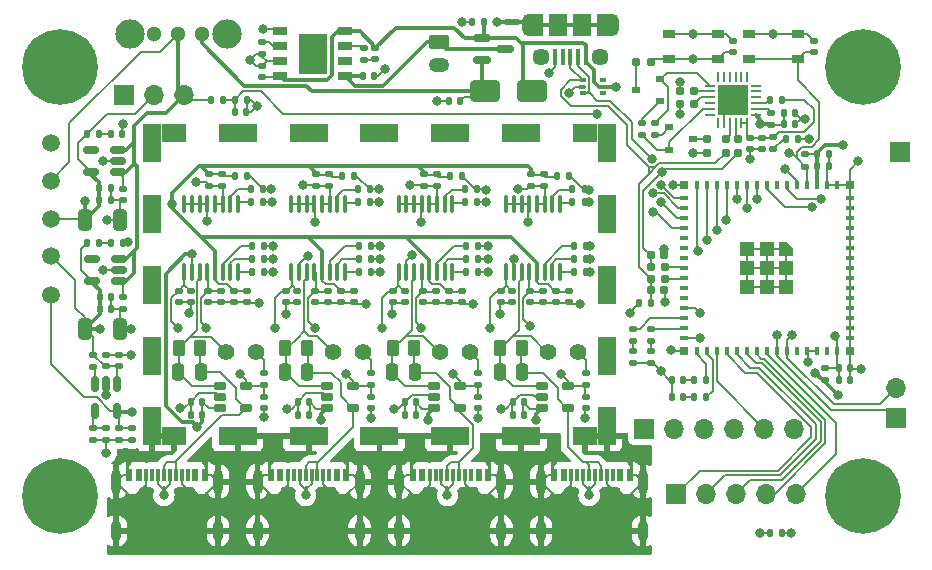
<source format=gbr>
%TF.GenerationSoftware,KiCad,Pcbnew,8.0.5*%
%TF.CreationDate,2025-03-11T21:14:57+01:00*%
%TF.ProjectId,Platine 4 Kanal Ferroelektret,506c6174-696e-4652-9034-204b616e616c,rev?*%
%TF.SameCoordinates,Original*%
%TF.FileFunction,Copper,L1,Top*%
%TF.FilePolarity,Positive*%
%FSLAX46Y46*%
G04 Gerber Fmt 4.6, Leading zero omitted, Abs format (unit mm)*
G04 Created by KiCad (PCBNEW 8.0.5) date 2025-03-11 21:14:57*
%MOMM*%
%LPD*%
G01*
G04 APERTURE LIST*
G04 Aperture macros list*
%AMRoundRect*
0 Rectangle with rounded corners*
0 $1 Rounding radius*
0 $2 $3 $4 $5 $6 $7 $8 $9 X,Y pos of 4 corners*
0 Add a 4 corners polygon primitive as box body*
4,1,4,$2,$3,$4,$5,$6,$7,$8,$9,$2,$3,0*
0 Add four circle primitives for the rounded corners*
1,1,$1+$1,$2,$3*
1,1,$1+$1,$4,$5*
1,1,$1+$1,$6,$7*
1,1,$1+$1,$8,$9*
0 Add four rect primitives between the rounded corners*
20,1,$1+$1,$2,$3,$4,$5,0*
20,1,$1+$1,$4,$5,$6,$7,0*
20,1,$1+$1,$6,$7,$8,$9,0*
20,1,$1+$1,$8,$9,$2,$3,0*%
%AMFreePoly0*
4,1,14,0.603536,0.603536,0.605000,0.600000,0.605000,-0.600000,0.603536,-0.603536,0.600000,-0.605000,-0.600000,-0.605000,-0.603536,-0.603536,-0.605000,-0.600000,-0.605000,0.000000,-0.603536,0.003536,-0.003536,0.603536,0.000000,0.605000,0.600000,0.605000,0.603536,0.603536,0.603536,0.603536,$1*%
G04 Aperture macros list end*
%TA.AperFunction,EtchedComponent*%
%ADD10C,0.000000*%
%TD*%
%TA.AperFunction,SMDPad,CuDef*%
%ADD11R,1.300000X0.700000*%
%TD*%
%TA.AperFunction,SMDPad,CuDef*%
%ADD12RoundRect,0.135000X-0.185000X0.135000X-0.185000X-0.135000X0.185000X-0.135000X0.185000X0.135000X0*%
%TD*%
%TA.AperFunction,SMDPad,CuDef*%
%ADD13RoundRect,0.140000X-0.170000X0.140000X-0.170000X-0.140000X0.170000X-0.140000X0.170000X0.140000X0*%
%TD*%
%TA.AperFunction,SMDPad,CuDef*%
%ADD14RoundRect,0.140000X0.170000X-0.140000X0.170000X0.140000X-0.170000X0.140000X-0.170000X-0.140000X0*%
%TD*%
%TA.AperFunction,ComponentPad*%
%ADD15R,1.700000X1.700000*%
%TD*%
%TA.AperFunction,ComponentPad*%
%ADD16O,1.700000X1.700000*%
%TD*%
%TA.AperFunction,SMDPad,CuDef*%
%ADD17R,0.400000X1.350000*%
%TD*%
%TA.AperFunction,ComponentPad*%
%ADD18O,1.200000X1.900000*%
%TD*%
%TA.AperFunction,SMDPad,CuDef*%
%ADD19R,1.200000X1.900000*%
%TD*%
%TA.AperFunction,ComponentPad*%
%ADD20C,1.450000*%
%TD*%
%TA.AperFunction,SMDPad,CuDef*%
%ADD21R,1.500000X1.900000*%
%TD*%
%TA.AperFunction,ComponentPad*%
%ADD22C,6.400000*%
%TD*%
%TA.AperFunction,ComponentPad*%
%ADD23C,1.400000*%
%TD*%
%TA.AperFunction,SMDPad,CuDef*%
%ADD24RoundRect,0.100000X-0.100000X0.637500X-0.100000X-0.637500X0.100000X-0.637500X0.100000X0.637500X0*%
%TD*%
%TA.AperFunction,SMDPad,CuDef*%
%ADD25RoundRect,0.135000X0.135000X0.185000X-0.135000X0.185000X-0.135000X-0.185000X0.135000X-0.185000X0*%
%TD*%
%TA.AperFunction,SMDPad,CuDef*%
%ADD26RoundRect,0.140000X-0.140000X-0.170000X0.140000X-0.170000X0.140000X0.170000X-0.140000X0.170000X0*%
%TD*%
%TA.AperFunction,SMDPad,CuDef*%
%ADD27RoundRect,0.150000X-0.150000X0.512500X-0.150000X-0.512500X0.150000X-0.512500X0.150000X0.512500X0*%
%TD*%
%TA.AperFunction,SMDPad,CuDef*%
%ADD28RoundRect,0.155000X-0.212500X-0.155000X0.212500X-0.155000X0.212500X0.155000X-0.212500X0.155000X0*%
%TD*%
%TA.AperFunction,SMDPad,CuDef*%
%ADD29RoundRect,0.150000X0.512500X0.150000X-0.512500X0.150000X-0.512500X-0.150000X0.512500X-0.150000X0*%
%TD*%
%TA.AperFunction,SMDPad,CuDef*%
%ADD30RoundRect,0.140000X0.140000X0.170000X-0.140000X0.170000X-0.140000X-0.170000X0.140000X-0.170000X0*%
%TD*%
%TA.AperFunction,ComponentPad*%
%ADD31C,1.500000*%
%TD*%
%TA.AperFunction,SMDPad,CuDef*%
%ADD32RoundRect,0.160000X-0.197500X-0.160000X0.197500X-0.160000X0.197500X0.160000X-0.197500X0.160000X0*%
%TD*%
%TA.AperFunction,SMDPad,CuDef*%
%ADD33RoundRect,0.135000X0.185000X-0.135000X0.185000X0.135000X-0.185000X0.135000X-0.185000X-0.135000X0*%
%TD*%
%TA.AperFunction,SMDPad,CuDef*%
%ADD34RoundRect,0.250000X-0.325000X-0.650000X0.325000X-0.650000X0.325000X0.650000X-0.325000X0.650000X0*%
%TD*%
%TA.AperFunction,SMDPad,CuDef*%
%ADD35RoundRect,0.250000X0.262500X0.450000X-0.262500X0.450000X-0.262500X-0.450000X0.262500X-0.450000X0*%
%TD*%
%TA.AperFunction,SMDPad,CuDef*%
%ADD36RoundRect,0.135000X-0.135000X-0.185000X0.135000X-0.185000X0.135000X0.185000X-0.135000X0.185000X0*%
%TD*%
%TA.AperFunction,SMDPad,CuDef*%
%ADD37RoundRect,0.150000X-0.587500X-0.150000X0.587500X-0.150000X0.587500X0.150000X-0.587500X0.150000X0*%
%TD*%
%TA.AperFunction,SMDPad,CuDef*%
%ADD38R,0.800000X0.600000*%
%TD*%
%TA.AperFunction,SMDPad,CuDef*%
%ADD39RoundRect,0.147500X-0.147500X-0.172500X0.147500X-0.172500X0.147500X0.172500X-0.147500X0.172500X0*%
%TD*%
%TA.AperFunction,SMDPad,CuDef*%
%ADD40C,0.500000*%
%TD*%
%TA.AperFunction,SMDPad,CuDef*%
%ADD41RoundRect,0.147500X0.147500X0.172500X-0.147500X0.172500X-0.147500X-0.172500X0.147500X-0.172500X0*%
%TD*%
%TA.AperFunction,SMDPad,CuDef*%
%ADD42R,0.600000X1.140000*%
%TD*%
%TA.AperFunction,SMDPad,CuDef*%
%ADD43R,0.300000X1.140000*%
%TD*%
%TA.AperFunction,ComponentPad*%
%ADD44O,0.900000X2.000000*%
%TD*%
%TA.AperFunction,ComponentPad*%
%ADD45O,0.900000X1.700000*%
%TD*%
%TA.AperFunction,SMDPad,CuDef*%
%ADD46RoundRect,0.162500X-0.367500X-0.162500X0.367500X-0.162500X0.367500X0.162500X-0.367500X0.162500X0*%
%TD*%
%TA.AperFunction,ComponentPad*%
%ADD47RoundRect,0.250000X-0.625000X0.350000X-0.625000X-0.350000X0.625000X-0.350000X0.625000X0.350000X0*%
%TD*%
%TA.AperFunction,ComponentPad*%
%ADD48O,1.750000X1.200000*%
%TD*%
%TA.AperFunction,SMDPad,CuDef*%
%ADD49RoundRect,0.062500X0.062500X-0.350000X0.062500X0.350000X-0.062500X0.350000X-0.062500X-0.350000X0*%
%TD*%
%TA.AperFunction,SMDPad,CuDef*%
%ADD50RoundRect,0.062500X0.350000X-0.062500X0.350000X0.062500X-0.350000X0.062500X-0.350000X-0.062500X0*%
%TD*%
%TA.AperFunction,HeatsinkPad*%
%ADD51R,2.600000X2.600000*%
%TD*%
%TA.AperFunction,SMDPad,CuDef*%
%ADD52RoundRect,0.160000X0.160000X-0.197500X0.160000X0.197500X-0.160000X0.197500X-0.160000X-0.197500X0*%
%TD*%
%TA.AperFunction,SMDPad,CuDef*%
%ADD53RoundRect,0.147500X0.172500X-0.147500X0.172500X0.147500X-0.172500X0.147500X-0.172500X-0.147500X0*%
%TD*%
%TA.AperFunction,SMDPad,CuDef*%
%ADD54RoundRect,0.160000X0.197500X0.160000X-0.197500X0.160000X-0.197500X-0.160000X0.197500X-0.160000X0*%
%TD*%
%TA.AperFunction,SMDPad,CuDef*%
%ADD55RoundRect,0.160000X-0.160000X0.197500X-0.160000X-0.197500X0.160000X-0.197500X0.160000X0.197500X0*%
%TD*%
%TA.AperFunction,SMDPad,CuDef*%
%ADD56R,1.050000X0.650000*%
%TD*%
%TA.AperFunction,SMDPad,CuDef*%
%ADD57RoundRect,0.250000X0.250000X0.475000X-0.250000X0.475000X-0.250000X-0.475000X0.250000X-0.475000X0*%
%TD*%
%TA.AperFunction,SMDPad,CuDef*%
%ADD58RoundRect,0.093750X-0.156250X-0.093750X0.156250X-0.093750X0.156250X0.093750X-0.156250X0.093750X0*%
%TD*%
%TA.AperFunction,SMDPad,CuDef*%
%ADD59RoundRect,0.075000X-0.250000X-0.075000X0.250000X-0.075000X0.250000X0.075000X-0.250000X0.075000X0*%
%TD*%
%TA.AperFunction,SMDPad,CuDef*%
%ADD60R,1.550000X1.500000*%
%TD*%
%TA.AperFunction,SMDPad,CuDef*%
%ADD61R,1.550000X1.750000*%
%TD*%
%TA.AperFunction,SMDPad,CuDef*%
%ADD62R,1.550000X3.300000*%
%TD*%
%TA.AperFunction,SMDPad,CuDef*%
%ADD63R,2.050000X1.500000*%
%TD*%
%TA.AperFunction,SMDPad,CuDef*%
%ADD64R,2.100000X1.500000*%
%TD*%
%TA.AperFunction,SMDPad,CuDef*%
%ADD65R,3.300000X1.500000*%
%TD*%
%TA.AperFunction,SMDPad,CuDef*%
%ADD66RoundRect,0.250000X-1.000000X-0.650000X1.000000X-0.650000X1.000000X0.650000X-1.000000X0.650000X0*%
%TD*%
%TA.AperFunction,ComponentPad*%
%ADD67C,1.300000*%
%TD*%
%TA.AperFunction,ComponentPad*%
%ADD68C,2.483000*%
%TD*%
%TA.AperFunction,SMDPad,CuDef*%
%ADD69R,0.400000X0.800000*%
%TD*%
%TA.AperFunction,SMDPad,CuDef*%
%ADD70R,0.800000X0.400000*%
%TD*%
%TA.AperFunction,SMDPad,CuDef*%
%ADD71R,1.200000X1.200000*%
%TD*%
%TA.AperFunction,SMDPad,CuDef*%
%ADD72FreePoly0,270.000000*%
%TD*%
%TA.AperFunction,SMDPad,CuDef*%
%ADD73R,0.800000X0.800000*%
%TD*%
%TA.AperFunction,ViaPad*%
%ADD74C,0.800000*%
%TD*%
%TA.AperFunction,Conductor*%
%ADD75C,0.300000*%
%TD*%
%TA.AperFunction,Conductor*%
%ADD76C,0.160000*%
%TD*%
G04 APERTURE END LIST*
D10*
%TA.AperFunction,EtchedComponent*%
%TO.C,IC1*%
G36*
X122600000Y-80600368D02*
G01*
X120199741Y-80600368D01*
X120199741Y-77200000D01*
X122600000Y-77200000D01*
X122600000Y-80600368D01*
G37*
%TD.AperFunction*%
%TA.AperFunction,EtchedComponent*%
%TO.C,NT1*%
G36*
X138800000Y-76450000D02*
G01*
X137800000Y-76450000D01*
X137800000Y-75950000D01*
X138800000Y-75950000D01*
X138800000Y-76450000D01*
G37*
%TD.AperFunction*%
%TD*%
D11*
%TO.P,IC1,1,TEMP*%
%TO.N,GND*%
X118650000Y-76995000D03*
%TO.P,IC1,2,PROG*%
%TO.N,Net-(IC1-PROG)*%
X118650000Y-78265000D03*
%TO.P,IC1,3,GND*%
%TO.N,GND*%
X118650000Y-79535000D03*
%TO.P,IC1,4,VCC*%
%TO.N,VBUS*%
X118650000Y-80805000D03*
%TO.P,IC1,5,BAT*%
%TO.N,BAT+*%
X124150000Y-80805000D03*
%TO.P,IC1,6,STDBY*%
%TO.N,unconnected-(IC1-STDBY-Pad6)*%
X124150000Y-79535000D03*
%TO.P,IC1,7,CHRG*%
%TO.N,Net-(IC1-CHRG)*%
X124150000Y-78265000D03*
%TO.P,IC1,8,CE*%
%TO.N,VBUS*%
X124150000Y-76995000D03*
%TD*%
D12*
%TO.P,R3,1*%
%TO.N,+3.3VA*%
X102800000Y-104390000D03*
%TO.P,R3,2*%
%TO.N,Net-(U1-EN)*%
X102800000Y-105410000D03*
%TD*%
D13*
%TO.P,C6,1*%
%TO.N,Net-(U1-NR)*%
X102800000Y-110620000D03*
%TO.P,C6,2*%
%TO.N,GND*%
X102800000Y-111580000D03*
%TD*%
%TO.P,C5,1*%
%TO.N,Net-(U1-NR)*%
X103900000Y-110620000D03*
%TO.P,C5,2*%
%TO.N,GND*%
X103900000Y-111580000D03*
%TD*%
D14*
%TO.P,C4,1*%
%TO.N,GND*%
X105000000Y-111580000D03*
%TO.P,C4,2*%
%TO.N,VRef*%
X105000000Y-110620000D03*
%TD*%
%TO.P,C3,1*%
%TO.N,GND*%
X106100000Y-111580000D03*
%TO.P,C3,2*%
%TO.N,VRef*%
X106100000Y-110620000D03*
%TD*%
D13*
%TO.P,C2,1*%
%TO.N,GND*%
X103900000Y-104420000D03*
%TO.P,C2,2*%
%TO.N,+3.3VA*%
X103900000Y-105380000D03*
%TD*%
%TO.P,C1,1*%
%TO.N,GND*%
X105000000Y-104420000D03*
%TO.P,C1,2*%
%TO.N,+3.3VA*%
X105000000Y-105380000D03*
%TD*%
D15*
%TO.P,J3,1,Pin_1*%
%TO.N,ESP TXD*%
X170800000Y-109775000D03*
D16*
%TO.P,J3,2,Pin_2*%
%TO.N,ESP RXD*%
X170800000Y-107235000D03*
%TD*%
D14*
%TO.P,C74,1,1*%
%TO.N,GND*%
X105300000Y-91280000D03*
%TO.P,C74,2,2*%
%TO.N,VCC*%
X105300000Y-90320000D03*
%TD*%
%TO.P,C20,1*%
%TO.N,GND*%
X113650000Y-99942500D03*
%TO.P,C20,2*%
%TO.N,+3.3VA*%
X113650000Y-98982500D03*
%TD*%
D17*
%TO.P,J11,1,VBUS*%
%TO.N,VBUS*%
X144500000Y-79162500D03*
%TO.P,J11,2,D-*%
%TO.N,USBD-*%
X143850000Y-79162500D03*
%TO.P,J11,3,D+*%
%TO.N,USBD+*%
X143200000Y-79162500D03*
%TO.P,J11,4,ID*%
%TO.N,unconnected-(J11-ID-Pad4)*%
X142550000Y-79162500D03*
%TO.P,J11,5,GND*%
%TO.N,GND*%
X141900000Y-79162500D03*
D18*
%TO.P,J11,6,Shield*%
%TO.N,Shield*%
X146700000Y-76462500D03*
D19*
X146100000Y-76462500D03*
D20*
X145700000Y-79162500D03*
D21*
X144200000Y-76462500D03*
X142200000Y-76462500D03*
D20*
X140700000Y-79162500D03*
D19*
X140300000Y-76462500D03*
D18*
X139700000Y-76462500D03*
%TD*%
D13*
%TO.P,C46,1*%
%TO.N,+3.3VA*%
X135400000Y-107982500D03*
%TO.P,C46,2*%
%TO.N,GND*%
X135400000Y-108942500D03*
%TD*%
%TO.P,C60,1*%
%TO.N,+3.3V*%
X143100000Y-98982500D03*
%TO.P,C60,2*%
%TO.N,GND*%
X143100000Y-99942500D03*
%TD*%
D22*
%TO.P,H3,1,1*%
%TO.N,GND*%
X168000000Y-80000000D03*
%TD*%
D23*
%TO.P,TP6,1,1*%
%TO.N,GND*%
X116600000Y-104162500D03*
%TO.P,TP6,2,2*%
%TO.N,/Ferro Amplifier 1/Vout*%
X114060000Y-104162500D03*
%TD*%
D24*
%TO.P,U9,1,SCLK*%
%TO.N,Net-(U9-SCLK)*%
X142325000Y-91637500D03*
%TO.P,U9,2,~{CS}*%
%TO.N,Net-(U9-~{CS})*%
X141675000Y-91637500D03*
%TO.P,U9,3,CLK*%
%TO.N,GND*%
X141025000Y-91637500D03*
%TO.P,U9,4,DGND*%
X140375000Y-91637500D03*
%TO.P,U9,5,AVSS*%
X139725000Y-91637500D03*
%TO.P,U9,6,AIN3/REFN1*%
X139075000Y-91637500D03*
%TO.P,U9,7,AIN2*%
X138425000Y-91637500D03*
%TO.P,U9,8,REFN0*%
X137775000Y-91637500D03*
%TO.P,U9,9,REFP0*%
%TO.N,+3.3VA*%
X137775000Y-97362500D03*
%TO.P,U9,10,AIN1*%
%TO.N,VRef*%
X138425000Y-97362500D03*
%TO.P,U9,11,AIN0/REFP1*%
%TO.N,/Ferro Amplifier 4/Vout*%
X139075000Y-97362500D03*
%TO.P,U9,12,AVDD*%
%TO.N,+3.3VA*%
X139725000Y-97362500D03*
%TO.P,U9,13,DVDD*%
%TO.N,+3.3V*%
X140375000Y-97362500D03*
%TO.P,U9,14,~{DRDY}*%
%TO.N,Net-(U9-~{DRDY})*%
X141025000Y-97362500D03*
%TO.P,U9,15,DOUT/~{DRDY}*%
%TO.N,Net-(U9-DOUT{slash}~{DRDY})*%
X141675000Y-97362500D03*
%TO.P,U9,16,DIN*%
%TO.N,Net-(U9-DIN)*%
X142325000Y-97362500D03*
%TD*%
D25*
%TO.P,R33,1*%
%TO.N,MISO*%
X144510000Y-96262500D03*
%TO.P,R33,2*%
%TO.N,Net-(U9-DOUT{slash}~{DRDY})*%
X143490000Y-96262500D03*
%TD*%
%TO.P,R16,1*%
%TO.N,CS 1*%
X117160000Y-90362500D03*
%TO.P,R16,2*%
%TO.N,Net-(U3-~{CS})*%
X116140000Y-90362500D03*
%TD*%
D13*
%TO.P,C43,1*%
%TO.N,GND*%
X135400000Y-105982500D03*
%TO.P,C43,2*%
%TO.N,+3.3VA*%
X135400000Y-106942500D03*
%TD*%
D26*
%TO.P,C39,1*%
%TO.N,GND*%
X120120000Y-109462500D03*
%TO.P,C39,2*%
%TO.N,VRef*%
X121080000Y-109462500D03*
%TD*%
D27*
%TO.P,U1,1,IN*%
%TO.N,+3.3VA*%
X104850000Y-106862500D03*
%TO.P,U1,2,GND*%
%TO.N,GND*%
X103900000Y-106862500D03*
%TO.P,U1,3,EN*%
%TO.N,Net-(U1-EN)*%
X102950000Y-106862500D03*
%TO.P,U1,4,NR*%
%TO.N,Net-(U1-NR)*%
X102950000Y-109137500D03*
%TO.P,U1,5,OUT*%
%TO.N,VRef*%
X104850000Y-109137500D03*
%TD*%
D28*
%TO.P,C15,1*%
%TO.N,USBD-*%
X150032500Y-95950000D03*
%TO.P,C15,2*%
%TO.N,GND*%
X151167500Y-95950000D03*
%TD*%
D14*
%TO.P,C54,1*%
%TO.N,GND*%
X141000000Y-90080000D03*
%TO.P,C54,2*%
%TO.N,+3.3V*%
X141000000Y-89120000D03*
%TD*%
D29*
%TO.P,U14,1,VIN*%
%TO.N,VCC*%
X104962500Y-98150000D03*
%TO.P,U14,2,GND*%
%TO.N,GND*%
X104962500Y-97200000D03*
%TO.P,U14,3,EN*%
%TO.N,VCC*%
X104962500Y-96250000D03*
%TO.P,U14,4,NC*%
%TO.N,unconnected-(U14-NC-Pad4)*%
X102687500Y-96250000D03*
%TO.P,U14,5,VOUT*%
%TO.N,+3.3VA*%
X102687500Y-98150000D03*
%TD*%
D30*
%TO.P,C12,1,1*%
%TO.N,GND*%
X165080000Y-87420000D03*
%TO.P,C12,2,2*%
%TO.N,+3.3V*%
X164120000Y-87420000D03*
%TD*%
D13*
%TO.P,C24,1*%
%TO.N,+3.3V*%
X115850000Y-98982500D03*
%TO.P,C24,2*%
%TO.N,GND*%
X115850000Y-99942500D03*
%TD*%
D25*
%TO.P,R20,1*%
%TO.N,MOSI*%
X126310000Y-97362500D03*
%TO.P,R20,2*%
%TO.N,Net-(U5-DIN)*%
X125290000Y-97362500D03*
%TD*%
D13*
%TO.P,C22,1*%
%TO.N,+3.3VA*%
X117250000Y-107982500D03*
%TO.P,C22,2*%
%TO.N,GND*%
X117250000Y-108942500D03*
%TD*%
D25*
%TO.P,R35,1*%
%TO.N,DRDY 4*%
X144510000Y-95162500D03*
%TO.P,R35,2*%
%TO.N,Net-(U9-~{DRDY})*%
X143490000Y-95162500D03*
%TD*%
D22*
%TO.P,H1,1,1*%
%TO.N,GND*%
X100000000Y-116320000D03*
%TD*%
D31*
%TO.P,TP5,1,1*%
%TO.N,GND*%
X99200000Y-86500000D03*
%TD*%
D32*
%TO.P,R9,1*%
%TO.N,USBD+*%
X150002500Y-97950000D03*
%TO.P,R9,2*%
%TO.N,Net-(U2-IO20)*%
X151197500Y-97950000D03*
%TD*%
D33*
%TO.P,R49,1*%
%TO.N,Net-(Q2-Pad1)*%
X150400000Y-85810000D03*
%TO.P,R49,2*%
%TO.N,RTS*%
X150400000Y-84790000D03*
%TD*%
D14*
%TO.P,C35,1*%
%TO.N,GND*%
X123800000Y-99942500D03*
%TO.P,C35,2*%
%TO.N,+3.3V*%
X123800000Y-98982500D03*
%TD*%
D28*
%TO.P,C16,1*%
%TO.N,USBD+*%
X150032500Y-98950000D03*
%TO.P,C16,2*%
%TO.N,GND*%
X151167500Y-98950000D03*
%TD*%
D24*
%TO.P,U5,1,SCLK*%
%TO.N,Net-(U5-SCLK)*%
X124125000Y-91625000D03*
%TO.P,U5,2,~{CS}*%
%TO.N,Net-(U5-~{CS})*%
X123475000Y-91625000D03*
%TO.P,U5,3,CLK*%
%TO.N,GND*%
X122825000Y-91625000D03*
%TO.P,U5,4,DGND*%
X122175000Y-91625000D03*
%TO.P,U5,5,AVSS*%
X121525000Y-91625000D03*
%TO.P,U5,6,AIN3/REFN1*%
X120875000Y-91625000D03*
%TO.P,U5,7,AIN2*%
X120225000Y-91625000D03*
%TO.P,U5,8,REFN0*%
X119575000Y-91625000D03*
%TO.P,U5,9,REFP0*%
%TO.N,+3.3VA*%
X119575000Y-97350000D03*
%TO.P,U5,10,AIN1*%
%TO.N,VRef*%
X120225000Y-97350000D03*
%TO.P,U5,11,AIN0/REFP1*%
%TO.N,/Ferro Amplifier 2/Vout*%
X120875000Y-97350000D03*
%TO.P,U5,12,AVDD*%
%TO.N,+3.3VA*%
X121525000Y-97350000D03*
%TO.P,U5,13,DVDD*%
%TO.N,+3.3V*%
X122175000Y-97350000D03*
%TO.P,U5,14,~{DRDY}*%
%TO.N,Net-(U5-~{DRDY})*%
X122825000Y-97350000D03*
%TO.P,U5,15,DOUT/~{DRDY}*%
%TO.N,Net-(U5-DOUT{slash}~{DRDY})*%
X123475000Y-97350000D03*
%TO.P,U5,16,DIN*%
%TO.N,Net-(U5-DIN)*%
X124125000Y-97350000D03*
%TD*%
D14*
%TO.P,C32,1*%
%TO.N,GND*%
X122700000Y-99942500D03*
%TO.P,C32,2*%
%TO.N,+3.3VA*%
X122700000Y-98982500D03*
%TD*%
D25*
%TO.P,R14,1*%
%TO.N,MOSI*%
X117260000Y-97362500D03*
%TO.P,R14,2*%
%TO.N,Net-(U3-DIN)*%
X116240000Y-97362500D03*
%TD*%
D14*
%TO.P,C18,1*%
%TO.N,GND*%
X113750000Y-90080000D03*
%TO.P,C18,2*%
%TO.N,+3.3V*%
X113750000Y-89120000D03*
%TD*%
D34*
%TO.P,C7,1*%
%TO.N,+3.3V*%
X102125000Y-93000000D03*
%TO.P,C7,2*%
%TO.N,GND*%
X105075000Y-93000000D03*
%TD*%
D30*
%TO.P,C71,1,1*%
%TO.N,GND*%
X115780000Y-83800000D03*
%TO.P,C71,2,2*%
%TO.N,VCC_STATE*%
X114820000Y-83800000D03*
%TD*%
D14*
%TO.P,C59,1*%
%TO.N,GND*%
X142000000Y-99942500D03*
%TO.P,C59,2*%
%TO.N,+3.3V*%
X142000000Y-98982500D03*
%TD*%
D35*
%TO.P,RF1,1*%
%TO.N,/Ferro Amplifier 1/Ferro*%
X111862500Y-103862500D03*
%TO.P,RF1,2*%
%TO.N,/Ferro Amplifier 1/Vout*%
X110037500Y-103862500D03*
%TD*%
D13*
%TO.P,C58,1*%
%TO.N,+3.3VA*%
X144500000Y-107982500D03*
%TO.P,C58,2*%
%TO.N,GND*%
X144500000Y-108942500D03*
%TD*%
D36*
%TO.P,R52,1,1*%
%TO.N,GND*%
X134890000Y-76200000D03*
%TO.P,R52,2,2*%
%TO.N,VBUS*%
X135910000Y-76200000D03*
%TD*%
D25*
%TO.P,R28,1*%
%TO.N,CS 3*%
X135310000Y-90362500D03*
%TO.P,R28,2*%
%TO.N,Net-(U7-~{CS})*%
X134290000Y-90362500D03*
%TD*%
%TO.P,R32,1*%
%TO.N,MOSI*%
X144510000Y-97362500D03*
%TO.P,R32,2*%
%TO.N,Net-(U9-DIN)*%
X143490000Y-97362500D03*
%TD*%
%TO.P,R15,1*%
%TO.N,MISO*%
X117260000Y-96262500D03*
%TO.P,R15,2*%
%TO.N,Net-(U3-DOUT{slash}~{DRDY})*%
X116240000Y-96262500D03*
%TD*%
D37*
%TO.P,Q3,1,G*%
%TO.N,VBUS*%
X135762500Y-77550000D03*
%TO.P,Q3,2,S*%
%TO.N,Net-(D1-K)*%
X135762500Y-79450000D03*
%TO.P,Q3,3,D*%
%TO.N,BAT+*%
X137637500Y-78500000D03*
%TD*%
D25*
%TO.P,R12,1*%
%TO.N,CS 1*%
X115860000Y-89262500D03*
%TO.P,R12,2*%
%TO.N,+3.3V*%
X114840000Y-89262500D03*
%TD*%
D14*
%TO.P,C56,1*%
%TO.N,GND*%
X140900000Y-99942500D03*
%TO.P,C56,2*%
%TO.N,+3.3VA*%
X140900000Y-98982500D03*
%TD*%
D38*
%TO.P,Q2,1*%
%TO.N,Net-(Q2-Pad1)*%
X151590000Y-85150000D03*
%TO.P,Q2,2*%
%TO.N,DTR*%
X151590000Y-87050000D03*
%TO.P,Q2,3*%
%TO.N,Net-(Q2-Pad3)*%
X153610000Y-86100000D03*
%TD*%
D25*
%TO.P,R21,1*%
%TO.N,MISO*%
X126310000Y-96262500D03*
%TO.P,R21,2*%
%TO.N,Net-(U5-DOUT{slash}~{DRDY})*%
X125290000Y-96262500D03*
%TD*%
D39*
%TO.P,LED_INFO4,1,K*%
%TO.N,GND*%
X151800000Y-108000000D03*
%TO.P,LED_INFO4,2,A*%
%TO.N,Net-(LED_INFO4-A)*%
X152770000Y-108000000D03*
%TD*%
D12*
%TO.P,R40,1*%
%TO.N,Net-(U12-VBUS)*%
X160200000Y-83890000D03*
%TO.P,R40,2*%
%TO.N,VBUS*%
X160200000Y-84910000D03*
%TD*%
D33*
%TO.P,R43,1,1*%
%TO.N,Net-(LED_CHRG1-K)*%
X125700000Y-79410000D03*
%TO.P,R43,2,2*%
%TO.N,Net-(IC1-CHRG)*%
X125700000Y-78390000D03*
%TD*%
D13*
%TO.P,C9,1,1*%
%TO.N,GND*%
X163800000Y-77820000D03*
%TO.P,C9,2,2*%
%TO.N,BOOT*%
X163800000Y-78780000D03*
%TD*%
D31*
%TO.P,TP4,1,1*%
%TO.N,VRef*%
X99200000Y-99300000D03*
%TD*%
D40*
%TO.P,NT1,1,1*%
%TO.N,GND*%
X137800000Y-76200000D03*
%TO.P,NT1,2,2*%
%TO.N,Shield*%
X138800000Y-76200000D03*
%TD*%
D30*
%TO.P,C28,1*%
%TO.N,VRef*%
X112030000Y-108362500D03*
%TO.P,C28,2*%
%TO.N,GND*%
X111070000Y-108362500D03*
%TD*%
%TO.P,C11,1,1*%
%TO.N,GND*%
X165080000Y-88450000D03*
%TO.P,C11,2,2*%
%TO.N,+3.3V*%
X164120000Y-88450000D03*
%TD*%
%TO.P,C76,1,1*%
%TO.N,GND*%
X104305000Y-99500000D03*
%TO.P,C76,2,2*%
%TO.N,+3.3VA*%
X103345000Y-99500000D03*
%TD*%
D31*
%TO.P,TP3,1,1*%
%TO.N,+3.3VA*%
X99200000Y-96000000D03*
%TD*%
D41*
%TO.P,LED_PWR2,1,K*%
%TO.N,GND*%
X105285000Y-85700000D03*
%TO.P,LED_PWR2,2,A*%
%TO.N,Net-(LED_PWR2-A)*%
X104315000Y-85700000D03*
%TD*%
D30*
%TO.P,C14,1,1*%
%TO.N,GND*%
X166880000Y-106550000D03*
%TO.P,C14,2,2*%
%TO.N,ESP EN*%
X165920000Y-106550000D03*
%TD*%
D34*
%TO.P,C8,1*%
%TO.N,+3.3VA*%
X102125000Y-102200000D03*
%TO.P,C8,2*%
%TO.N,GND*%
X105075000Y-102200000D03*
%TD*%
D13*
%TO.P,C57,1*%
%TO.N,+3.3VA*%
X139800000Y-98982500D03*
%TO.P,C57,2*%
%TO.N,GND*%
X139800000Y-99942500D03*
%TD*%
%TO.P,C25,1*%
%TO.N,+3.3VA*%
X110050000Y-98982500D03*
%TO.P,C25,2*%
%TO.N,GND*%
X110050000Y-99942500D03*
%TD*%
D25*
%TO.P,R18,1*%
%TO.N,CS 2*%
X124910000Y-89262500D03*
%TO.P,R18,2*%
%TO.N,+3.3V*%
X123890000Y-89262500D03*
%TD*%
D42*
%TO.P,J7,A1_B12,GND*%
%TO.N,Shield*%
X105850000Y-114562500D03*
%TO.P,J7,A4_B9,VBUS*%
%TO.N,unconnected-(J7-VBUS-PadA4_B9)*%
X106650000Y-114562500D03*
D43*
%TO.P,J7,A5,CC1*%
%TO.N,unconnected-(J7-CC1-PadA5)*%
X107800000Y-114562500D03*
%TO.P,J7,A6,DP1*%
%TO.N,/Ferro Amplifier 1/Ferro*%
X108800000Y-114562500D03*
%TO.P,J7,A7,DN1*%
%TO.N,VRef*%
X109300000Y-114562500D03*
%TO.P,J7,A8,SBU1*%
%TO.N,Shield*%
X110300000Y-114562500D03*
D42*
%TO.P,J7,B1_A12,GND*%
X112250000Y-114562500D03*
%TO.P,J7,B4_A9,VBUS*%
%TO.N,unconnected-(J7-VBUS-PadA4_B9)_1*%
X111450000Y-114562500D03*
D43*
%TO.P,J7,B5,CC2*%
%TO.N,unconnected-(J7-CC2-PadB5)*%
X110800000Y-114562500D03*
%TO.P,J7,B6,DP2*%
%TO.N,/Ferro Amplifier 1/Ferro*%
X109800000Y-114562500D03*
%TO.P,J7,B7,DN2*%
%TO.N,VRef*%
X108300000Y-114562500D03*
%TO.P,J7,B8,SBU2*%
%TO.N,Shield*%
X107300000Y-114562500D03*
D44*
%TO.P,J7,S1,SHIELD*%
X104725000Y-115142500D03*
%TO.P,J7,S2,SHIELD*%
X113375000Y-115142500D03*
D45*
%TO.P,J7,S3,SHIELD*%
X104725000Y-119312500D03*
%TO.P,J7,S4,SHIELD*%
X113375000Y-119312500D03*
%TD*%
D41*
%TO.P,LED_PWR1,1,K*%
%TO.N,GND*%
X162470000Y-86100000D03*
%TO.P,LED_PWR1,2,A*%
%TO.N,Net-(LED_PWR1-A)*%
X161500000Y-86100000D03*
%TD*%
D25*
%TO.P,R29,1*%
%TO.N,DRDY 3*%
X135410000Y-95162500D03*
%TO.P,R29,2*%
%TO.N,Net-(U7-~{DRDY})*%
X134390000Y-95162500D03*
%TD*%
D35*
%TO.P,RF3,1*%
%TO.N,/Ferro Amplifier 3/Ferro*%
X130012500Y-103862500D03*
%TO.P,RF3,2*%
%TO.N,/Ferro Amplifier 3/Vout*%
X128187500Y-103862500D03*
%TD*%
D13*
%TO.P,C21,1*%
%TO.N,+3.3VA*%
X112550000Y-98982500D03*
%TO.P,C21,2*%
%TO.N,GND*%
X112550000Y-99942500D03*
%TD*%
%TO.P,C53,1*%
%TO.N,+3.3V*%
X139900000Y-89120000D03*
%TO.P,C53,2*%
%TO.N,GND*%
X139900000Y-90080000D03*
%TD*%
D46*
%TO.P,U8,1*%
%TO.N,/Ferro Amplifier 3/Vout*%
X131700000Y-107012500D03*
%TO.P,U8,2,V-*%
%TO.N,GND*%
X131700000Y-107962500D03*
%TO.P,U8,3,+*%
%TO.N,VRef*%
X131700000Y-108912500D03*
%TO.P,U8,4,-*%
%TO.N,/Ferro Amplifier 3/Ferro*%
X133900000Y-108912500D03*
%TO.P,U8,5,V+*%
%TO.N,+3.3VA*%
X133900000Y-107012500D03*
%TD*%
D14*
%TO.P,C78,1,1*%
%TO.N,GND*%
X105325000Y-100480000D03*
%TO.P,C78,2,2*%
%TO.N,VCC*%
X105325000Y-99520000D03*
%TD*%
D31*
%TO.P,TP1,1,1*%
%TO.N,VCC*%
X99200000Y-89700000D03*
%TD*%
D47*
%TO.P,X1,1,1*%
%TO.N,BAT+*%
X132100000Y-77900000D03*
D48*
%TO.P,X1,2,2*%
%TO.N,GND*%
X132100000Y-79900000D03*
%TD*%
D30*
%TO.P,C64,1*%
%TO.N,VRef*%
X139280000Y-108362500D03*
%TO.P,C64,2*%
%TO.N,GND*%
X138320000Y-108362500D03*
%TD*%
D14*
%TO.P,C62,1*%
%TO.N,GND*%
X138300000Y-99942500D03*
%TO.P,C62,2*%
%TO.N,+3.3VA*%
X138300000Y-98982500D03*
%TD*%
D38*
%TO.P,Q1,1*%
%TO.N,Net-(Q1-Pad1)*%
X150810000Y-82950000D03*
%TO.P,Q1,2*%
%TO.N,RTS*%
X150810000Y-81050000D03*
%TO.P,Q1,3*%
%TO.N,Net-(Q1-Pad3)*%
X148790000Y-82000000D03*
%TD*%
D25*
%TO.P,R17,1*%
%TO.N,DRDY 1*%
X117260000Y-95162500D03*
%TO.P,R17,2*%
%TO.N,Net-(U3-~{DRDY})*%
X116240000Y-95162500D03*
%TD*%
D15*
%TO.P,J4,1,Pin_1*%
%TO.N,GND*%
X149460000Y-110675000D03*
D16*
%TO.P,J4,2,Pin_2*%
%TO.N,UART2 CTS*%
X152000000Y-110675000D03*
%TO.P,J4,3,Pin_3*%
%TO.N,+3.3V*%
X154540000Y-110675000D03*
%TO.P,J4,4,Pin_4*%
%TO.N,UART2 TXD*%
X157080000Y-110675000D03*
%TO.P,J4,5,Pin_5*%
%TO.N,UART2 RXD*%
X159620000Y-110675000D03*
%TO.P,J4,6,Pin_6*%
%TO.N,UART2 RTS*%
X162160000Y-110675000D03*
%TD*%
D13*
%TO.P,C17,1*%
%TO.N,+3.3V*%
X112650000Y-89120000D03*
%TO.P,C17,2*%
%TO.N,GND*%
X112650000Y-90080000D03*
%TD*%
D23*
%TO.P,TP9,1,1*%
%TO.N,GND*%
X143850000Y-104162500D03*
%TO.P,TP9,2,2*%
%TO.N,/Ferro Amplifier 4/Vout*%
X141310000Y-104162500D03*
%TD*%
D13*
%TO.P,C41,1*%
%TO.N,+3.3V*%
X130800000Y-89120000D03*
%TO.P,C41,2*%
%TO.N,GND*%
X130800000Y-90080000D03*
%TD*%
D30*
%TO.P,C66,1,1*%
%TO.N,GND*%
X162260000Y-83900000D03*
%TO.P,C66,2,2*%
%TO.N,VBUS*%
X161300000Y-83900000D03*
%TD*%
D49*
%TO.P,U12,1,~{RI}/CLK*%
%TO.N,unconnected-(U12-~{RI}{slash}CLK-Pad1)*%
X155700000Y-84787500D03*
%TO.P,U12,2,GND*%
%TO.N,GND*%
X156200000Y-84787500D03*
%TO.P,U12,3,D+*%
%TO.N,Net-(U12-D+)*%
X156700000Y-84787500D03*
%TO.P,U12,4,D-*%
%TO.N,Net-(U12-D-)*%
X157200000Y-84787500D03*
%TO.P,U12,5,VIO*%
%TO.N,Net-(U12-VDD)*%
X157700000Y-84787500D03*
%TO.P,U12,6,VDD*%
X158200000Y-84787500D03*
D50*
%TO.P,U12,7,VREGIN*%
%TO.N,VBUS*%
X158887500Y-84100000D03*
%TO.P,U12,8,VBUS*%
%TO.N,Net-(U12-VBUS)*%
X158887500Y-83600000D03*
%TO.P,U12,9,~{RST}*%
%TO.N,Net-(U12-~{RST})*%
X158887500Y-83100000D03*
%TO.P,U12,10,NC*%
%TO.N,unconnected-(U12-NC-Pad10)*%
X158887500Y-82600000D03*
%TO.P,U12,11,~{WAKEUP}/GPIO.3*%
%TO.N,unconnected-(U12-~{WAKEUP}{slash}GPIO.3-Pad11)*%
X158887500Y-82100000D03*
%TO.P,U12,12,RS485/GPIO.2*%
%TO.N,unconnected-(U12-RS485{slash}GPIO.2-Pad12)*%
X158887500Y-81600000D03*
D49*
%TO.P,U12,13,~{RXT}/GPIO.1*%
%TO.N,unconnected-(U12-~{RXT}{slash}GPIO.1-Pad13)*%
X158200000Y-80912500D03*
%TO.P,U12,14,~{TXT}/GPIO.0*%
%TO.N,unconnected-(U12-~{TXT}{slash}GPIO.0-Pad14)*%
X157700000Y-80912500D03*
%TO.P,U12,15,~{SUSPEND}*%
%TO.N,unconnected-(U12-~{SUSPEND}-Pad15)*%
X157200000Y-80912500D03*
%TO.P,U12,16,NC*%
%TO.N,unconnected-(U12-NC-Pad16)*%
X156700000Y-80912500D03*
%TO.P,U12,17,SUSPEND*%
%TO.N,unconnected-(U12-SUSPEND-Pad17)*%
X156200000Y-80912500D03*
%TO.P,U12,18,~{CTS}*%
%TO.N,unconnected-(U12-~{CTS}-Pad18)*%
X155700000Y-80912500D03*
D50*
%TO.P,U12,19,~{RTS}*%
%TO.N,RTS*%
X155012500Y-81600000D03*
%TO.P,U12,20,RXD*%
%TO.N,Net-(U12-RXD)*%
X155012500Y-82100000D03*
%TO.P,U12,21,TXD*%
%TO.N,Net-(U12-TXD)*%
X155012500Y-82600000D03*
%TO.P,U12,22,~{DSR}*%
%TO.N,unconnected-(U12-~{DSR}-Pad22)*%
X155012500Y-83100000D03*
%TO.P,U12,23,~{DTR}*%
%TO.N,DTR*%
X155012500Y-83600000D03*
%TO.P,U12,24,~{DCD}*%
%TO.N,unconnected-(U12-~{DCD}-Pad24)*%
X155012500Y-84100000D03*
D51*
%TO.P,U12,25,GND*%
%TO.N,GND*%
X156950000Y-82850000D03*
%TD*%
D23*
%TO.P,TP8,1,1*%
%TO.N,GND*%
X134750000Y-104162500D03*
%TO.P,TP8,2,2*%
%TO.N,/Ferro Amplifier 3/Vout*%
X132210000Y-104162500D03*
%TD*%
D25*
%TO.P,R19,1*%
%TO.N,SCK*%
X126210000Y-91462500D03*
%TO.P,R19,2*%
%TO.N,Net-(U5-SCLK)*%
X125190000Y-91462500D03*
%TD*%
D26*
%TO.P,C27,1*%
%TO.N,GND*%
X111070000Y-109462500D03*
%TO.P,C27,2*%
%TO.N,VRef*%
X112030000Y-109462500D03*
%TD*%
D30*
%TO.P,C77,1,1*%
%TO.N,GND*%
X104305000Y-100500000D03*
%TO.P,C77,2,2*%
%TO.N,+3.3VA*%
X103345000Y-100500000D03*
%TD*%
D14*
%TO.P,C69,1,1*%
%TO.N,VBUS*%
X117100000Y-80880000D03*
%TO.P,C69,2,2*%
%TO.N,GND*%
X117100000Y-79920000D03*
%TD*%
D12*
%TO.P,R2,1*%
%TO.N,LED2*%
X150000000Y-102175000D03*
%TO.P,R2,2*%
%TO.N,Net-(LED_INFO2-A)*%
X150000000Y-103195000D03*
%TD*%
%TO.P,R47,1*%
%TO.N,Net-(Q1-Pad1)*%
X149300000Y-84790000D03*
%TO.P,R47,2*%
%TO.N,DTR*%
X149300000Y-85810000D03*
%TD*%
D13*
%TO.P,C10,1,1*%
%TO.N,GND*%
X157000000Y-77820000D03*
%TO.P,C10,2,2*%
%TO.N,ESP EN*%
X157000000Y-78780000D03*
%TD*%
D30*
%TO.P,C67,1,1*%
%TO.N,GND*%
X162260000Y-84900000D03*
%TO.P,C67,2,2*%
%TO.N,VBUS*%
X161300000Y-84900000D03*
%TD*%
D13*
%TO.P,C61,1*%
%TO.N,+3.3VA*%
X137300000Y-98982500D03*
%TO.P,C61,2*%
%TO.N,GND*%
X137300000Y-99942500D03*
%TD*%
D36*
%TO.P,R53,1*%
%TO.N,+3.3VA*%
X102305000Y-94905000D03*
%TO.P,R53,2*%
%TO.N,Net-(LED_PWR3-A)*%
X103325000Y-94905000D03*
%TD*%
D13*
%TO.P,C36,1*%
%TO.N,+3.3V*%
X124900000Y-98982500D03*
%TO.P,C36,2*%
%TO.N,GND*%
X124900000Y-99942500D03*
%TD*%
D12*
%TO.P,R6,1,1*%
%TO.N,+3.3V*%
X163100000Y-87440000D03*
%TO.P,R6,2,2*%
%TO.N,BOOT*%
X163100000Y-88460000D03*
%TD*%
D52*
%TO.P,R41,1*%
%TO.N,USBD-*%
X157400000Y-87297500D03*
%TO.P,R41,2*%
%TO.N,Net-(U12-D-)*%
X157400000Y-86102500D03*
%TD*%
D15*
%TO.P,J5,1,Pin_1*%
%TO.N,Shield*%
X171100000Y-87200000D03*
%TD*%
D32*
%TO.P,R39,1*%
%TO.N,ESP TXD*%
X152500000Y-82100000D03*
%TO.P,R39,2*%
%TO.N,Net-(U12-RXD)*%
X153695000Y-82100000D03*
%TD*%
D25*
%TO.P,R4,1*%
%TO.N,LED3*%
X154710000Y-106500000D03*
%TO.P,R4,2*%
%TO.N,Net-(LED_INFO3-A)*%
X153690000Y-106500000D03*
%TD*%
D14*
%TO.P,C42,1*%
%TO.N,GND*%
X131900000Y-90080000D03*
%TO.P,C42,2*%
%TO.N,+3.3V*%
X131900000Y-89120000D03*
%TD*%
%TO.P,C65,1,1*%
%TO.N,GND*%
X159400000Y-86980000D03*
%TO.P,C65,2,2*%
%TO.N,Net-(U12-VDD)*%
X159400000Y-86020000D03*
%TD*%
D22*
%TO.P,H4,1,1*%
%TO.N,GND*%
X168000000Y-116320000D03*
%TD*%
D13*
%TO.P,C55,1*%
%TO.N,GND*%
X144500000Y-105982500D03*
%TO.P,C55,2*%
%TO.N,+3.3VA*%
X144500000Y-106942500D03*
%TD*%
D14*
%TO.P,C68,1,1*%
%TO.N,GND*%
X158400000Y-86980000D03*
%TO.P,C68,2,2*%
%TO.N,Net-(U12-VDD)*%
X158400000Y-86020000D03*
%TD*%
%TO.P,C47,1*%
%TO.N,GND*%
X132900000Y-99942500D03*
%TO.P,C47,2*%
%TO.N,+3.3V*%
X132900000Y-98982500D03*
%TD*%
D25*
%TO.P,R22,1*%
%TO.N,CS 2*%
X126210000Y-90362500D03*
%TO.P,R22,2*%
%TO.N,Net-(U5-~{CS})*%
X125190000Y-90362500D03*
%TD*%
D12*
%TO.P,R1,1*%
%TO.N,LED1*%
X148500000Y-102175000D03*
%TO.P,R1,2*%
%TO.N,Net-(LED_INFO1-A)*%
X148500000Y-103195000D03*
%TD*%
D24*
%TO.P,U7,1,SCLK*%
%TO.N,Net-(U7-SCLK)*%
X133225000Y-91637500D03*
%TO.P,U7,2,~{CS}*%
%TO.N,Net-(U7-~{CS})*%
X132575000Y-91637500D03*
%TO.P,U7,3,CLK*%
%TO.N,GND*%
X131925000Y-91637500D03*
%TO.P,U7,4,DGND*%
X131275000Y-91637500D03*
%TO.P,U7,5,AVSS*%
X130625000Y-91637500D03*
%TO.P,U7,6,AIN3/REFN1*%
X129975000Y-91637500D03*
%TO.P,U7,7,AIN2*%
X129325000Y-91637500D03*
%TO.P,U7,8,REFN0*%
X128675000Y-91637500D03*
%TO.P,U7,9,REFP0*%
%TO.N,+3.3VA*%
X128675000Y-97362500D03*
%TO.P,U7,10,AIN1*%
%TO.N,VRef*%
X129325000Y-97362500D03*
%TO.P,U7,11,AIN0/REFP1*%
%TO.N,/Ferro Amplifier 3/Vout*%
X129975000Y-97362500D03*
%TO.P,U7,12,AVDD*%
%TO.N,+3.3VA*%
X130625000Y-97362500D03*
%TO.P,U7,13,DVDD*%
%TO.N,+3.3V*%
X131275000Y-97362500D03*
%TO.P,U7,14,~{DRDY}*%
%TO.N,Net-(U7-~{DRDY})*%
X131925000Y-97362500D03*
%TO.P,U7,15,DOUT/~{DRDY}*%
%TO.N,Net-(U7-DOUT{slash}~{DRDY})*%
X132575000Y-97362500D03*
%TO.P,U7,16,DIN*%
%TO.N,Net-(U7-DIN)*%
X133225000Y-97362500D03*
%TD*%
D42*
%TO.P,J8,A1_B12,GND*%
%TO.N,Shield*%
X117850000Y-114562500D03*
%TO.P,J8,A4_B9,VBUS*%
%TO.N,unconnected-(J8-VBUS-PadA4_B9)_1*%
X118650000Y-114562500D03*
D43*
%TO.P,J8,A5,CC1*%
%TO.N,unconnected-(J8-CC1-PadA5)*%
X119800000Y-114562500D03*
%TO.P,J8,A6,DP1*%
%TO.N,/Ferro Amplifier 2/Ferro*%
X120800000Y-114562500D03*
%TO.P,J8,A7,DN1*%
%TO.N,VRef*%
X121300000Y-114562500D03*
%TO.P,J8,A8,SBU1*%
%TO.N,Shield*%
X122300000Y-114562500D03*
D42*
%TO.P,J8,B1_A12,GND*%
X124250000Y-114562500D03*
%TO.P,J8,B4_A9,VBUS*%
%TO.N,unconnected-(J8-VBUS-PadA4_B9)*%
X123450000Y-114562500D03*
D43*
%TO.P,J8,B5,CC2*%
%TO.N,unconnected-(J8-CC2-PadB5)*%
X122800000Y-114562500D03*
%TO.P,J8,B6,DP2*%
%TO.N,/Ferro Amplifier 2/Ferro*%
X121800000Y-114562500D03*
%TO.P,J8,B7,DN2*%
%TO.N,VRef*%
X120300000Y-114562500D03*
%TO.P,J8,B8,SBU2*%
%TO.N,Shield*%
X119300000Y-114562500D03*
D44*
%TO.P,J8,S1,SHIELD*%
X116725000Y-115142500D03*
%TO.P,J8,S2,SHIELD*%
X125375000Y-115142500D03*
D45*
%TO.P,J8,S3,SHIELD*%
X116725000Y-119312500D03*
%TO.P,J8,S4,SHIELD*%
X125375000Y-119312500D03*
%TD*%
D42*
%TO.P,J9,A1_B12,GND*%
%TO.N,Shield*%
X129850000Y-114562500D03*
%TO.P,J9,A4_B9,VBUS*%
%TO.N,unconnected-(J9-VBUS-PadA4_B9)*%
X130650000Y-114562500D03*
D43*
%TO.P,J9,A5,CC1*%
%TO.N,unconnected-(J9-CC1-PadA5)*%
X131800000Y-114562500D03*
%TO.P,J9,A6,DP1*%
%TO.N,/Ferro Amplifier 3/Ferro*%
X132800000Y-114562500D03*
%TO.P,J9,A7,DN1*%
%TO.N,VRef*%
X133300000Y-114562500D03*
%TO.P,J9,A8,SBU1*%
%TO.N,Shield*%
X134300000Y-114562500D03*
D42*
%TO.P,J9,B1_A12,GND*%
X136250000Y-114562500D03*
%TO.P,J9,B4_A9,VBUS*%
%TO.N,unconnected-(J9-VBUS-PadA4_B9)_1*%
X135450000Y-114562500D03*
D43*
%TO.P,J9,B5,CC2*%
%TO.N,unconnected-(J9-CC2-PadB5)*%
X134800000Y-114562500D03*
%TO.P,J9,B6,DP2*%
%TO.N,/Ferro Amplifier 3/Ferro*%
X133800000Y-114562500D03*
%TO.P,J9,B7,DN2*%
%TO.N,VRef*%
X132300000Y-114562500D03*
%TO.P,J9,B8,SBU2*%
%TO.N,Shield*%
X131300000Y-114562500D03*
D44*
%TO.P,J9,S1,SHIELD*%
X128725000Y-115142500D03*
%TO.P,J9,S2,SHIELD*%
X137375000Y-115142500D03*
D45*
%TO.P,J9,S3,SHIELD*%
X128725000Y-119312500D03*
%TO.P,J9,S4,SHIELD*%
X137375000Y-119312500D03*
%TD*%
D14*
%TO.P,C30,1*%
%TO.N,GND*%
X122800000Y-90067500D03*
%TO.P,C30,2*%
%TO.N,+3.3V*%
X122800000Y-89107500D03*
%TD*%
D13*
%TO.P,C49,1*%
%TO.N,+3.3VA*%
X128200000Y-98982500D03*
%TO.P,C49,2*%
%TO.N,GND*%
X128200000Y-99942500D03*
%TD*%
D36*
%TO.P,R51,1*%
%TO.N,+3.3V*%
X102290000Y-85700000D03*
%TO.P,R51,2*%
%TO.N,Net-(LED_PWR2-A)*%
X103310000Y-85700000D03*
%TD*%
D13*
%TO.P,C34,1*%
%TO.N,+3.3VA*%
X126300000Y-107982500D03*
%TO.P,C34,2*%
%TO.N,GND*%
X126300000Y-108942500D03*
%TD*%
D53*
%TO.P,LED_INFO1,1,K*%
%TO.N,GND*%
X148500000Y-105085000D03*
%TO.P,LED_INFO1,2,A*%
%TO.N,Net-(LED_INFO1-A)*%
X148500000Y-104115000D03*
%TD*%
D30*
%TO.P,C13,1,1*%
%TO.N,GND*%
X166880000Y-105550000D03*
%TO.P,C13,2,2*%
%TO.N,ESP EN*%
X165920000Y-105550000D03*
%TD*%
%TO.P,C40,1*%
%TO.N,VRef*%
X121080000Y-108362500D03*
%TO.P,C40,2*%
%TO.N,GND*%
X120120000Y-108362500D03*
%TD*%
D54*
%TO.P,R8,1*%
%TO.N,Net-(U2-IO19)*%
X151197500Y-96950000D03*
%TO.P,R8,2*%
%TO.N,USBD-*%
X150002500Y-96950000D03*
%TD*%
D29*
%TO.P,U13,1,VIN*%
%TO.N,VCC*%
X104937500Y-88950000D03*
%TO.P,U13,2,GND*%
%TO.N,GND*%
X104937500Y-88000000D03*
%TO.P,U13,3,EN*%
%TO.N,VCC*%
X104937500Y-87050000D03*
%TO.P,U13,4,NC*%
%TO.N,unconnected-(U13-NC-Pad4)*%
X102662500Y-87050000D03*
%TO.P,U13,5,VOUT*%
%TO.N,+3.3V*%
X102662500Y-88950000D03*
%TD*%
D55*
%TO.P,R50,1*%
%TO.N,Net-(Q2-Pad3)*%
X154800000Y-86102500D03*
%TO.P,R50,2*%
%TO.N,BOOT*%
X154800000Y-87297500D03*
%TD*%
D30*
%TO.P,C70,1,1*%
%TO.N,GND*%
X126580000Y-80800000D03*
%TO.P,C70,2,2*%
%TO.N,BAT+*%
X125620000Y-80800000D03*
%TD*%
D13*
%TO.P,C37,1*%
%TO.N,+3.3VA*%
X119100000Y-98982500D03*
%TO.P,C37,2*%
%TO.N,GND*%
X119100000Y-99942500D03*
%TD*%
D30*
%TO.P,C52,1*%
%TO.N,VRef*%
X130180000Y-108362500D03*
%TO.P,C52,2*%
%TO.N,GND*%
X129220000Y-108362500D03*
%TD*%
D13*
%TO.P,C45,1*%
%TO.N,+3.3VA*%
X130700000Y-98982500D03*
%TO.P,C45,2*%
%TO.N,GND*%
X130700000Y-99942500D03*
%TD*%
D25*
%TO.P,R25,1*%
%TO.N,SCK*%
X135310000Y-91462500D03*
%TO.P,R25,2*%
%TO.N,Net-(U7-SCLK)*%
X134290000Y-91462500D03*
%TD*%
D54*
%TO.P,R38,1*%
%TO.N,Net-(U12-TXD)*%
X153700000Y-83200000D03*
%TO.P,R38,2*%
%TO.N,ESP RXD*%
X152505000Y-83200000D03*
%TD*%
D26*
%TO.P,C63,1*%
%TO.N,GND*%
X138320000Y-109462500D03*
%TO.P,C63,2*%
%TO.N,VRef*%
X139280000Y-109462500D03*
%TD*%
D56*
%TO.P,RESET_SWITCH1,1*%
%TO.N,ESP EN*%
X155675000Y-79375000D03*
%TO.P,RESET_SWITCH1,2*%
X151525000Y-79375000D03*
%TO.P,RESET_SWITCH1,3*%
%TO.N,GND*%
X155675000Y-77225000D03*
%TO.P,RESET_SWITCH1,4*%
X151525000Y-77225000D03*
%TD*%
D25*
%TO.P,R31,1*%
%TO.N,SCK*%
X144410000Y-91462500D03*
%TO.P,R31,2*%
%TO.N,Net-(U9-SCLK)*%
X143390000Y-91462500D03*
%TD*%
D35*
%TO.P,RF4,1*%
%TO.N,/Ferro Amplifier 4/Ferro*%
X139112500Y-103862500D03*
%TO.P,RF4,2*%
%TO.N,/Ferro Amplifier 4/Vout*%
X137287500Y-103862500D03*
%TD*%
D15*
%TO.P,J1,1,Pin_1*%
%TO.N,GND*%
X105420000Y-82400000D03*
D16*
%TO.P,J1,2,Pin_2*%
%TO.N,+3.3V*%
X107960000Y-82400000D03*
%TO.P,J1,3,Pin_3*%
%TO.N,VCC*%
X110500000Y-82400000D03*
%TD*%
D57*
%TO.P,CF4,1*%
%TO.N,/Ferro Amplifier 4/Ferro*%
X139150000Y-105862500D03*
%TO.P,CF4,2*%
%TO.N,/Ferro Amplifier 4/Vout*%
X137250000Y-105862500D03*
%TD*%
D25*
%TO.P,R5,1*%
%TO.N,LED4*%
X154710000Y-108000000D03*
%TO.P,R5,2*%
%TO.N,Net-(LED_INFO4-A)*%
X153690000Y-108000000D03*
%TD*%
D58*
%TO.P,U11,1,I/O1*%
%TO.N,USBD+*%
X144250000Y-81162500D03*
D59*
%TO.P,U11,2,GND*%
%TO.N,GND*%
X144175000Y-81700000D03*
D58*
%TO.P,U11,3,I/O2*%
%TO.N,USBD-*%
X144250000Y-82237500D03*
%TO.P,U11,4,I/O2*%
%TO.N,unconnected-(U11-I{slash}O2-Pad4)*%
X145950000Y-82237500D03*
D59*
%TO.P,U11,5,VBUS*%
%TO.N,VBUS*%
X146025000Y-81700000D03*
D58*
%TO.P,U11,6,I/O1*%
%TO.N,unconnected-(U11-I{slash}O1-Pad6)*%
X145950000Y-81162500D03*
%TD*%
D23*
%TO.P,TP7,1,1*%
%TO.N,GND*%
X125650000Y-104162500D03*
%TO.P,TP7,2,2*%
%TO.N,/Ferro Amplifier 2/Vout*%
X123110000Y-104162500D03*
%TD*%
D22*
%TO.P,H2,1,1*%
%TO.N,GND*%
X100000000Y-80000000D03*
%TD*%
D57*
%TO.P,CF1,1*%
%TO.N,/Ferro Amplifier 1/Ferro*%
X111900000Y-105862500D03*
%TO.P,CF1,2*%
%TO.N,/Ferro Amplifier 1/Vout*%
X110000000Y-105862500D03*
%TD*%
D15*
%TO.P,J2,1,Pin_1*%
%TO.N,GPIO38*%
X152180000Y-116200000D03*
D16*
%TO.P,J2,2,Pin_2*%
%TO.N,GPIO39*%
X154720000Y-116200000D03*
%TO.P,J2,3,Pin_3*%
%TO.N,GPIO40*%
X157260000Y-116200000D03*
%TO.P,J2,4,Pin_4*%
%TO.N,GPIO41*%
X159800000Y-116200000D03*
%TO.P,J2,5,Pin_5*%
%TO.N,GPIO42*%
X162340000Y-116200000D03*
%TD*%
D24*
%TO.P,U3,1,SCLK*%
%TO.N,Net-(U3-SCLK)*%
X115075000Y-91625000D03*
%TO.P,U3,2,~{CS}*%
%TO.N,Net-(U3-~{CS})*%
X114425000Y-91625000D03*
%TO.P,U3,3,CLK*%
%TO.N,GND*%
X113775000Y-91625000D03*
%TO.P,U3,4,DGND*%
X113125000Y-91625000D03*
%TO.P,U3,5,AVSS*%
X112475000Y-91625000D03*
%TO.P,U3,6,AIN3/REFN1*%
X111825000Y-91625000D03*
%TO.P,U3,7,AIN2*%
X111175000Y-91625000D03*
%TO.P,U3,8,REFN0*%
X110525000Y-91625000D03*
%TO.P,U3,9,REFP0*%
%TO.N,+3.3VA*%
X110525000Y-97350000D03*
%TO.P,U3,10,AIN1*%
%TO.N,VRef*%
X111175000Y-97350000D03*
%TO.P,U3,11,AIN0/REFP1*%
%TO.N,/Ferro Amplifier 1/Vout*%
X111825000Y-97350000D03*
%TO.P,U3,12,AVDD*%
%TO.N,+3.3VA*%
X112475000Y-97350000D03*
%TO.P,U3,13,DVDD*%
%TO.N,+3.3V*%
X113125000Y-97350000D03*
%TO.P,U3,14,~{DRDY}*%
%TO.N,Net-(U3-~{DRDY})*%
X113775000Y-97350000D03*
%TO.P,U3,15,DOUT/~{DRDY}*%
%TO.N,Net-(U3-DOUT{slash}~{DRDY})*%
X114425000Y-97350000D03*
%TO.P,U3,16,DIN*%
%TO.N,Net-(U3-DIN)*%
X115075000Y-97350000D03*
%TD*%
D55*
%TO.P,R42,1*%
%TO.N,Net-(U12-D+)*%
X156400000Y-86100000D03*
%TO.P,R42,2*%
%TO.N,USBD+*%
X156400000Y-87295000D03*
%TD*%
D30*
%TO.P,C73,1,1*%
%TO.N,GND*%
X104280000Y-90300000D03*
%TO.P,C73,2,2*%
%TO.N,+3.3V*%
X103320000Y-90300000D03*
%TD*%
D25*
%TO.P,R26,1*%
%TO.N,MOSI*%
X135410000Y-97362500D03*
%TO.P,R26,2*%
%TO.N,Net-(U7-DIN)*%
X134390000Y-97362500D03*
%TD*%
%TO.P,R23,1*%
%TO.N,DRDY 2*%
X126310000Y-95162500D03*
%TO.P,R23,2*%
%TO.N,Net-(U5-~{DRDY})*%
X125290000Y-95162500D03*
%TD*%
%TO.P,R30,1*%
%TO.N,CS 4*%
X143110000Y-89262500D03*
%TO.P,R30,2*%
%TO.N,+3.3V*%
X142090000Y-89262500D03*
%TD*%
D13*
%TO.P,C31,1*%
%TO.N,GND*%
X126300000Y-105982500D03*
%TO.P,C31,2*%
%TO.N,+3.3VA*%
X126300000Y-106942500D03*
%TD*%
D25*
%TO.P,R34,1*%
%TO.N,CS 4*%
X144410000Y-90362500D03*
%TO.P,R34,2*%
%TO.N,Net-(U9-~{CS})*%
X143390000Y-90362500D03*
%TD*%
D31*
%TO.P,TP2,1,1*%
%TO.N,+3.3V*%
X99200000Y-92900000D03*
%TD*%
D12*
%TO.P,R46,1,1*%
%TO.N,Net-(IC1-PROG)*%
X117100000Y-77890000D03*
%TO.P,R46,2,2*%
%TO.N,GND*%
X117100000Y-78910000D03*
%TD*%
D36*
%TO.P,R37,1*%
%TO.N,Net-(U12-~{RST})*%
X160090000Y-82800000D03*
%TO.P,R37,2*%
%TO.N,Net-(U12-VDD)*%
X161110000Y-82800000D03*
%TD*%
D25*
%TO.P,R24,1*%
%TO.N,CS 3*%
X134010000Y-89262500D03*
%TO.P,R24,2*%
%TO.N,+3.3V*%
X132990000Y-89262500D03*
%TD*%
D56*
%TO.P,BOOT_SWITCH1,1*%
%TO.N,BOOT*%
X162475000Y-79375000D03*
%TO.P,BOOT_SWITCH1,2*%
X158325000Y-79375000D03*
%TO.P,BOOT_SWITCH1,3*%
%TO.N,GND*%
X162475000Y-77225000D03*
%TO.P,BOOT_SWITCH1,4*%
X158325000Y-77225000D03*
%TD*%
D25*
%TO.P,R27,1*%
%TO.N,MISO*%
X135410000Y-96262500D03*
%TO.P,R27,2*%
%TO.N,Net-(U7-DOUT{slash}~{DRDY})*%
X134390000Y-96262500D03*
%TD*%
D46*
%TO.P,U6,1*%
%TO.N,/Ferro Amplifier 2/Vout*%
X122600000Y-107012500D03*
%TO.P,U6,2,V-*%
%TO.N,GND*%
X122600000Y-107962500D03*
%TO.P,U6,3,+*%
%TO.N,VRef*%
X122600000Y-108912500D03*
%TO.P,U6,4,-*%
%TO.N,/Ferro Amplifier 2/Ferro*%
X124800000Y-108912500D03*
%TO.P,U6,5,V+*%
%TO.N,+3.3VA*%
X124800000Y-107012500D03*
%TD*%
D60*
%TO.P,J6,1,Shield*%
%TO.N,Shield*%
X107825000Y-85612500D03*
D61*
X107825000Y-87237500D03*
D62*
X107825000Y-92462500D03*
X107825000Y-98462500D03*
X107825000Y-104462500D03*
D61*
X107825000Y-109687500D03*
D60*
X107825000Y-111312500D03*
D63*
X109625000Y-85612500D03*
D64*
X109650000Y-111312500D03*
D65*
X115050000Y-85612500D03*
X115050000Y-111312500D03*
X121050000Y-85612500D03*
X121050000Y-111312500D03*
X127050000Y-85612500D03*
X127050000Y-111312500D03*
X133050000Y-85612500D03*
X133050000Y-111312500D03*
X139050000Y-85612500D03*
X139050000Y-111312500D03*
D64*
X144450000Y-85612500D03*
X144450000Y-111312500D03*
D60*
X146275000Y-85612500D03*
D61*
X146275000Y-87237500D03*
D62*
X146275000Y-92462500D03*
X146275000Y-98462500D03*
X146275000Y-104462500D03*
D61*
X146275000Y-109687500D03*
D60*
X146275000Y-111312500D03*
%TD*%
D42*
%TO.P,J10,A1_B12,GND*%
%TO.N,Shield*%
X141850000Y-114562500D03*
%TO.P,J10,A4_B9,VBUS*%
%TO.N,unconnected-(J10-VBUS-PadA4_B9)*%
X142650000Y-114562500D03*
D43*
%TO.P,J10,A5,CC1*%
%TO.N,unconnected-(J10-CC1-PadA5)*%
X143800000Y-114562500D03*
%TO.P,J10,A6,DP1*%
%TO.N,/Ferro Amplifier 4/Ferro*%
X144800000Y-114562500D03*
%TO.P,J10,A7,DN1*%
%TO.N,VRef*%
X145300000Y-114562500D03*
%TO.P,J10,A8,SBU1*%
%TO.N,Shield*%
X146300000Y-114562500D03*
D42*
%TO.P,J10,B1_A12,GND*%
X148250000Y-114562500D03*
%TO.P,J10,B4_A9,VBUS*%
%TO.N,unconnected-(J10-VBUS-PadA4_B9)_1*%
X147450000Y-114562500D03*
D43*
%TO.P,J10,B5,CC2*%
%TO.N,unconnected-(J10-CC2-PadB5)*%
X146800000Y-114562500D03*
%TO.P,J10,B6,DP2*%
%TO.N,/Ferro Amplifier 4/Ferro*%
X145800000Y-114562500D03*
%TO.P,J10,B7,DN2*%
%TO.N,VRef*%
X144300000Y-114562500D03*
%TO.P,J10,B8,SBU2*%
%TO.N,Shield*%
X143300000Y-114562500D03*
D44*
%TO.P,J10,S1,SHIELD*%
X140725000Y-115142500D03*
%TO.P,J10,S2,SHIELD*%
X149375000Y-115142500D03*
D45*
%TO.P,J10,S3,SHIELD*%
X140725000Y-119312500D03*
%TO.P,J10,S4,SHIELD*%
X149375000Y-119312500D03*
%TD*%
D14*
%TO.P,C50,1*%
%TO.N,GND*%
X129200000Y-99942500D03*
%TO.P,C50,2*%
%TO.N,+3.3VA*%
X129200000Y-98982500D03*
%TD*%
D26*
%TO.P,C75,1,1*%
%TO.N,GND*%
X132920000Y-82900000D03*
%TO.P,C75,2,2*%
%TO.N,Net-(D1-K)*%
X133880000Y-82900000D03*
%TD*%
D12*
%TO.P,R36,1*%
%TO.N,Net-(U12-VDD)*%
X160400000Y-85990000D03*
%TO.P,R36,2*%
%TO.N,Net-(LED_PWR1-A)*%
X160400000Y-87010000D03*
%TD*%
D66*
%TO.P,D1,1,K*%
%TO.N,Net-(D1-K)*%
X136000000Y-82100000D03*
%TO.P,D1,2,A*%
%TO.N,VBUS*%
X140000000Y-82100000D03*
%TD*%
D41*
%TO.P,LED_PWR3,1,K*%
%TO.N,GND*%
X105300000Y-94900000D03*
%TO.P,LED_PWR3,2,A*%
%TO.N,Net-(LED_PWR3-A)*%
X104330000Y-94900000D03*
%TD*%
D13*
%TO.P,C33,1*%
%TO.N,+3.3VA*%
X121600000Y-98982500D03*
%TO.P,C33,2*%
%TO.N,GND*%
X121600000Y-99942500D03*
%TD*%
D25*
%TO.P,R48,1,1*%
%TO.N,GND*%
X115810000Y-82800000D03*
%TO.P,R48,2,2*%
%TO.N,VCC_STATE*%
X114790000Y-82800000D03*
%TD*%
D46*
%TO.P,U10,1*%
%TO.N,/Ferro Amplifier 4/Vout*%
X140800000Y-107012500D03*
%TO.P,U10,2,V-*%
%TO.N,GND*%
X140800000Y-107962500D03*
%TO.P,U10,3,+*%
%TO.N,VRef*%
X140800000Y-108912500D03*
%TO.P,U10,4,-*%
%TO.N,/Ferro Amplifier 4/Ferro*%
X143000000Y-108912500D03*
%TO.P,U10,5,V+*%
%TO.N,+3.3VA*%
X143000000Y-107012500D03*
%TD*%
D39*
%TO.P,LED_INFO3,1,K*%
%TO.N,GND*%
X151800000Y-106500000D03*
%TO.P,LED_INFO3,2,A*%
%TO.N,Net-(LED_INFO3-A)*%
X152770000Y-106500000D03*
%TD*%
D67*
%TO.P,S1,1,1*%
%TO.N,Net-(D1-K)*%
X112000000Y-77200000D03*
%TO.P,S1,2,2*%
%TO.N,VCC*%
X110000000Y-77200000D03*
%TO.P,S1,3,3*%
%TO.N,unconnected-(S1-Pad3)*%
X108000000Y-77200000D03*
D68*
%TO.P,S1,MH1*%
%TO.N,N/C*%
X114100000Y-77200000D03*
%TO.P,S1,MH2*%
X105900000Y-77200000D03*
%TD*%
D13*
%TO.P,C48,1*%
%TO.N,+3.3V*%
X134000000Y-98982500D03*
%TO.P,C48,2*%
%TO.N,GND*%
X134000000Y-99942500D03*
%TD*%
D25*
%TO.P,R44,1,1*%
%TO.N,VCC_STATE*%
X113810000Y-82800000D03*
%TO.P,R44,2,2*%
%TO.N,VCC*%
X112790000Y-82800000D03*
%TD*%
D46*
%TO.P,U4,1*%
%TO.N,/Ferro Amplifier 1/Vout*%
X113550000Y-107012500D03*
%TO.P,U4,2,V-*%
%TO.N,GND*%
X113550000Y-107962500D03*
%TO.P,U4,3,+*%
%TO.N,VRef*%
X113550000Y-108912500D03*
%TO.P,U4,4,-*%
%TO.N,/Ferro Amplifier 1/Ferro*%
X115750000Y-108912500D03*
%TO.P,U4,5,V+*%
%TO.N,+3.3VA*%
X115750000Y-107012500D03*
%TD*%
D13*
%TO.P,C29,1*%
%TO.N,+3.3V*%
X121700000Y-89107500D03*
%TO.P,C29,2*%
%TO.N,GND*%
X121700000Y-90067500D03*
%TD*%
%TO.P,C19,1*%
%TO.N,GND*%
X117250000Y-105982500D03*
%TO.P,C19,2*%
%TO.N,+3.3VA*%
X117250000Y-106942500D03*
%TD*%
D69*
%TO.P,U2,1,GND*%
%TO.N,GND*%
X165800000Y-90050000D03*
%TO.P,U2,2,GND*%
X164950000Y-90050000D03*
%TO.P,U2,3,3V3*%
%TO.N,+3.3V*%
X164100000Y-90050000D03*
%TO.P,U2,4,IO0*%
%TO.N,BOOT*%
X163250000Y-90050000D03*
%TO.P,U2,5,IO1*%
%TO.N,VCC_STATE*%
X162400000Y-90050000D03*
%TO.P,U2,6,IO2*%
%TO.N,Net-(U2-IO2)*%
X161550000Y-90050000D03*
%TO.P,U2,7,IO3*%
%TO.N,unconnected-(U2-IO3-Pad7)*%
X160700000Y-90050000D03*
%TO.P,U2,8,IO4*%
%TO.N,UART2 TXD*%
X159850000Y-90050000D03*
%TO.P,U2,9,IO5*%
%TO.N,MOSI*%
X159000000Y-90050000D03*
%TO.P,U2,10,IO6*%
%TO.N,MISO*%
X158150000Y-90050000D03*
%TO.P,U2,11,IO7*%
%TO.N,SCK*%
X157300000Y-90050000D03*
%TO.P,U2,12,IO8*%
%TO.N,DRDY 1*%
X156450000Y-90050000D03*
%TO.P,U2,13,IO9*%
%TO.N,DRDY 2*%
X155600000Y-90050000D03*
%TO.P,U2,14,IO10*%
%TO.N,DRDY 3*%
X154750000Y-90050000D03*
%TO.P,U2,15,IO11*%
%TO.N,DRDY 4*%
X153900000Y-90050000D03*
D70*
%TO.P,U2,16,IO12*%
%TO.N,CS 1*%
X152850000Y-91100000D03*
%TO.P,U2,17,IO13*%
%TO.N,CS 2*%
X152850000Y-91950000D03*
%TO.P,U2,18,IO14*%
%TO.N,CS 3*%
X152850000Y-92800000D03*
%TO.P,U2,19,IO15*%
%TO.N,CS 4*%
X152850000Y-93650000D03*
%TO.P,U2,20,IO16*%
%TO.N,unconnected-(U2-IO16-Pad20)*%
X152850000Y-94500000D03*
%TO.P,U2,21,IO17*%
%TO.N,unconnected-(U2-IO17-Pad21)*%
X152850000Y-95350000D03*
%TO.P,U2,22,IO18*%
%TO.N,unconnected-(U2-IO18-Pad22)*%
X152850000Y-96200000D03*
%TO.P,U2,23,IO19*%
%TO.N,Net-(U2-IO19)*%
X152850000Y-97050000D03*
%TO.P,U2,24,IO20*%
%TO.N,Net-(U2-IO20)*%
X152850000Y-97900000D03*
%TO.P,U2,25,IO21*%
%TO.N,unconnected-(U2-IO21-Pad25)*%
X152850000Y-98750000D03*
%TO.P,U2,26,IO26*%
%TO.N,unconnected-(U2-IO26-Pad26)*%
X152850000Y-99600000D03*
%TO.P,U2,27,IO47*%
%TO.N,UART2 RTS*%
X152850000Y-100450000D03*
%TO.P,U2,28,IO33*%
%TO.N,LED1*%
X152850000Y-101300000D03*
%TO.P,U2,29,IO34*%
%TO.N,LED2*%
X152850000Y-102150000D03*
%TO.P,U2,30,IO48*%
%TO.N,UART2 CTS*%
X152850000Y-103000000D03*
D69*
%TO.P,U2,31,IO35*%
%TO.N,LED3*%
X153900000Y-104050000D03*
%TO.P,U2,32,IO36*%
%TO.N,LED4*%
X154750000Y-104050000D03*
%TO.P,U2,33,IO37*%
%TO.N,UART2 RXD*%
X155600000Y-104050000D03*
%TO.P,U2,34,IO38*%
%TO.N,GPIO38*%
X156450000Y-104050000D03*
%TO.P,U2,35,IO39*%
%TO.N,GPIO39*%
X157300000Y-104050000D03*
%TO.P,U2,36,IO40*%
%TO.N,GPIO40*%
X158150000Y-104050000D03*
%TO.P,U2,37,IO41*%
%TO.N,GPIO41*%
X159000000Y-104050000D03*
%TO.P,U2,38,IO42*%
%TO.N,GPIO42*%
X159850000Y-104050000D03*
%TO.P,U2,39,TXD0*%
%TO.N,ESP TXD*%
X160700000Y-104050000D03*
%TO.P,U2,40,RXD0*%
%TO.N,ESP RXD*%
X161550000Y-104050000D03*
%TO.P,U2,41,IO45*%
%TO.N,unconnected-(U2-IO45-Pad41)*%
X162400000Y-104050000D03*
%TO.P,U2,42,GND*%
%TO.N,GND*%
X163250000Y-104050000D03*
%TO.P,U2,43,GND*%
X164100000Y-104050000D03*
%TO.P,U2,44,IO46*%
%TO.N,unconnected-(U2-IO46-Pad44)*%
X164950000Y-104050000D03*
%TO.P,U2,45,EN*%
%TO.N,ESP EN*%
X165800000Y-104050000D03*
D70*
%TO.P,U2,46,GND*%
%TO.N,GND*%
X166850000Y-103000000D03*
%TO.P,U2,47,GND*%
X166850000Y-102150000D03*
%TO.P,U2,48,GND*%
X166850000Y-101300000D03*
%TO.P,U2,49,GND*%
X166850000Y-100450000D03*
%TO.P,U2,50,GND*%
X166850000Y-99600000D03*
%TO.P,U2,51,GND*%
X166850000Y-98750000D03*
%TO.P,U2,52,GND*%
X166850000Y-97900000D03*
%TO.P,U2,53,GND*%
X166850000Y-97050000D03*
%TO.P,U2,54,GND*%
X166850000Y-96200000D03*
%TO.P,U2,55,GND*%
X166850000Y-95350000D03*
%TO.P,U2,56,GND*%
X166850000Y-94500000D03*
%TO.P,U2,57,GND*%
X166850000Y-93650000D03*
%TO.P,U2,58,GND*%
X166850000Y-92800000D03*
%TO.P,U2,59,GND*%
X166850000Y-91950000D03*
%TO.P,U2,60,GND*%
X166850000Y-91100000D03*
D71*
%TO.P,U2,61,GND*%
X159850000Y-97050000D03*
D72*
%TO.P,U2,61_1,GND*%
X161500000Y-95400000D03*
D71*
%TO.P,U2,61_2,GND*%
X161500000Y-97050000D03*
%TO.P,U2,61_3,GND*%
X161500000Y-98700000D03*
%TO.P,U2,61_4,GND*%
X159850000Y-98700000D03*
%TO.P,U2,61_5,GND*%
X158200000Y-98700000D03*
%TO.P,U2,61_6,GND*%
X158200000Y-97050000D03*
%TO.P,U2,61_7,GND*%
X158200000Y-95400000D03*
%TO.P,U2,61_8,GND*%
X159850000Y-95400000D03*
D73*
%TO.P,U2,62,GND*%
X166850000Y-90050000D03*
%TO.P,U2,63,GND*%
X152850000Y-90050000D03*
%TO.P,U2,64,GND*%
X152850000Y-104050000D03*
%TO.P,U2,65,GND*%
X166850000Y-104050000D03*
%TD*%
D14*
%TO.P,C23,1*%
%TO.N,GND*%
X114750000Y-99942500D03*
%TO.P,C23,2*%
%TO.N,+3.3V*%
X114750000Y-98982500D03*
%TD*%
D30*
%TO.P,C72,1,1*%
%TO.N,GND*%
X104280000Y-91300000D03*
%TO.P,C72,2,2*%
%TO.N,+3.3V*%
X103320000Y-91300000D03*
%TD*%
D14*
%TO.P,C26,1*%
%TO.N,GND*%
X111050000Y-99942500D03*
%TO.P,C26,2*%
%TO.N,+3.3VA*%
X111050000Y-98982500D03*
%TD*%
D53*
%TO.P,LED_INFO2,1,K*%
%TO.N,GND*%
X150000000Y-105085000D03*
%TO.P,LED_INFO2,2,A*%
%TO.N,Net-(LED_INFO2-A)*%
X150000000Y-104115000D03*
%TD*%
%TO.P,LED_CHRG1,1,K*%
%TO.N,Net-(LED_CHRG1-K)*%
X126700000Y-79385000D03*
%TO.P,LED_CHRG1,2,A*%
%TO.N,VBUS*%
X126700000Y-78415000D03*
%TD*%
D14*
%TO.P,C44,1*%
%TO.N,GND*%
X131800000Y-99942500D03*
%TO.P,C44,2*%
%TO.N,+3.3VA*%
X131800000Y-98982500D03*
%TD*%
D32*
%TO.P,R45,1*%
%TO.N,Net-(Q1-Pad3)*%
X148802500Y-79600000D03*
%TO.P,R45,2*%
%TO.N,ESP EN*%
X149997500Y-79600000D03*
%TD*%
D25*
%TO.P,R11,1*%
%TO.N,USBD+*%
X150010000Y-100050000D03*
%TO.P,R11,2*%
%TO.N,+3.3V*%
X148990000Y-100050000D03*
%TD*%
D33*
%TO.P,R7,1,1*%
%TO.N,+3.3V*%
X164800000Y-106560000D03*
%TO.P,R7,2,2*%
%TO.N,ESP EN*%
X164800000Y-105540000D03*
%TD*%
D25*
%TO.P,R10,1*%
%TO.N,Net-(U2-IO2)*%
X161110000Y-119500000D03*
%TO.P,R10,2*%
%TO.N,VRef*%
X160090000Y-119500000D03*
%TD*%
D35*
%TO.P,RF2,1*%
%TO.N,/Ferro Amplifier 2/Ferro*%
X120912500Y-103862500D03*
%TO.P,RF2,2*%
%TO.N,/Ferro Amplifier 2/Vout*%
X119087500Y-103862500D03*
%TD*%
D57*
%TO.P,CF3,1*%
%TO.N,/Ferro Amplifier 3/Ferro*%
X130050000Y-105862500D03*
%TO.P,CF3,2*%
%TO.N,/Ferro Amplifier 3/Vout*%
X128150000Y-105862500D03*
%TD*%
D25*
%TO.P,R13,1*%
%TO.N,SCK*%
X117160000Y-91462500D03*
%TO.P,R13,2*%
%TO.N,Net-(U3-SCLK)*%
X116140000Y-91462500D03*
%TD*%
D26*
%TO.P,C51,1*%
%TO.N,GND*%
X129220000Y-109462500D03*
%TO.P,C51,2*%
%TO.N,VRef*%
X130180000Y-109462500D03*
%TD*%
D57*
%TO.P,CF2,1*%
%TO.N,/Ferro Amplifier 2/Ferro*%
X120950000Y-105862500D03*
%TO.P,CF2,2*%
%TO.N,/Ferro Amplifier 2/Vout*%
X119050000Y-105862500D03*
%TD*%
D14*
%TO.P,C38,1*%
%TO.N,GND*%
X120100000Y-99942500D03*
%TO.P,C38,2*%
%TO.N,+3.3VA*%
X120100000Y-98982500D03*
%TD*%
D74*
%TO.N,GND*%
X105750000Y-94885661D03*
X138800000Y-90400000D03*
X129600000Y-90000000D03*
X120600000Y-90000000D03*
X111500000Y-89800000D03*
X106000000Y-104400000D03*
X103900000Y-107800000D03*
%TO.N,Shield*%
X107825000Y-98462500D03*
X133050000Y-85612500D03*
X146275000Y-111312500D03*
X127050000Y-111350000D03*
X139050000Y-111312500D03*
X115050000Y-111312500D03*
X146275000Y-98462500D03*
X127050000Y-85612500D03*
X121050000Y-85612500D03*
X133050000Y-111312500D03*
X146275000Y-85612500D03*
X121050000Y-111312500D03*
X146275000Y-109687500D03*
X107825000Y-109687500D03*
X107825000Y-92462500D03*
X139050000Y-85612500D03*
X107825000Y-87237500D03*
X109650000Y-111312500D03*
X144450000Y-111312500D03*
X107825000Y-111312500D03*
X146232502Y-92420000D03*
X107825000Y-85612500D03*
X146275000Y-87237500D03*
X146275000Y-104462500D03*
X115050000Y-85612500D03*
X109625000Y-85612500D03*
X144450000Y-85612500D03*
X107825000Y-104462500D03*
%TO.N,+3.3V*%
X166300000Y-86600000D03*
X165900000Y-107800000D03*
X163900000Y-105900000D03*
X102112500Y-91400000D03*
X109500000Y-91600000D03*
X148300000Y-100900000D03*
%TO.N,UART2 TXD*%
X163682719Y-91896788D03*
%TO.N,VBUS*%
X159300000Y-84900000D03*
X147100000Y-81700000D03*
%TO.N,VCC_STATE*%
X161400000Y-88700000D03*
X145500000Y-84000000D03*
%TO.N,BOOT*%
X153600000Y-87297500D03*
X161700000Y-87300000D03*
%TO.N,+3.3VA*%
X133300000Y-106000000D03*
X103400000Y-102200000D03*
X127300000Y-102100000D03*
X115200000Y-106000000D03*
X142400000Y-106000000D03*
X110000000Y-102100000D03*
X118200000Y-102100000D03*
X139800000Y-102000000D03*
X121600000Y-102100000D03*
X112400000Y-102100000D03*
X136400000Y-102100000D03*
X130600000Y-102100000D03*
X124200000Y-106000000D03*
%TO.N,DRDY 1*%
X156400000Y-93000000D03*
X118011250Y-95162500D03*
%TO.N,USBD-*%
X150950000Y-88950000D03*
X150124868Y-87813466D03*
%TO.N,UART2 CTS*%
X154200000Y-103000000D03*
%TO.N,VRef*%
X131200000Y-109900000D03*
X120800000Y-116300000D03*
X122100000Y-109900000D03*
X159300000Y-119500000D03*
X111600000Y-110500000D03*
X108800000Y-116300000D03*
X140300000Y-109900000D03*
X106100000Y-109200000D03*
X144800000Y-116300000D03*
X132800000Y-116300000D03*
%TO.N,UART2 RTS*%
X154200000Y-100900000D03*
%TO.N,SCK*%
X126990000Y-91462500D03*
X144800000Y-91462500D03*
X157300000Y-91200000D03*
X136100000Y-91462500D03*
X117911250Y-91462500D03*
%TO.N,MOSI*%
X136200000Y-97362500D03*
X144900000Y-97362500D03*
X118011250Y-97362500D03*
X127090000Y-97362500D03*
X159000000Y-91200000D03*
%TO.N,MISO*%
X118011250Y-96262500D03*
X144900000Y-96262500D03*
X127090000Y-96262500D03*
X136200000Y-96262500D03*
X158200000Y-92000000D03*
%TO.N,DRDY 2*%
X127090000Y-95162500D03*
X155600000Y-93800000D03*
%TO.N,DRDY 3*%
X136200000Y-95162500D03*
X154800000Y-94700000D03*
%TO.N,DRDY 4*%
X144900000Y-95162500D03*
X154000000Y-95582500D03*
%TO.N,ESP EN*%
X153600000Y-79375000D03*
X165600000Y-102800000D03*
%TO.N,CS 1*%
X150900000Y-90000000D03*
X117900000Y-90351250D03*
%TO.N,CS 2*%
X150192891Y-90707109D03*
X127000000Y-90380000D03*
%TO.N,Net-(U2-IO2)*%
X161900000Y-119500000D03*
X164400000Y-91200000D03*
%TO.N,CS 3*%
X136050000Y-90420000D03*
X150876239Y-91437905D03*
%TO.N,CS 4*%
X144750000Y-90420000D03*
X150200000Y-92300000D03*
%TO.N,GND*%
X119250000Y-108957500D03*
X106000000Y-102200000D03*
%TO.N,VRef*%
X121000000Y-96000000D03*
%TO.N,GND*%
X135350000Y-109757500D03*
X151900000Y-90000000D03*
X137350000Y-108957500D03*
X134950000Y-100057500D03*
X134000000Y-76200000D03*
X105300000Y-84900000D03*
X104000000Y-93000000D03*
X139650000Y-93157500D03*
X116850000Y-100000000D03*
X163100000Y-84400000D03*
X137000000Y-76200000D03*
X110960000Y-100900000D03*
X167600000Y-88000000D03*
X158400000Y-87800000D03*
X117200000Y-76800000D03*
X141400000Y-80500000D03*
X153600000Y-77200000D03*
%TO.N,VRef*%
X111150000Y-95900000D03*
%TO.N,GND*%
X117250000Y-109700000D03*
X130550000Y-93157500D03*
X143100000Y-82200000D03*
X151200000Y-99900000D03*
X163300000Y-105000000D03*
X144450000Y-109757500D03*
X137250000Y-100957500D03*
%TO.N,VRef*%
X129784340Y-95957500D03*
%TO.N,GND*%
X156950000Y-82850000D03*
X116100000Y-79400000D03*
X151167500Y-95400000D03*
X127500000Y-80200000D03*
X128250000Y-108957500D03*
X151700000Y-104000000D03*
X110150000Y-108900000D03*
X116700000Y-83300000D03*
X163400000Y-86100000D03*
X103600000Y-88000000D03*
X167800000Y-105600000D03*
X121550000Y-93157500D03*
X103600000Y-97200000D03*
X159850000Y-97050000D03*
X131900000Y-82900000D03*
X128150000Y-100957500D03*
X144050000Y-100057500D03*
X125950000Y-100057500D03*
X150900000Y-105800000D03*
X103900000Y-112700000D03*
X160400000Y-77200000D03*
%TO.N,VRef*%
X138438599Y-96272878D03*
%TO.N,GND*%
X112450000Y-93100000D03*
X126350000Y-109757500D03*
X119150000Y-100957500D03*
%TO.N,ESP TXD*%
X160700000Y-102700000D03*
X152500000Y-81300000D03*
%TO.N,ESP RXD*%
X152500000Y-84000000D03*
X162000000Y-102700000D03*
%TD*%
D75*
%TO.N,VRef*%
X110311839Y-110122500D02*
X111222500Y-110122500D01*
X108950000Y-108760661D02*
X110311839Y-110122500D01*
X111222500Y-110122500D02*
X111600000Y-110500000D01*
X108950000Y-97548332D02*
X108950000Y-108760661D01*
X110598332Y-95900000D02*
X108950000Y-97548332D01*
X111150000Y-95900000D02*
X110598332Y-95900000D01*
D76*
%TO.N,+3.3VA*%
X109400000Y-99632500D02*
X110050000Y-98982500D01*
X109400000Y-101500000D02*
X109400000Y-99632500D01*
X110000000Y-102100000D02*
X109400000Y-101500000D01*
%TO.N,GND*%
X111050000Y-99942500D02*
X111050000Y-100810000D01*
X111050000Y-100810000D02*
X110960000Y-100900000D01*
X110050000Y-99990000D02*
X110050000Y-99942500D01*
%TO.N,VRef*%
X138375000Y-96336477D02*
X138375000Y-97407500D01*
X138438599Y-96272878D02*
X138375000Y-96336477D01*
X129275000Y-96466840D02*
X129275000Y-97407500D01*
X129784340Y-95957500D02*
X129275000Y-96466840D01*
X120947328Y-96000000D02*
X120275000Y-96672328D01*
X120275000Y-96672328D02*
X120275000Y-97407500D01*
X121000000Y-96000000D02*
X120947328Y-96000000D01*
%TO.N,GND*%
X166850000Y-88750000D02*
X166850000Y-90050000D01*
X167600000Y-88000000D02*
X166850000Y-88750000D01*
D75*
%TO.N,VCC*%
X106500000Y-88449999D02*
X106300000Y-88249999D01*
X106500000Y-95374999D02*
X106500000Y-88449999D01*
X106300000Y-95574999D02*
X106500000Y-95374999D01*
D76*
%TO.N,GND*%
X139580000Y-90400000D02*
X139900000Y-90080000D01*
X138800000Y-90400000D02*
X139580000Y-90400000D01*
X141025000Y-90105000D02*
X141000000Y-90080000D01*
X141025000Y-91637500D02*
X141025000Y-90105000D01*
X141025000Y-91637500D02*
X140375000Y-91637500D01*
X139725000Y-91637500D02*
X137775000Y-91637500D01*
X130625000Y-91637500D02*
X128675000Y-91637500D01*
X131925000Y-91637500D02*
X131275000Y-91637500D01*
X131900000Y-91612500D02*
X131925000Y-91637500D01*
X131900000Y-90080000D02*
X131900000Y-91612500D01*
X130720000Y-90000000D02*
X130800000Y-90080000D01*
X129600000Y-90000000D02*
X130720000Y-90000000D01*
X121632500Y-90000000D02*
X121700000Y-90067500D01*
X120600000Y-90000000D02*
X121632500Y-90000000D01*
X121525000Y-91625000D02*
X119575000Y-91625000D01*
X122825000Y-90092500D02*
X122800000Y-90067500D01*
X122825000Y-91625000D02*
X122825000Y-90092500D01*
X122825000Y-91625000D02*
X122175000Y-91625000D01*
X112475000Y-91625000D02*
X110525000Y-91625000D01*
X113775000Y-91625000D02*
X113125000Y-91625000D01*
X112370000Y-89800000D02*
X112650000Y-90080000D01*
X111500000Y-89800000D02*
X112370000Y-89800000D01*
X113775000Y-90105000D02*
X113750000Y-90080000D01*
X113775000Y-91625000D02*
X113775000Y-90105000D01*
%TO.N,+3.3VA*%
X102800000Y-104390000D02*
X102800000Y-102875000D01*
X102800000Y-102875000D02*
X102125000Y-102200000D01*
%TO.N,VRef*%
X99200000Y-105200000D02*
X99200000Y-99300000D01*
X103138334Y-108000000D02*
X102000000Y-108000000D01*
X104275834Y-109137500D02*
X103138334Y-108000000D01*
X104850000Y-109137500D02*
X104275834Y-109137500D01*
X102000000Y-108000000D02*
X99200000Y-105200000D01*
%TO.N,GND*%
X103900000Y-106862500D02*
X103900000Y-107800000D01*
%TO.N,+3.3VA*%
X103780000Y-105380000D02*
X103900000Y-105380000D01*
X102800000Y-104400000D02*
X103780000Y-105380000D01*
X102800000Y-104390000D02*
X102800000Y-104400000D01*
%TO.N,Net-(U1-EN)*%
X102950000Y-105560000D02*
X102800000Y-105410000D01*
X102950000Y-106862500D02*
X102950000Y-105560000D01*
%TO.N,GND*%
X105980000Y-104420000D02*
X106000000Y-104400000D01*
X105000000Y-104420000D02*
X105980000Y-104420000D01*
X103900000Y-104420000D02*
X105000000Y-104420000D01*
%TO.N,+3.3VA*%
X103900000Y-105380000D02*
X105000000Y-105380000D01*
X104850000Y-105530000D02*
X105000000Y-105380000D01*
X104850000Y-106862500D02*
X104850000Y-105530000D01*
%TO.N,Net-(U1-NR)*%
X103900000Y-110620000D02*
X102800000Y-110620000D01*
X102800000Y-110620000D02*
X102800000Y-109287500D01*
X102800000Y-109287500D02*
X102950000Y-109137500D01*
%TO.N,GND*%
X103900000Y-112700000D02*
X103900000Y-111580000D01*
X103900000Y-111580000D02*
X105000000Y-111580000D01*
X102800000Y-111580000D02*
X103900000Y-111580000D01*
X106100000Y-111580000D02*
X105000000Y-111580000D01*
%TO.N,VRef*%
X105000000Y-110620000D02*
X105000000Y-109287500D01*
X105000000Y-109287500D02*
X104850000Y-109137500D01*
X106100000Y-110620000D02*
X105000000Y-110620000D01*
D75*
X104912500Y-109200000D02*
X104850000Y-109137500D01*
X106100000Y-109200000D02*
X104912500Y-109200000D01*
D76*
%TO.N,Shield*%
X124250000Y-114562500D02*
X124795000Y-114562500D01*
X124795000Y-114562500D02*
X125375000Y-115142500D01*
X134300000Y-114562500D02*
X134300000Y-115342500D01*
X141850000Y-114562500D02*
X141305000Y-114562500D01*
X148251000Y-116266500D02*
X149375000Y-115142500D01*
X119300000Y-115389111D02*
X118422611Y-116266500D01*
X143300000Y-115389111D02*
X142422611Y-116266500D01*
D75*
X138800000Y-76200000D02*
X139437500Y-76200000D01*
X139337500Y-76100000D02*
X139700000Y-76462500D01*
D76*
X123224000Y-116266500D02*
X124251000Y-116266500D01*
X122300000Y-114562500D02*
X122300000Y-115342500D01*
X129849000Y-116266500D02*
X128725000Y-115142500D01*
X129850000Y-114562500D02*
X129305000Y-114562500D01*
X142422611Y-116266500D02*
X141849000Y-116266500D01*
X143300000Y-114562500D02*
X143300000Y-115389111D01*
X117849000Y-116266500D02*
X116725000Y-115142500D01*
X130422611Y-116266500D02*
X129849000Y-116266500D01*
D75*
X140300000Y-76462500D02*
X142200000Y-76462500D01*
X142200000Y-76462500D02*
X144200000Y-76462500D01*
D76*
X105850000Y-114562500D02*
X105305000Y-114562500D01*
X122300000Y-115342500D02*
X123224000Y-116266500D01*
X131300000Y-114562500D02*
X131300000Y-115389111D01*
X110300000Y-114562500D02*
X110300000Y-115342500D01*
X105849000Y-116266500D02*
X104725000Y-115142500D01*
X118422611Y-116266500D02*
X117849000Y-116266500D01*
X107300000Y-115389111D02*
X106422611Y-116266500D01*
X124251000Y-116266500D02*
X125375000Y-115142500D01*
X112250000Y-114562500D02*
X112795000Y-114562500D01*
X135257500Y-116300000D02*
X136217500Y-116300000D01*
X131300000Y-115389111D02*
X130422611Y-116266500D01*
X111224000Y-116266500D02*
X112251000Y-116266500D01*
D75*
X139437500Y-76200000D02*
X139700000Y-76462500D01*
D76*
X117305000Y-114562500D02*
X116725000Y-115142500D01*
X129305000Y-114562500D02*
X128725000Y-115142500D01*
X117850000Y-114562500D02*
X117305000Y-114562500D01*
X112251000Y-116266500D02*
X113375000Y-115142500D01*
X146300000Y-115342500D02*
X147224000Y-116266500D01*
X146300000Y-114562500D02*
X146300000Y-115342500D01*
X119300000Y-114562500D02*
X119300000Y-115389111D01*
X136250000Y-114562500D02*
X136795000Y-114562500D01*
X148250000Y-114562500D02*
X148795000Y-114562500D01*
X107300000Y-114562500D02*
X107300000Y-115389111D01*
X141849000Y-116266500D02*
X140725000Y-115142500D01*
X148795000Y-114562500D02*
X149375000Y-115142500D01*
X105305000Y-114562500D02*
X104725000Y-115142500D01*
X136217500Y-116300000D02*
X137375000Y-115142500D01*
X106422611Y-116266500D02*
X105849000Y-116266500D01*
D75*
X144200000Y-76462500D02*
X146100000Y-76462500D01*
D76*
X147224000Y-116266500D02*
X148251000Y-116266500D01*
X136795000Y-114562500D02*
X137375000Y-115142500D01*
X134300000Y-115342500D02*
X135257500Y-116300000D01*
X110300000Y-115342500D02*
X111224000Y-116266500D01*
X112795000Y-114562500D02*
X113375000Y-115142500D01*
X141305000Y-114562500D02*
X140725000Y-115142500D01*
%TO.N,+3.3V*%
X106360000Y-84000000D02*
X103990000Y-84000000D01*
D75*
X103320000Y-89810000D02*
X103320000Y-90300000D01*
X139900000Y-88700000D02*
X139600000Y-88400000D01*
X164560000Y-106560000D02*
X163900000Y-105900000D01*
X103320000Y-91300000D02*
X103320000Y-90300000D01*
X164120000Y-88450000D02*
X164120000Y-87420000D01*
X102112500Y-91400000D02*
X102112500Y-92987500D01*
D76*
X113125000Y-98087499D02*
X113437501Y-98400000D01*
X101500000Y-87787500D02*
X102662500Y-88950000D01*
X140325000Y-98144999D02*
X140580001Y-98400000D01*
D75*
X164100000Y-90050000D02*
X164100000Y-88470000D01*
D76*
X122225000Y-97407500D02*
X122225000Y-98144999D01*
X131225000Y-98144999D02*
X131480001Y-98400000D01*
D75*
X130300000Y-88400000D02*
X121100000Y-88400000D01*
X121000000Y-94412500D02*
X129300000Y-94412500D01*
D76*
X114167500Y-98400000D02*
X114750000Y-98982500D01*
X163100000Y-87440000D02*
X164100000Y-87440000D01*
X122992500Y-89320000D02*
X122850000Y-89177500D01*
X123850000Y-99040000D02*
X124950000Y-99040000D01*
D75*
X121100000Y-88400000D02*
X113370000Y-88400000D01*
D76*
X122225000Y-98144999D02*
X122480001Y-98400000D01*
D75*
X121700000Y-89000000D02*
X121100000Y-88400000D01*
X113125000Y-95601668D02*
X113125000Y-97350000D01*
X122175000Y-95587500D02*
X121000000Y-94412500D01*
X103320000Y-91300000D02*
X103320000Y-91805000D01*
X139600000Y-88400000D02*
X130300000Y-88400000D01*
X113370000Y-88400000D02*
X111930000Y-88400000D01*
D76*
X132940000Y-89320000D02*
X131992500Y-89320000D01*
D75*
X111930000Y-88400000D02*
X112650000Y-89120000D01*
X166300000Y-86600000D02*
X164800000Y-86600000D01*
D76*
X123940000Y-89320000D02*
X122992500Y-89320000D01*
D75*
X131275000Y-96387500D02*
X129300000Y-94412500D01*
D76*
X140325000Y-97407500D02*
X140325000Y-98144999D01*
D75*
X164800000Y-106560000D02*
X164560000Y-106560000D01*
X122175000Y-97350000D02*
X122175000Y-95587500D01*
X140375000Y-96625001D02*
X140375000Y-97362500D01*
X121700000Y-89107500D02*
X121700000Y-89000000D01*
D76*
X99200000Y-92900000D02*
X102025000Y-92900000D01*
X141310000Y-98400000D02*
X141950000Y-99040000D01*
X101500000Y-86490000D02*
X101500000Y-87787500D01*
D75*
X164800000Y-106560000D02*
X164800000Y-106700000D01*
D76*
X102025000Y-92900000D02*
X102125000Y-93000000D01*
D75*
X164800000Y-106700000D02*
X165900000Y-107800000D01*
D76*
X102290000Y-85700000D02*
X101500000Y-86490000D01*
D75*
X139900000Y-89120000D02*
X139900000Y-88700000D01*
D76*
X123210000Y-98400000D02*
X123850000Y-99040000D01*
D75*
X129300000Y-94412500D02*
X138162499Y-94412500D01*
D76*
X113750000Y-89120000D02*
X112650000Y-89120000D01*
X148300000Y-100740000D02*
X148990000Y-100050000D01*
X132210000Y-98400000D02*
X132850000Y-99040000D01*
D75*
X111935832Y-94412500D02*
X113125000Y-95601668D01*
X130800000Y-88900000D02*
X130300000Y-88400000D01*
D76*
X141092500Y-89320000D02*
X140950000Y-89177500D01*
X122480001Y-98400000D02*
X123210000Y-98400000D01*
X140580001Y-98400000D02*
X141310000Y-98400000D01*
D75*
X164800000Y-86600000D02*
X164120000Y-87280000D01*
X111800000Y-88400000D02*
X113370000Y-88400000D01*
D76*
X103990000Y-84000000D02*
X102290000Y-85700000D01*
X131480001Y-98400000D02*
X132210000Y-98400000D01*
D75*
X164120000Y-87280000D02*
X164120000Y-87420000D01*
D76*
X114840000Y-89262500D02*
X113892500Y-89262500D01*
D75*
X111935832Y-94412500D02*
X121000000Y-94412500D01*
D76*
X132850000Y-99040000D02*
X133950000Y-99040000D01*
D75*
X102662500Y-88950000D02*
X102662500Y-89152500D01*
D76*
X131992500Y-89320000D02*
X131850000Y-89177500D01*
X122850000Y-89177500D02*
X121750000Y-89177500D01*
D75*
X102662500Y-89152500D02*
X103320000Y-89810000D01*
X103320000Y-91805000D02*
X102125000Y-93000000D01*
X102112500Y-92987500D02*
X102125000Y-93000000D01*
D76*
X114750000Y-98982500D02*
X115850000Y-98982500D01*
D75*
X131275000Y-97362500D02*
X131275000Y-96387500D01*
D76*
X140950000Y-89177500D02*
X139850000Y-89177500D01*
X164100000Y-87440000D02*
X164120000Y-87420000D01*
X142040000Y-89320000D02*
X141092500Y-89320000D01*
X131850000Y-89177500D02*
X130750000Y-89177500D01*
D75*
X138162499Y-94412500D02*
X140375000Y-96625001D01*
X109500000Y-91600000D02*
X109500000Y-91976668D01*
D76*
X113125000Y-97350000D02*
X113125000Y-98087499D01*
X148300000Y-100900000D02*
X148300000Y-100740000D01*
D75*
X109500000Y-90700000D02*
X111800000Y-88400000D01*
D76*
X107960000Y-82400000D02*
X106360000Y-84000000D01*
X113892500Y-89262500D02*
X113750000Y-89120000D01*
X164100000Y-88470000D02*
X164120000Y-88450000D01*
X113437501Y-98400000D02*
X114167500Y-98400000D01*
X131225000Y-97407500D02*
X131225000Y-98144999D01*
D75*
X109500000Y-91600000D02*
X109500000Y-90700000D01*
X130800000Y-89120000D02*
X130800000Y-88900000D01*
D76*
X141950000Y-99040000D02*
X143050000Y-99040000D01*
D75*
X109500000Y-91976668D02*
X111935832Y-94412500D01*
D76*
%TO.N,UART2 TXD*%
X161386788Y-91896788D02*
X159850000Y-90360000D01*
X163682719Y-91896788D02*
X161386788Y-91896788D01*
X159850000Y-90360000D02*
X159850000Y-90050000D01*
D75*
%TO.N,VBUS*%
X139000000Y-78000000D02*
X139200000Y-78200000D01*
D76*
X117100000Y-80880000D02*
X118575000Y-80880000D01*
D75*
X122595344Y-81100000D02*
X118945000Y-81100000D01*
X123505000Y-76995000D02*
X123000000Y-77500000D01*
X118945000Y-81100000D02*
X118650000Y-80805000D01*
X140000000Y-82600000D02*
X139000000Y-81600000D01*
X128415000Y-76700000D02*
X126700000Y-78415000D01*
X144500000Y-79600000D02*
X144500000Y-79162500D01*
X139200000Y-78200000D02*
X139200000Y-81300000D01*
X134250000Y-77550000D02*
X133400000Y-76700000D01*
X135812500Y-77600000D02*
X135762500Y-77550000D01*
D76*
X160190000Y-84900000D02*
X160200000Y-84910000D01*
D75*
X146025000Y-81700000D02*
X147100000Y-81700000D01*
X144500000Y-78187500D02*
X144312500Y-78000000D01*
X159300000Y-84512500D02*
X158887500Y-84100000D01*
X135762500Y-77550000D02*
X134250000Y-77550000D01*
X125395000Y-76995000D02*
X126700000Y-78300000D01*
X145200000Y-81292656D02*
X145200000Y-80300000D01*
X159300000Y-84900000D02*
X159300000Y-84512500D01*
D76*
X144500000Y-79400000D02*
X144500000Y-79162500D01*
X161300000Y-84900000D02*
X161300000Y-83900000D01*
D75*
X126700000Y-78300000D02*
X126700000Y-78415000D01*
X145607344Y-81700000D02*
X145200000Y-81292656D01*
X145200000Y-80300000D02*
X144500000Y-79600000D01*
X124150000Y-76995000D02*
X123505000Y-76995000D01*
X123000000Y-80695344D02*
X122595344Y-81100000D01*
X144312500Y-78000000D02*
X139000000Y-78000000D01*
X139000000Y-78000000D02*
X138600000Y-77600000D01*
X124150000Y-76995000D02*
X125395000Y-76995000D01*
X139200000Y-81300000D02*
X140000000Y-82100000D01*
X135910000Y-76200000D02*
X135910000Y-77402500D01*
X135910000Y-77402500D02*
X135762500Y-77550000D01*
X146025000Y-81700000D02*
X145607344Y-81700000D01*
X144500000Y-79162500D02*
X144500000Y-78187500D01*
D76*
X118575000Y-80880000D02*
X118650000Y-80805000D01*
X160200000Y-84910000D02*
X161290000Y-84910000D01*
D75*
X138600000Y-77600000D02*
X135812500Y-77600000D01*
D76*
X161290000Y-84910000D02*
X161300000Y-84900000D01*
D75*
X159300000Y-84900000D02*
X160190000Y-84900000D01*
X123000000Y-77500000D02*
X123000000Y-80695344D01*
X133400000Y-76700000D02*
X128415000Y-76700000D01*
%TO.N,BAT+*%
X132700000Y-78500000D02*
X132100000Y-77900000D01*
X124150000Y-80805000D02*
X125615000Y-80805000D01*
X131050000Y-77900000D02*
X132100000Y-77900000D01*
X125615000Y-80805000D02*
X125620000Y-80800000D01*
X127350000Y-81600000D02*
X131050000Y-77900000D01*
X124150000Y-80805000D02*
X124945000Y-81600000D01*
X137637500Y-78500000D02*
X132700000Y-78500000D01*
X124945000Y-81600000D02*
X127350000Y-81600000D01*
D76*
%TO.N,Net-(U12-VDD)*%
X161110000Y-82800000D02*
X163000000Y-82800000D01*
X163000000Y-82800000D02*
X163800000Y-83600000D01*
X163000000Y-85500000D02*
X160890000Y-85500000D01*
X158200000Y-85820000D02*
X158400000Y-86020000D01*
X163800000Y-84700000D02*
X163000000Y-85500000D01*
X158200000Y-84787500D02*
X158200000Y-85820000D01*
X160890000Y-85500000D02*
X160400000Y-85990000D01*
X163800000Y-83600000D02*
X163800000Y-84700000D01*
X160370000Y-86020000D02*
X160400000Y-85990000D01*
X158400000Y-86020000D02*
X159400000Y-86020000D01*
X158200000Y-84787500D02*
X157700000Y-84787500D01*
X159400000Y-86020000D02*
X160370000Y-86020000D01*
%TO.N,VCC_STATE*%
X162400000Y-89700000D02*
X161400000Y-88700000D01*
X114820000Y-83800000D02*
X114820000Y-82830000D01*
X113810000Y-82800000D02*
X114790000Y-82800000D01*
X145500000Y-84000000D02*
X118900000Y-84000000D01*
X117000000Y-82100000D02*
X115490000Y-82100000D01*
X162400000Y-90050000D02*
X162400000Y-89700000D01*
X115490000Y-82100000D02*
X114790000Y-82800000D01*
X114820000Y-82830000D02*
X114790000Y-82800000D01*
X118900000Y-84000000D02*
X117000000Y-82100000D01*
%TO.N,VCC*%
X105325000Y-98512500D02*
X104962500Y-98150000D01*
D75*
X110000000Y-81900000D02*
X110500000Y-82400000D01*
D76*
X106838500Y-78721500D02*
X108478500Y-78721500D01*
D75*
X106300000Y-86349999D02*
X106300000Y-85000000D01*
X105550000Y-88950000D02*
X106250001Y-88249999D01*
D76*
X108478500Y-78721500D02*
X110000000Y-77200000D01*
X110900000Y-82800000D02*
X110500000Y-82400000D01*
D75*
X105599999Y-87050000D02*
X106300000Y-86349999D01*
D76*
X105300000Y-89312500D02*
X104937500Y-88950000D01*
D75*
X104937500Y-88950000D02*
X105550000Y-88950000D01*
D76*
X100800000Y-84760000D02*
X106838500Y-78721500D01*
D75*
X110000000Y-77200000D02*
X110000000Y-81900000D01*
X106300000Y-88249999D02*
X106300000Y-86349999D01*
D76*
X99200000Y-89700000D02*
X100800000Y-88100000D01*
X104350000Y-87050000D02*
X104937500Y-87050000D01*
X100800000Y-88100000D02*
X100800000Y-84760000D01*
X105325000Y-99520000D02*
X105325000Y-98512500D01*
X105300000Y-90320000D02*
X105300000Y-89312500D01*
D75*
X106300000Y-85000000D02*
X107400000Y-83900000D01*
X106250001Y-88249999D02*
X106300000Y-88249999D01*
X107400000Y-83900000D02*
X109000000Y-83900000D01*
X109000000Y-83900000D02*
X110500000Y-82400000D01*
X104937500Y-87050000D02*
X105599999Y-87050000D01*
D76*
X112790000Y-82800000D02*
X110900000Y-82800000D01*
%TO.N,BOOT*%
X164300000Y-86161666D02*
X163661666Y-86800000D01*
X154800000Y-87297500D02*
X153600000Y-87297500D01*
X164300000Y-83000000D02*
X164300000Y-86161666D01*
X162475000Y-79375000D02*
X162475000Y-81175000D01*
X162475000Y-81175000D02*
X164300000Y-83000000D01*
X162400000Y-87200000D02*
X162400000Y-87760000D01*
X162400000Y-87760000D02*
X163100000Y-88460000D01*
X163250000Y-90050000D02*
X163250000Y-88610000D01*
X163070000Y-78780000D02*
X162475000Y-79375000D01*
X163661666Y-86800000D02*
X162800000Y-86800000D01*
X161800000Y-87400000D02*
X162040000Y-87400000D01*
X162475000Y-79375000D02*
X158325000Y-79375000D01*
X161700000Y-87300000D02*
X161800000Y-87400000D01*
X162040000Y-87400000D02*
X162400000Y-87760000D01*
X163250000Y-88610000D02*
X163100000Y-88460000D01*
X162800000Y-86800000D02*
X162400000Y-87200000D01*
X163800000Y-78780000D02*
X163070000Y-78780000D01*
%TO.N,Net-(D1-K)*%
X135500000Y-82600000D02*
X136000000Y-82100000D01*
D75*
X112000000Y-77200000D02*
X112000000Y-78000000D01*
D76*
X133880000Y-82900000D02*
X134180000Y-82600000D01*
D75*
X136000000Y-82100000D02*
X135320000Y-82780000D01*
X115600000Y-81600000D02*
X120800000Y-81600000D01*
X121300000Y-82100000D02*
X136000000Y-82100000D01*
X112000000Y-78000000D02*
X115600000Y-81600000D01*
X135762500Y-82362500D02*
X136000000Y-82600000D01*
X120800000Y-81600000D02*
X121300000Y-82100000D01*
X135762500Y-79450000D02*
X135762500Y-81862500D01*
X135762500Y-81862500D02*
X136000000Y-82100000D01*
D76*
X134180000Y-82600000D02*
X135500000Y-82600000D01*
%TO.N,Net-(IC1-CHRG)*%
X124150000Y-78265000D02*
X125575000Y-78265000D01*
X125575000Y-78265000D02*
X125700000Y-78390000D01*
%TO.N,Net-(IC1-PROG)*%
X118650000Y-78265000D02*
X118065000Y-78265000D01*
X117690000Y-77890000D02*
X117100000Y-77890000D01*
X118065000Y-78265000D02*
X117690000Y-77890000D01*
%TO.N,+3.3VA*%
X117250000Y-107982500D02*
X117250000Y-106942500D01*
X121010000Y-99572500D02*
X121600000Y-98982500D01*
X139210000Y-101410000D02*
X139210000Y-99572500D01*
X139750000Y-97482500D02*
X139675000Y-97407500D01*
X121650000Y-99040000D02*
X122750000Y-99040000D01*
X136990001Y-98982500D02*
X137300000Y-98982500D01*
X101300000Y-100400000D02*
X102125000Y-101225000D01*
X130600000Y-102100000D02*
X130110000Y-101610000D01*
X143000000Y-107012500D02*
X143000000Y-106600000D01*
X136400000Y-99572501D02*
X136990001Y-98982500D01*
X121650000Y-97482500D02*
X121575000Y-97407500D01*
X136400000Y-102100000D02*
X136400000Y-99572501D01*
D75*
X103400000Y-102200000D02*
X102125000Y-102200000D01*
D76*
X110525000Y-97425000D02*
X110525000Y-98457500D01*
X130650000Y-97482500D02*
X130575000Y-97407500D01*
X130650000Y-99040000D02*
X130650000Y-97482500D01*
X139210000Y-99572500D02*
X139800000Y-98982500D01*
X121010000Y-101510000D02*
X121010000Y-99572500D01*
X126280000Y-107070000D02*
X126350000Y-107000000D01*
X112475000Y-98907500D02*
X112550000Y-98982500D01*
X115750000Y-107012500D02*
X115750000Y-106550000D01*
X135280000Y-107070000D02*
X135350000Y-107000000D01*
X144450000Y-108040000D02*
X144450000Y-107000000D01*
X137725000Y-97482500D02*
X137725000Y-98565000D01*
X121650000Y-99040000D02*
X121650000Y-97482500D01*
X118200000Y-99572501D02*
X118790001Y-98982500D01*
X111960000Y-101660000D02*
X111960000Y-99572500D01*
X102125000Y-101225000D02*
X102125000Y-102200000D01*
X110525000Y-97425000D02*
X110525000Y-98507500D01*
X124850000Y-107070000D02*
X126280000Y-107070000D01*
X133850000Y-107070000D02*
X135280000Y-107070000D01*
X142950000Y-107070000D02*
X144380000Y-107070000D01*
X144380000Y-107070000D02*
X144450000Y-107000000D01*
X133900000Y-106600000D02*
X133300000Y-106000000D01*
X119625000Y-97482500D02*
X119625000Y-98565000D01*
X130110000Y-101610000D02*
X130110000Y-99572500D01*
D75*
X103345000Y-100980000D02*
X102125000Y-102200000D01*
D76*
X115750000Y-107012500D02*
X117180000Y-107012500D01*
X128625000Y-98515000D02*
X129150000Y-99040000D01*
X118200000Y-102100000D02*
X118200000Y-99572501D01*
X135350000Y-108040000D02*
X135350000Y-107000000D01*
X119625000Y-98565000D02*
X119150000Y-99040000D01*
X124800000Y-107012500D02*
X124800000Y-106600000D01*
X111960000Y-99572500D02*
X112550000Y-98982500D01*
D75*
X102687500Y-98150000D02*
X102687500Y-98287500D01*
D76*
X118790001Y-98982500D02*
X119100000Y-98982500D01*
X101745000Y-95465000D02*
X101745000Y-97207500D01*
X128625000Y-97482500D02*
X128625000Y-98565000D01*
D75*
X102687500Y-98287500D02*
X103345000Y-98945000D01*
D76*
X117180000Y-107012500D02*
X117250000Y-106942500D01*
X110525000Y-98507500D02*
X110050000Y-98982500D01*
X126350000Y-108040000D02*
X126350000Y-107000000D01*
X119625000Y-98515000D02*
X120150000Y-99040000D01*
X139750000Y-99040000D02*
X139750000Y-97482500D01*
X128625000Y-97482500D02*
X128625000Y-98515000D01*
D75*
X103345000Y-98945000D02*
X103345000Y-99500000D01*
D76*
X133900000Y-107012500D02*
X133900000Y-106600000D01*
X128625000Y-98565000D02*
X128150000Y-99040000D01*
X124800000Y-106600000D02*
X124200000Y-106000000D01*
X112550000Y-98982500D02*
X113650000Y-98982500D01*
X101300000Y-98100000D02*
X101300000Y-100400000D01*
X101745000Y-97207500D02*
X102687500Y-98150000D01*
X127300000Y-102100000D02*
X127300000Y-99572501D01*
X130110000Y-99572500D02*
X130700000Y-98982500D01*
X112550000Y-98982500D02*
X112550000Y-97425000D01*
X102305000Y-94905000D02*
X101745000Y-95465000D01*
D75*
X103345000Y-100500000D02*
X103345000Y-100980000D01*
D76*
X130575000Y-98965000D02*
X130650000Y-99040000D01*
X139750000Y-99040000D02*
X140850000Y-99040000D01*
X115750000Y-106550000D02*
X115200000Y-106000000D01*
X121575000Y-98965000D02*
X121650000Y-99040000D01*
X139675000Y-98965000D02*
X139750000Y-99040000D01*
D75*
X103345000Y-99500000D02*
X103345000Y-100500000D01*
D76*
X137725000Y-98515000D02*
X138250000Y-99040000D01*
X121600000Y-102100000D02*
X121010000Y-101510000D01*
X143000000Y-106600000D02*
X142400000Y-106000000D01*
X112400000Y-102100000D02*
X111960000Y-101660000D01*
X112550000Y-97425000D02*
X112475000Y-97350000D01*
X137725000Y-98565000D02*
X137250000Y-99040000D01*
X127890001Y-98982500D02*
X128200000Y-98982500D01*
X110525000Y-98457500D02*
X111050000Y-98982500D01*
X127300000Y-99572501D02*
X127890001Y-98982500D01*
X119625000Y-97482500D02*
X119625000Y-98515000D01*
X99200000Y-96000000D02*
X101300000Y-98100000D01*
X130650000Y-99040000D02*
X131750000Y-99040000D01*
X139800000Y-102000000D02*
X139210000Y-101410000D01*
X137725000Y-97482500D02*
X137725000Y-98515000D01*
%TO.N,DRDY 1*%
X156450000Y-92950000D02*
X156450000Y-90050000D01*
X156400000Y-93000000D02*
X156450000Y-92950000D01*
X117260000Y-95162500D02*
X118011250Y-95162500D01*
%TO.N,USBD+*%
X149849736Y-88500000D02*
X149849736Y-89049736D01*
X150500000Y-88400000D02*
X150700000Y-88200000D01*
X142400000Y-82461666D02*
X143238334Y-83300000D01*
X144250000Y-81162500D02*
X143200000Y-80112500D01*
X143238334Y-83300000D02*
X146400000Y-83300000D01*
X143175834Y-81162500D02*
X142400000Y-81938334D01*
X155495000Y-88200000D02*
X156400000Y-87295000D01*
X150032500Y-97980000D02*
X150002500Y-97950000D01*
X143200000Y-80112500D02*
X143200000Y-79162500D01*
X149000000Y-89900000D02*
X149850000Y-89050000D01*
X146400000Y-83300000D02*
X148013000Y-84913000D01*
X150010000Y-100050000D02*
X150010000Y-98972500D01*
X149000000Y-96947500D02*
X149000000Y-89900000D01*
X142400000Y-81938334D02*
X142400000Y-82461666D01*
X149849736Y-88500000D02*
X150400000Y-88500000D01*
X150010000Y-98972500D02*
X150032500Y-98950000D01*
X148013000Y-84913000D02*
X148013000Y-86663264D01*
X149850000Y-89050000D02*
X150500000Y-88400000D01*
X144250000Y-81162500D02*
X143175834Y-81162500D01*
X150700000Y-88200000D02*
X155495000Y-88200000D01*
X150400000Y-88500000D02*
X150500000Y-88400000D01*
X150032500Y-98950000D02*
X150032500Y-97980000D01*
X148013000Y-86663264D02*
X149849736Y-88500000D01*
X149849736Y-89049736D02*
X149850000Y-89050000D01*
X150002500Y-97950000D02*
X149000000Y-96947500D01*
%TO.N,USBD-*%
X148400000Y-84700000D02*
X146600000Y-82900000D01*
X144642500Y-82237500D02*
X144250000Y-82237500D01*
X144837500Y-82237500D02*
X144250000Y-82237500D01*
X144780000Y-81924124D02*
X144780000Y-82100000D01*
X150950000Y-88950000D02*
X149400000Y-90500000D01*
X144780000Y-80911340D02*
X144780000Y-81924124D01*
X156046688Y-88650812D02*
X157400000Y-87297500D01*
X145500000Y-82900000D02*
X144837500Y-82237500D01*
X148400000Y-86088598D02*
X148400000Y-84700000D01*
X150124868Y-87813466D02*
X148400000Y-86088598D01*
X150032500Y-96920000D02*
X150002500Y-96950000D01*
X143850000Y-79162500D02*
X143850000Y-79981340D01*
X149400000Y-90500000D02*
X149400000Y-95317500D01*
X143850000Y-79981340D02*
X144780000Y-80911340D01*
X144780000Y-82100000D02*
X144642500Y-82237500D01*
X144780000Y-82180000D02*
X144837500Y-82237500D01*
X150950000Y-88950000D02*
X151249188Y-88650812D01*
X144780000Y-81924124D02*
X144780000Y-82180000D01*
X151249188Y-88650812D02*
X156046688Y-88650812D01*
X146600000Y-82900000D02*
X145500000Y-82900000D01*
X149400000Y-95317500D02*
X150032500Y-95950000D01*
X150032500Y-95950000D02*
X150032500Y-96920000D01*
%TO.N,UART2 CTS*%
X154200000Y-103000000D02*
X152850000Y-103000000D01*
%TO.N,VRef*%
X139780000Y-108970000D02*
X139230000Y-108420000D01*
X139230000Y-108420000D02*
X139230000Y-109520000D01*
X108657500Y-115700000D02*
X108800000Y-115700000D01*
D75*
X120800000Y-116300000D02*
X120800000Y-115700000D01*
D76*
X122650000Y-108970000D02*
X121680000Y-108970000D01*
X121130000Y-108420000D02*
X121130000Y-109520000D01*
D75*
X122100000Y-109900000D02*
X122100000Y-109412500D01*
D76*
X108942500Y-115700000D02*
X109300000Y-115342500D01*
X131650000Y-108970000D02*
X130680000Y-108970000D01*
X130680000Y-108970000D02*
X130130000Y-108420000D01*
X109300000Y-115342500D02*
X109300000Y-114562500D01*
X112580000Y-108912500D02*
X112030000Y-108362500D01*
X132942500Y-115700000D02*
X133300000Y-115342500D01*
D75*
X132800000Y-116300000D02*
X132800000Y-115700000D01*
D76*
X144300000Y-114562500D02*
X144300000Y-115342500D01*
X144657500Y-115700000D02*
X144800000Y-115700000D01*
X144300000Y-115342500D02*
X144657500Y-115700000D01*
X144942500Y-115700000D02*
X145300000Y-115342500D01*
X121680000Y-108970000D02*
X121130000Y-108420000D01*
D75*
X112030000Y-110070000D02*
X112030000Y-109462500D01*
X131200000Y-109412500D02*
X131700000Y-108912500D01*
X131200000Y-109900000D02*
X131200000Y-109412500D01*
X108800000Y-116300000D02*
X108800000Y-115700000D01*
D76*
X108300000Y-115342500D02*
X108657500Y-115700000D01*
X112030000Y-108362500D02*
X112030000Y-109462500D01*
D75*
X111600000Y-110500000D02*
X112030000Y-110070000D01*
D76*
X159300000Y-119500000D02*
X160090000Y-119500000D01*
D75*
X144800000Y-116300000D02*
X144800000Y-115700000D01*
D76*
X132300000Y-115342500D02*
X132657500Y-115700000D01*
X145300000Y-115342500D02*
X145300000Y-114562500D01*
D75*
X122100000Y-109412500D02*
X122600000Y-108912500D01*
D76*
X130130000Y-108420000D02*
X130130000Y-109520000D01*
X133300000Y-115342500D02*
X133300000Y-114562500D01*
X121300000Y-115342500D02*
X121300000Y-114562500D01*
X132300000Y-114562500D02*
X132300000Y-115342500D01*
X120300000Y-115342500D02*
X120657500Y-115700000D01*
X140750000Y-108970000D02*
X139780000Y-108970000D01*
X120800000Y-115700000D02*
X120942500Y-115700000D01*
X132800000Y-115700000D02*
X132942500Y-115700000D01*
X120657500Y-115700000D02*
X120800000Y-115700000D01*
X120300000Y-114562500D02*
X120300000Y-115342500D01*
D75*
X140300000Y-109900000D02*
X140300000Y-109412500D01*
D76*
X113550000Y-108912500D02*
X112580000Y-108912500D01*
X132657500Y-115700000D02*
X132800000Y-115700000D01*
X108300000Y-114562500D02*
X108300000Y-115342500D01*
X108800000Y-115700000D02*
X108942500Y-115700000D01*
D75*
X140300000Y-109412500D02*
X140800000Y-108912500D01*
D76*
X120942500Y-115700000D02*
X121300000Y-115342500D01*
X144800000Y-115700000D02*
X144942500Y-115700000D01*
%TO.N,UART2 RTS*%
X152850000Y-100450000D02*
X153750000Y-100450000D01*
X153750000Y-100450000D02*
X154200000Y-100900000D01*
%TO.N,UART2 RXD*%
X155600000Y-106655000D02*
X159620000Y-110675000D01*
X155600000Y-104050000D02*
X155600000Y-106655000D01*
%TO.N,SCK*%
X135310000Y-91462500D02*
X136100000Y-91462500D01*
X144410000Y-91462500D02*
X144800000Y-91462500D01*
X157300000Y-91200000D02*
X157300000Y-90050000D01*
X126210000Y-91462500D02*
X126990000Y-91462500D01*
X117160000Y-91462500D02*
X117911250Y-91462500D01*
%TO.N,MOSI*%
X117260000Y-97362500D02*
X118011250Y-97362500D01*
X144510000Y-97362500D02*
X144900000Y-97362500D01*
X135410000Y-97362500D02*
X136200000Y-97362500D01*
X159000000Y-91200000D02*
X159000000Y-90050000D01*
X126310000Y-97362500D02*
X127090000Y-97362500D01*
%TO.N,MISO*%
X126310000Y-96262500D02*
X127090000Y-96262500D01*
X158200000Y-92000000D02*
X158150000Y-91950000D01*
X158150000Y-91950000D02*
X158150000Y-90050000D01*
X135410000Y-96262500D02*
X136200000Y-96262500D01*
X144510000Y-96262500D02*
X144900000Y-96262500D01*
X117260000Y-96262500D02*
X118011250Y-96262500D01*
%TO.N,DRDY 2*%
X126310000Y-95162500D02*
X127090000Y-95162500D01*
X155600000Y-93800000D02*
X155600000Y-90050000D01*
%TO.N,GPIO42*%
X162340000Y-116200000D02*
X165700000Y-112840000D01*
X165700000Y-110210000D02*
X159850000Y-104360000D01*
X165700000Y-112840000D02*
X165700000Y-110210000D01*
X159850000Y-104360000D02*
X159850000Y-104050000D01*
%TO.N,DRDY 3*%
X154750000Y-94650000D02*
X154750000Y-90050000D01*
X154800000Y-94700000D02*
X154750000Y-94650000D01*
X135410000Y-95162500D02*
X136200000Y-95162500D01*
%TO.N,DRDY 4*%
X144510000Y-95162500D02*
X144900000Y-95162500D01*
X154000000Y-95582500D02*
X153900000Y-95482500D01*
X153900000Y-95482500D02*
X153900000Y-90050000D01*
%TO.N,ESP EN*%
X157000000Y-78780000D02*
X156270000Y-78780000D01*
X150222500Y-79375000D02*
X149997500Y-79600000D01*
X156270000Y-78780000D02*
X155675000Y-79375000D01*
X165800000Y-105430000D02*
X165920000Y-105550000D01*
X165800000Y-104050000D02*
X165800000Y-103000000D01*
X165800000Y-103000000D02*
X165600000Y-102800000D01*
X164800000Y-105540000D02*
X165910000Y-105540000D01*
X165800000Y-104050000D02*
X165800000Y-105430000D01*
X151525000Y-79375000D02*
X150222500Y-79375000D01*
X165920000Y-105550000D02*
X165920000Y-106550000D01*
X155675000Y-79375000D02*
X153600000Y-79375000D01*
X165910000Y-105540000D02*
X165920000Y-105550000D01*
X153600000Y-79375000D02*
X151525000Y-79375000D01*
%TO.N,/Ferro Amplifier 2/Vout*%
X120700000Y-98152672D02*
X120700000Y-102357500D01*
X121122500Y-102780000D02*
X120700000Y-102357500D01*
X119137500Y-103920000D02*
X119137500Y-105882500D01*
X119137500Y-105882500D02*
X119100000Y-105920000D01*
X120925000Y-97482500D02*
X120925000Y-97927672D01*
X123160000Y-104220000D02*
X121720000Y-102780000D01*
X122650000Y-107070000D02*
X120250000Y-107070000D01*
X120117500Y-102940000D02*
X119137500Y-103920000D01*
X120250000Y-107070000D02*
X119100000Y-105920000D01*
X120700000Y-102357500D02*
X120117500Y-102940000D01*
X121720000Y-102780000D02*
X121122500Y-102780000D01*
X120925000Y-97927672D02*
X120700000Y-98152672D01*
%TO.N,/Ferro Amplifier 2/Ferro*%
X121822500Y-113500000D02*
X121450000Y-113500000D01*
X123750000Y-107870000D02*
X123750000Y-106700000D01*
X121822500Y-113500000D02*
X121800000Y-113522500D01*
X120800000Y-114562500D02*
X120800000Y-113782500D01*
X124800000Y-110522500D02*
X121822500Y-113500000D01*
X120962500Y-105882500D02*
X120962500Y-103920000D01*
X121800000Y-113522500D02*
X121800000Y-114562500D01*
X121082500Y-113500000D02*
X121450000Y-113500000D01*
X124850000Y-108970000D02*
X123750000Y-107870000D01*
X120800000Y-113782500D02*
X121082500Y-113500000D01*
X121000000Y-105920000D02*
X120962500Y-105882500D01*
X123750000Y-106700000D02*
X122970000Y-105920000D01*
X122970000Y-105920000D02*
X121000000Y-105920000D01*
X124800000Y-108912500D02*
X124800000Y-110522500D01*
%TO.N,/Ferro Amplifier 3/Vout*%
X129800000Y-102257500D02*
X129117500Y-102940000D01*
X128137500Y-103920000D02*
X128137500Y-105882500D01*
X130740000Y-102800000D02*
X129257500Y-102800000D01*
X129257500Y-102800000D02*
X129117500Y-102940000D01*
X129250000Y-107070000D02*
X128100000Y-105920000D01*
X128137500Y-105882500D02*
X128100000Y-105920000D01*
X129800000Y-98165172D02*
X129800000Y-102257500D01*
X129117500Y-102940000D02*
X128137500Y-103920000D01*
X132160000Y-104220000D02*
X130740000Y-102800000D01*
X131650000Y-107070000D02*
X129250000Y-107070000D01*
X129925000Y-97482500D02*
X129925000Y-98040172D01*
X129925000Y-98040172D02*
X129800000Y-98165172D01*
%TO.N,/Ferro Amplifier 3/Ferro*%
X133082500Y-113500000D02*
X133450000Y-113500000D01*
X131870000Y-105920000D02*
X130000000Y-105920000D01*
X133040000Y-108160000D02*
X133040000Y-107090000D01*
X133800000Y-113550000D02*
X133800000Y-114562500D01*
X133900000Y-108912500D02*
X133900000Y-109269166D01*
X133750000Y-113500000D02*
X133450000Y-113500000D01*
X130000000Y-105920000D02*
X129962500Y-105882500D01*
X133750000Y-113500000D02*
X133800000Y-113550000D01*
X133040000Y-107090000D02*
X131870000Y-105920000D01*
X129962500Y-105882500D02*
X129962500Y-103920000D01*
X134980000Y-112270000D02*
X133750000Y-113500000D01*
X133850000Y-108970000D02*
X133040000Y-108160000D01*
X132800000Y-114562500D02*
X132800000Y-113782500D01*
X133900000Y-109269166D02*
X134980000Y-110349166D01*
X134980000Y-110349166D02*
X134980000Y-112270000D01*
X132800000Y-113782500D02*
X133082500Y-113500000D01*
%TO.N,/Ferro Amplifier 4/Vout*%
X139025000Y-97482500D02*
X139025000Y-98040172D01*
X138350000Y-107070000D02*
X137200000Y-105920000D01*
X140750000Y-107070000D02*
X138350000Y-107070000D01*
X137237500Y-105882500D02*
X137200000Y-105920000D01*
X138890000Y-98175172D02*
X138890000Y-102267500D01*
X139840000Y-102800000D02*
X138357500Y-102800000D01*
X138357500Y-102800000D02*
X138217500Y-102940000D01*
X138217500Y-102940000D02*
X137237500Y-103920000D01*
X137237500Y-103920000D02*
X137237500Y-105882500D01*
X141260000Y-104220000D02*
X139840000Y-102800000D01*
X139025000Y-98040172D02*
X138890000Y-98175172D01*
X138890000Y-102267500D02*
X138217500Y-102940000D01*
%TO.N,/Ferro Amplifier 4/Ferro*%
X145800000Y-113782500D02*
X145800000Y-114562500D01*
X143000000Y-112222500D02*
X144277500Y-113500000D01*
X144277500Y-113500000D02*
X145082500Y-113500000D01*
X139062500Y-105882500D02*
X139062500Y-103920000D01*
X144800000Y-114562500D02*
X144800000Y-113750000D01*
X142950000Y-108970000D02*
X142140000Y-108160000D01*
X142140000Y-108160000D02*
X142140000Y-107190000D01*
X140870000Y-105920000D02*
X139100000Y-105920000D01*
X145517500Y-113500000D02*
X145800000Y-113782500D01*
X142140000Y-107190000D02*
X140870000Y-105920000D01*
X143000000Y-108912500D02*
X143000000Y-112222500D01*
X144800000Y-113750000D02*
X144550000Y-113500000D01*
X145082500Y-113500000D02*
X145517500Y-113500000D01*
X139100000Y-105920000D02*
X139062500Y-105882500D01*
%TO.N,/Ferro Amplifier 1/Ferro*%
X114940000Y-107242206D02*
X113560294Y-105862500D01*
X115750000Y-108912500D02*
X114940000Y-108102500D01*
X108800000Y-113782500D02*
X109082500Y-113500000D01*
X114940000Y-108102500D02*
X114940000Y-107242206D01*
X115750000Y-108912500D02*
X115145000Y-109517500D01*
X115145000Y-109517500D02*
X113732500Y-109517500D01*
X108800000Y-114562500D02*
X108800000Y-113782500D01*
X109750000Y-113500000D02*
X109800000Y-113550000D01*
X113732500Y-109517500D02*
X109750000Y-113500000D01*
X109082500Y-113500000D02*
X109517500Y-113500000D01*
X109800000Y-113550000D02*
X109800000Y-114562500D01*
X113560294Y-105862500D02*
X111900000Y-105862500D01*
X111862500Y-105825000D02*
X111900000Y-105862500D01*
X111862500Y-103862500D02*
X111862500Y-105825000D01*
X109750000Y-113500000D02*
X109517500Y-113500000D01*
%TO.N,/Ferro Amplifier 1/Vout*%
X111640000Y-102260000D02*
X111017500Y-102882500D01*
X110037500Y-103862500D02*
X110037500Y-105825000D01*
X112780000Y-102882500D02*
X111017500Y-102882500D01*
X111150000Y-107012500D02*
X110000000Y-105862500D01*
X113550000Y-107012500D02*
X111150000Y-107012500D01*
X114060000Y-104162500D02*
X112780000Y-102882500D01*
X111017500Y-102882500D02*
X110037500Y-103862500D01*
X111825000Y-97977672D02*
X111640000Y-98162672D01*
X111640000Y-98162672D02*
X111640000Y-102260000D01*
X111825000Y-97425000D02*
X111825000Y-97977672D01*
X110037500Y-105825000D02*
X110000000Y-105862500D01*
%TO.N,GPIO41*%
X160500000Y-116200000D02*
X164800000Y-111900000D01*
X159000000Y-104360000D02*
X159000000Y-104050000D01*
X164800000Y-109900000D02*
X159630000Y-104730000D01*
X159800000Y-116200000D02*
X160500000Y-116200000D01*
X159370000Y-104730000D02*
X159000000Y-104360000D01*
X164800000Y-111900000D02*
X164800000Y-109900000D01*
X159630000Y-104730000D02*
X159370000Y-104730000D01*
%TO.N,GPIO39*%
X157300000Y-104360000D02*
X157300000Y-104050000D01*
X159200000Y-105500000D02*
X158440000Y-105500000D01*
X154720000Y-116200000D02*
X156320000Y-114600000D01*
X164000000Y-110300000D02*
X159200000Y-105500000D01*
X158440000Y-105500000D02*
X157300000Y-104360000D01*
X160950000Y-114600000D02*
X164000000Y-111550000D01*
X156320000Y-114600000D02*
X160950000Y-114600000D01*
X164000000Y-111550000D02*
X164000000Y-110300000D01*
%TO.N,GPIO40*%
X158460000Y-115000000D02*
X161100000Y-115000000D01*
X158150000Y-104360000D02*
X158150000Y-104050000D01*
X158890000Y-105100000D02*
X158150000Y-104360000D01*
X159400000Y-105100000D02*
X158890000Y-105100000D01*
X164400000Y-110100000D02*
X159400000Y-105100000D01*
X164400000Y-111700000D02*
X164400000Y-110100000D01*
X161100000Y-115000000D02*
X164400000Y-111700000D01*
X157260000Y-116200000D02*
X158460000Y-115000000D01*
%TO.N,GPIO38*%
X158983062Y-105900000D02*
X157990000Y-105900000D01*
X163600000Y-110516938D02*
X158983062Y-105900000D01*
X154180000Y-114200000D02*
X160800000Y-114200000D01*
X160800000Y-114200000D02*
X163600000Y-111400000D01*
X156450000Y-104360000D02*
X156450000Y-104050000D01*
X163600000Y-111400000D02*
X163600000Y-110516938D01*
X152180000Y-116200000D02*
X154180000Y-114200000D01*
X157990000Y-105900000D02*
X156450000Y-104360000D01*
%TO.N,CS 1*%
X117160000Y-90362500D02*
X117888750Y-90362500D01*
X116060000Y-89262500D02*
X115860000Y-89262500D01*
X117160000Y-90362500D02*
X117148750Y-90351250D01*
X150900000Y-90000000D02*
X152000000Y-91100000D01*
X117888750Y-90362500D02*
X117900000Y-90351250D01*
X117148750Y-90351250D02*
X116060000Y-89262500D01*
X152000000Y-91100000D02*
X152850000Y-91100000D01*
%TO.N,CS 2*%
X151107109Y-90707109D02*
X152350000Y-91950000D01*
X126260000Y-90420000D02*
X126220000Y-90380000D01*
X150192891Y-90707109D02*
X151107109Y-90707109D01*
X126210000Y-90362500D02*
X126982500Y-90362500D01*
X125160000Y-89320000D02*
X124960000Y-89320000D01*
X126982500Y-90362500D02*
X127000000Y-90380000D01*
X152350000Y-91950000D02*
X152850000Y-91950000D01*
X126220000Y-90380000D02*
X125160000Y-89320000D01*
%TO.N,Net-(U2-IO19)*%
X151197500Y-96950000D02*
X152750000Y-96950000D01*
X152750000Y-96950000D02*
X152850000Y-97050000D01*
%TO.N,Net-(U2-IO20)*%
X151197500Y-97950000D02*
X152800000Y-97950000D01*
X152800000Y-97950000D02*
X152850000Y-97900000D01*
%TO.N,Net-(U2-IO2)*%
X162390000Y-91200000D02*
X161550000Y-90360000D01*
X164400000Y-91200000D02*
X162390000Y-91200000D01*
X161110000Y-119500000D02*
X161900000Y-119500000D01*
X161550000Y-90360000D02*
X161550000Y-90050000D01*
%TO.N,CS 3*%
X135260000Y-90420000D02*
X134160000Y-89320000D01*
X134160000Y-89320000D02*
X133960000Y-89320000D01*
X135310000Y-90362500D02*
X135992500Y-90362500D01*
X152238334Y-92800000D02*
X152850000Y-92800000D01*
X135992500Y-90362500D02*
X136050000Y-90420000D01*
X150876239Y-91437905D02*
X152238334Y-92800000D01*
%TO.N,Net-(U3-SCLK)*%
X115237500Y-91462500D02*
X115075000Y-91625000D01*
X116140000Y-91462500D02*
X115237500Y-91462500D01*
%TO.N,Net-(U3-DIN)*%
X115087500Y-97362500D02*
X115075000Y-97350000D01*
X116240000Y-97362500D02*
X115087500Y-97362500D01*
%TO.N,Net-(U3-DOUT{slash}~{DRDY})*%
X114775001Y-96262500D02*
X114425000Y-96612501D01*
X116240000Y-96262500D02*
X114775001Y-96262500D01*
X114425000Y-96612501D02*
X114425000Y-97350000D01*
%TO.N,Net-(U3-~{CS})*%
X114425000Y-90997328D02*
X114425000Y-91625000D01*
X116140000Y-90362500D02*
X115059828Y-90362500D01*
X115059828Y-90362500D02*
X114425000Y-90997328D01*
%TO.N,Net-(U3-~{DRDY})*%
X113775000Y-96722328D02*
X113775000Y-97350000D01*
X115334828Y-95162500D02*
X113775000Y-96722328D01*
X116240000Y-95162500D02*
X115334828Y-95162500D01*
%TO.N,CS 4*%
X150200000Y-92300000D02*
X150500000Y-92300000D01*
X150500000Y-92300000D02*
X151850000Y-93650000D01*
X144410000Y-90362500D02*
X144692500Y-90362500D01*
X144692500Y-90362500D02*
X144750000Y-90420000D01*
X143260000Y-89320000D02*
X143060000Y-89320000D01*
X151850000Y-93650000D02*
X152850000Y-93650000D01*
X144360000Y-90420000D02*
X143260000Y-89320000D01*
%TO.N,Net-(U5-SCLK)*%
X124337500Y-91520000D02*
X124175000Y-91682500D01*
X125240000Y-91520000D02*
X124337500Y-91520000D01*
%TO.N,Net-(U5-DIN)*%
X124187500Y-97420000D02*
X124175000Y-97407500D01*
X125340000Y-97420000D02*
X124187500Y-97420000D01*
%TO.N,Net-(U5-DOUT{slash}~{DRDY})*%
X123525000Y-96670001D02*
X123525000Y-97407500D01*
X125340000Y-96320000D02*
X123875001Y-96320000D01*
X123875001Y-96320000D02*
X123525000Y-96670001D01*
%TO.N,LED3*%
X153900000Y-104360000D02*
X153900000Y-104050000D01*
X154700000Y-105160000D02*
X153900000Y-104360000D01*
X154700000Y-106490000D02*
X154700000Y-105160000D01*
X154710000Y-106500000D02*
X154700000Y-106490000D01*
%TO.N,LED4*%
X154710000Y-108000000D02*
X155260000Y-107450000D01*
X154750000Y-104350000D02*
X154750000Y-104050000D01*
X155260000Y-107450000D02*
X155260000Y-104860000D01*
X155260000Y-104860000D02*
X154750000Y-104350000D01*
%TO.N,LED1*%
X149964360Y-101300000D02*
X152850000Y-101300000D01*
X148500000Y-102175000D02*
X149089360Y-102175000D01*
X149089360Y-102175000D02*
X149964360Y-101300000D01*
%TO.N,Net-(U5-~{CS})*%
X123980000Y-90420000D02*
X123525000Y-90875000D01*
X123525000Y-90875000D02*
X123525000Y-91682500D01*
X125240000Y-90420000D02*
X123980000Y-90420000D01*
%TO.N,LED2*%
X152825000Y-102175000D02*
X152850000Y-102150000D01*
X150000000Y-102175000D02*
X152825000Y-102175000D01*
%TO.N,Net-(U5-~{DRDY})*%
X125340000Y-95220000D02*
X124130000Y-95220000D01*
X122875000Y-96475000D02*
X122875000Y-97407500D01*
X124130000Y-95220000D02*
X122875000Y-96475000D01*
%TO.N,Net-(U7-SCLK)*%
X134240000Y-91520000D02*
X133337500Y-91520000D01*
X133337500Y-91520000D02*
X133175000Y-91682500D01*
%TO.N,Net-(U7-DIN)*%
X133187500Y-97420000D02*
X133175000Y-97407500D01*
X134340000Y-97420000D02*
X133187500Y-97420000D01*
%TO.N,Net-(U7-DOUT{slash}~{DRDY})*%
X132525000Y-96670001D02*
X132525000Y-97407500D01*
X132875001Y-96320000D02*
X132525000Y-96670001D01*
X134340000Y-96320000D02*
X132875001Y-96320000D01*
%TO.N,Net-(U7-~{CS})*%
X132525000Y-91054828D02*
X132525000Y-91682500D01*
X134240000Y-90420000D02*
X133159828Y-90420000D01*
X133159828Y-90420000D02*
X132525000Y-91054828D01*
%TO.N,Net-(U7-~{DRDY})*%
X131875000Y-96675000D02*
X131875000Y-97407500D01*
X133330000Y-95220000D02*
X131875000Y-96675000D01*
X134340000Y-95220000D02*
X133330000Y-95220000D01*
%TO.N,Net-(U9-SCLK)*%
X142437500Y-91520000D02*
X142275000Y-91682500D01*
X143340000Y-91520000D02*
X142437500Y-91520000D01*
%TO.N,Net-(U9-DIN)*%
X143440000Y-97420000D02*
X142287500Y-97420000D01*
X142287500Y-97420000D02*
X142275000Y-97407500D01*
%TO.N,Net-(U9-DOUT{slash}~{DRDY})*%
X141975001Y-96320000D02*
X141625000Y-96670001D01*
X141625000Y-96670001D02*
X141625000Y-97407500D01*
X143440000Y-96320000D02*
X141975001Y-96320000D01*
%TO.N,Net-(U9-~{CS})*%
X141625000Y-91054828D02*
X141625000Y-91682500D01*
X142259828Y-90420000D02*
X141625000Y-91054828D01*
X143340000Y-90420000D02*
X142259828Y-90420000D01*
%TO.N,Net-(LED_CHRG1-K)*%
X126675000Y-79410000D02*
X126700000Y-79385000D01*
X125700000Y-79410000D02*
X126675000Y-79410000D01*
%TO.N,Net-(LED_INFO1-A)*%
X148500000Y-103195000D02*
X148500000Y-104115000D01*
%TO.N,GND*%
X117100000Y-78910000D02*
X116590000Y-78910000D01*
X130550000Y-93157500D02*
X130550000Y-91707500D01*
X105075000Y-93000000D02*
X104000000Y-93000000D01*
X104937500Y-88000000D02*
X103600000Y-88000000D01*
X158200000Y-95400000D02*
X159850000Y-95400000D01*
X129170000Y-109520000D02*
X129170000Y-108420000D01*
X126900000Y-80800000D02*
X127500000Y-80200000D01*
X159850000Y-95400000D02*
X159850000Y-97050000D01*
X105280000Y-91300000D02*
X105300000Y-91280000D01*
X104305000Y-99500000D02*
X104305000Y-100500000D01*
X117485000Y-79535000D02*
X117100000Y-79150000D01*
X151525000Y-77225000D02*
X153575000Y-77225000D01*
X165800000Y-90050000D02*
X166850000Y-90050000D01*
X112475000Y-90255000D02*
X112650000Y-90080000D01*
X112450000Y-93100000D02*
X112450000Y-91650000D01*
X105300000Y-93225000D02*
X105075000Y-93000000D01*
%TO.N,VRef*%
X111150000Y-95900000D02*
X111150000Y-97325000D01*
%TO.N,GND*%
X120170000Y-109520000D02*
X120170000Y-108420000D01*
X126300000Y-105982500D02*
X126300000Y-104812500D01*
X129150000Y-100000000D02*
X128150000Y-100000000D01*
X159850000Y-95400000D02*
X161500000Y-95400000D01*
X105075000Y-93000000D02*
X105075000Y-91505000D01*
X126580000Y-80800000D02*
X126900000Y-80800000D01*
X122850000Y-90137500D02*
X121750000Y-90137500D01*
X163300000Y-104100000D02*
X163250000Y-104050000D01*
X144050000Y-100057500D02*
X143107500Y-100057500D01*
X118650000Y-79535000D02*
X117485000Y-79535000D01*
X153600000Y-77200000D02*
X153625000Y-77225000D01*
X131700000Y-107962500D02*
X131510000Y-107772500D01*
X105305000Y-100500000D02*
X105325000Y-100480000D01*
X105075000Y-102200000D02*
X106000000Y-102200000D01*
X164950000Y-88580000D02*
X165080000Y-88450000D01*
X131900000Y-82900000D02*
X132920000Y-82900000D01*
X119150000Y-100957500D02*
X119150000Y-100000000D01*
X161500000Y-95400000D02*
X161500000Y-97050000D01*
X117100000Y-79150000D02*
X117100000Y-78910000D01*
X151700000Y-104000000D02*
X151750000Y-104050000D01*
X156200000Y-83600000D02*
X156950000Y-82850000D01*
X143107500Y-100057500D02*
X143050000Y-100000000D01*
X117485000Y-79535000D02*
X117100000Y-79920000D01*
X124950000Y-100000000D02*
X121650000Y-100000000D01*
X121550000Y-93157500D02*
X121550000Y-91707500D01*
X115810000Y-83770000D02*
X115780000Y-83800000D01*
X128632500Y-108957500D02*
X129170000Y-108420000D01*
X105075000Y-100730000D02*
X105325000Y-100480000D01*
X144500000Y-105982500D02*
X144500000Y-104812500D01*
X140950000Y-90137500D02*
X139850000Y-90137500D01*
X137732500Y-108957500D02*
X138270000Y-108420000D01*
X151200000Y-98982500D02*
X151167500Y-98950000D01*
X153575000Y-77225000D02*
X153600000Y-77200000D01*
X140800000Y-107962500D02*
X140270001Y-107962500D01*
D75*
X137000000Y-76200000D02*
X137800000Y-76200000D01*
D76*
X164950000Y-90050000D02*
X165800000Y-90050000D01*
X122275001Y-107637501D02*
X120844999Y-107637501D01*
X129810000Y-107772500D02*
X129220000Y-108362500D01*
X166850000Y-90050000D02*
X166850000Y-104050000D01*
X134950000Y-100057500D02*
X134007500Y-100057500D01*
X158200000Y-97050000D02*
X158200000Y-95400000D01*
X128250000Y-108957500D02*
X128632500Y-108957500D01*
X159850000Y-97050000D02*
X161500000Y-97050000D01*
X131510000Y-107772500D02*
X129810000Y-107772500D01*
X110150000Y-108900000D02*
X110532500Y-108900000D01*
X153625000Y-77225000D02*
X155675000Y-77225000D01*
X126300000Y-104812500D02*
X125650000Y-104162500D01*
X113750000Y-90080000D02*
X112650000Y-90080000D01*
X104280000Y-90300000D02*
X104280000Y-91300000D01*
X166930000Y-105600000D02*
X166880000Y-105550000D01*
X117250000Y-104812500D02*
X116600000Y-104162500D01*
X125950000Y-100057500D02*
X125007500Y-100057500D01*
X162475000Y-77225000D02*
X163205000Y-77225000D01*
X111794999Y-107637501D02*
X111070000Y-108362500D01*
X163300000Y-105000000D02*
X163300000Y-104100000D01*
X121575000Y-90312500D02*
X121750000Y-90137500D01*
X119250000Y-108957500D02*
X119632500Y-108957500D01*
X143600000Y-81700000D02*
X144175000Y-81700000D01*
X166880000Y-106550000D02*
X166880000Y-105550000D01*
X138250000Y-100000000D02*
X137250000Y-100000000D01*
X116200000Y-83800000D02*
X116700000Y-83300000D01*
X161500000Y-97050000D02*
X161500000Y-98700000D01*
X163100000Y-84400000D02*
X162760000Y-84400000D01*
X161500000Y-98700000D02*
X159850000Y-98700000D01*
X112450000Y-91650000D02*
X112475000Y-91625000D01*
X150185000Y-105085000D02*
X150900000Y-105800000D01*
X137250000Y-100957500D02*
X137250000Y-100000000D01*
X166850000Y-105520000D02*
X166880000Y-105550000D01*
X165080000Y-88450000D02*
X165080000Y-87420000D01*
X105285000Y-84915000D02*
X105300000Y-84900000D01*
X115810000Y-82800000D02*
X116200000Y-82800000D01*
X131850000Y-90137500D02*
X130750000Y-90137500D01*
X141900000Y-79162500D02*
X141900000Y-80000000D01*
X113225001Y-107637501D02*
X111794999Y-107637501D01*
X115780000Y-83800000D02*
X116200000Y-83800000D01*
X158200000Y-98700000D02*
X158200000Y-97050000D01*
X118455000Y-76800000D02*
X118650000Y-76995000D01*
X111050000Y-99942500D02*
X110050000Y-99942500D01*
X125007500Y-100057500D02*
X124950000Y-100000000D01*
X105075000Y-91505000D02*
X105300000Y-91280000D01*
X135400000Y-105982500D02*
X135400000Y-104812500D01*
X104280000Y-91300000D02*
X105280000Y-91300000D01*
X151750000Y-104050000D02*
X152850000Y-104050000D01*
X150000000Y-105085000D02*
X150185000Y-105085000D01*
X160425000Y-77225000D02*
X162475000Y-77225000D01*
X163205000Y-77225000D02*
X163800000Y-77820000D01*
X134007500Y-100057500D02*
X133950000Y-100000000D01*
X162470000Y-86100000D02*
X163400000Y-86100000D01*
X159400000Y-86980000D02*
X158400000Y-86980000D01*
X116850000Y-100000000D02*
X115907500Y-100000000D01*
%TO.N,VRef*%
X111150000Y-97325000D02*
X111175000Y-97350000D01*
%TO.N,GND*%
X104305000Y-100500000D02*
X105305000Y-100500000D01*
X117250000Y-109700000D02*
X117250000Y-108942500D01*
X115850000Y-99942500D02*
X112550000Y-99942500D01*
X167800000Y-105600000D02*
X166930000Y-105600000D01*
X155675000Y-77225000D02*
X156405000Y-77225000D01*
X115810000Y-82800000D02*
X115810000Y-83770000D01*
X164950000Y-90050000D02*
X164950000Y-88580000D01*
X166850000Y-104050000D02*
X166850000Y-105520000D01*
X117100000Y-79920000D02*
X116620000Y-79920000D01*
X110532500Y-108900000D02*
X111070000Y-108362500D01*
X138270000Y-109520000D02*
X138270000Y-108420000D01*
X120844999Y-107637501D02*
X120120000Y-108362500D01*
X162760000Y-84400000D02*
X162260000Y-83900000D01*
X113550000Y-107962500D02*
X113225001Y-107637501D01*
X111070000Y-109462500D02*
X111070000Y-108362500D01*
X126350000Y-109757500D02*
X126350000Y-109000000D01*
X158325000Y-77225000D02*
X160375000Y-77225000D01*
X148500000Y-105085000D02*
X150000000Y-105085000D01*
X159850000Y-98700000D02*
X158200000Y-98700000D01*
X162760000Y-84400000D02*
X162260000Y-84900000D01*
X130550000Y-91707500D02*
X130575000Y-91682500D01*
X140080001Y-107772500D02*
X138910000Y-107772500D01*
X133950000Y-100000000D02*
X130650000Y-100000000D01*
X160400000Y-77200000D02*
X160425000Y-77225000D01*
X138910000Y-107772500D02*
X138320000Y-108362500D01*
X116590000Y-78910000D02*
X116100000Y-79400000D01*
X134000000Y-76200000D02*
X134890000Y-76200000D01*
X158200000Y-97050000D02*
X159850000Y-97050000D01*
X144500000Y-104812500D02*
X143850000Y-104162500D01*
X122600000Y-107962500D02*
X122275001Y-107637501D01*
X159850000Y-97050000D02*
X159850000Y-98700000D01*
X135350000Y-109757500D02*
X135350000Y-109000000D01*
X119632500Y-108957500D02*
X120170000Y-108420000D01*
X143050000Y-100000000D02*
X139750000Y-100000000D01*
X139650000Y-93157500D02*
X139650000Y-91707500D01*
X164100000Y-104050000D02*
X163250000Y-104050000D01*
X151200000Y-99900000D02*
X151200000Y-98982500D01*
X152800000Y-90000000D02*
X152850000Y-90050000D01*
X156405000Y-77225000D02*
X157000000Y-77820000D01*
X158400000Y-86980000D02*
X158400000Y-87800000D01*
X137350000Y-108957500D02*
X137732500Y-108957500D01*
X141900000Y-80000000D02*
X141400000Y-80500000D01*
X151900000Y-90000000D02*
X152800000Y-90000000D01*
X140270001Y-107962500D02*
X140080001Y-107772500D01*
X116200000Y-82800000D02*
X116700000Y-83300000D01*
X120150000Y-100000000D02*
X119150000Y-100000000D01*
X143100000Y-82200000D02*
X143600000Y-81700000D01*
X128150000Y-100957500D02*
X128150000Y-100000000D01*
X151167500Y-95400000D02*
X151167500Y-95950000D01*
X156200000Y-84787500D02*
X156200000Y-83600000D01*
X105075000Y-102200000D02*
X105075000Y-100730000D01*
X117250000Y-105982500D02*
X117250000Y-104812500D01*
X151600000Y-106500000D02*
X150900000Y-105800000D01*
X151800000Y-108000000D02*
X151800000Y-106500000D01*
X144450000Y-109757500D02*
X144450000Y-109000000D01*
X115907500Y-100000000D02*
X115850000Y-99942500D01*
X104962500Y-97200000D02*
X103600000Y-97200000D01*
X116620000Y-79920000D02*
X116100000Y-79400000D01*
X160375000Y-77225000D02*
X160400000Y-77200000D01*
X151800000Y-106500000D02*
X151600000Y-106500000D01*
X117200000Y-76800000D02*
X118455000Y-76800000D01*
X135400000Y-104812500D02*
X134750000Y-104162500D01*
X105285000Y-85700000D02*
X105285000Y-84915000D01*
%TO.N,Net-(U9-~{DRDY})*%
X142530000Y-95220000D02*
X140975000Y-96775000D01*
X143440000Y-95220000D02*
X142530000Y-95220000D01*
X140975000Y-96775000D02*
X140975000Y-97407500D01*
%TO.N,Net-(LED_INFO2-A)*%
X150000000Y-104115000D02*
X150000000Y-103195000D01*
%TO.N,Net-(U12-~{RST})*%
X159790000Y-83100000D02*
X160090000Y-82800000D01*
X158887500Y-83100000D02*
X159790000Y-83100000D01*
%TO.N,ESP TXD*%
X160700000Y-104500000D02*
X165300000Y-109100000D01*
X170125000Y-109100000D02*
X170800000Y-109775000D01*
X160700000Y-102700000D02*
X160700000Y-104500000D01*
X152500000Y-82100000D02*
X152500000Y-81300000D01*
X165300000Y-109100000D02*
X170125000Y-109100000D01*
%TO.N,Net-(U12-TXD)*%
X155012500Y-82600000D02*
X154300000Y-82600000D01*
X154300000Y-82600000D02*
X153700000Y-83200000D01*
%TO.N,Net-(U12-RXD)*%
X155012500Y-82100000D02*
X153695000Y-82100000D01*
%TO.N,ESP RXD*%
X152505000Y-83995000D02*
X152500000Y-84000000D01*
X161550000Y-104650000D02*
X161550000Y-104050000D01*
X165500000Y-108600000D02*
X161550000Y-104650000D01*
X161550000Y-103150000D02*
X161550000Y-104050000D01*
X162000000Y-102700000D02*
X161550000Y-103150000D01*
X169435000Y-108600000D02*
X165500000Y-108600000D01*
X170800000Y-107235000D02*
X169435000Y-108600000D01*
X152505000Y-83200000D02*
X152505000Y-83995000D01*
%TO.N,Net-(U12-VBUS)*%
X159910000Y-83600000D02*
X160200000Y-83890000D01*
X158887500Y-83600000D02*
X159910000Y-83600000D01*
%TO.N,Net-(U12-D-)*%
X157200000Y-84787500D02*
X157200000Y-85902500D01*
X157200000Y-85902500D02*
X157400000Y-86102500D01*
%TO.N,Net-(U12-D+)*%
X156700000Y-84787500D02*
X156700000Y-85800000D01*
X156700000Y-85800000D02*
X156400000Y-86100000D01*
%TO.N,Net-(LED_INFO3-A)*%
X152770000Y-106500000D02*
X153690000Y-106500000D01*
%TO.N,Net-(LED_INFO4-A)*%
X152770000Y-108000000D02*
X153690000Y-108000000D01*
%TO.N,Net-(LED_PWR1-A)*%
X161500000Y-86100000D02*
X161310000Y-86100000D01*
X161310000Y-86100000D02*
X160400000Y-87010000D01*
%TO.N,Net-(LED_PWR2-A)*%
X103310000Y-85700000D02*
X104315000Y-85700000D01*
%TO.N,Net-(LED_PWR3-A)*%
X103325000Y-94905000D02*
X104325000Y-94905000D01*
X104325000Y-94905000D02*
X104330000Y-94900000D01*
%TO.N,DTR*%
X151590000Y-87050000D02*
X150540000Y-87050000D01*
X154400000Y-83600000D02*
X151590000Y-86410000D01*
X150540000Y-87050000D02*
X149300000Y-85810000D01*
X155012500Y-83600000D02*
X154400000Y-83600000D01*
X151590000Y-86410000D02*
X151590000Y-87050000D01*
%TO.N,RTS*%
X153912500Y-80500000D02*
X151360000Y-80500000D01*
X151490000Y-83700000D02*
X151490000Y-81730000D01*
X150400000Y-84790000D02*
X151490000Y-83700000D01*
X155012500Y-81600000D02*
X153912500Y-80500000D01*
X151490000Y-81730000D02*
X150810000Y-81050000D01*
X151360000Y-80500000D02*
X150810000Y-81050000D01*
%TO.N,Net-(Q1-Pad1)*%
X150810000Y-82950000D02*
X149300000Y-84460000D01*
X149300000Y-84460000D02*
X149300000Y-84790000D01*
%TO.N,Net-(Q1-Pad3)*%
X148802500Y-81987500D02*
X148790000Y-82000000D01*
X148802500Y-79600000D02*
X148802500Y-81987500D01*
%TO.N,Net-(Q2-Pad1)*%
X150930000Y-85810000D02*
X151590000Y-85150000D01*
X150400000Y-85810000D02*
X150930000Y-85810000D01*
%TO.N,Net-(Q2-Pad3)*%
X154797500Y-86100000D02*
X154800000Y-86102500D01*
X153610000Y-86100000D02*
X154797500Y-86100000D01*
D75*
%TO.N,VCC*%
X105624999Y-96250000D02*
X106300000Y-95574999D01*
X104962500Y-96250000D02*
X105624999Y-96250000D01*
X106300000Y-97474999D02*
X106300000Y-95574999D01*
X105624999Y-98150000D02*
X106300000Y-97474999D01*
X104962500Y-98150000D02*
X105624999Y-98150000D01*
%TD*%
%TA.AperFunction,Conductor*%
%TO.N,Shield*%
G36*
X118853177Y-111019685D02*
G01*
X118873819Y-111036319D01*
X118900000Y-111062500D01*
X121176000Y-111062500D01*
X121243039Y-111082185D01*
X121288794Y-111134989D01*
X121300000Y-111186500D01*
X121300000Y-112562500D01*
X121639687Y-112562500D01*
X121706726Y-112582185D01*
X121752481Y-112634989D01*
X121762425Y-112704147D01*
X121733400Y-112767703D01*
X121727368Y-112774181D01*
X121618368Y-112883181D01*
X121557045Y-112916666D01*
X121530687Y-112919500D01*
X121006075Y-112919500D01*
X120922103Y-112941999D01*
X120922104Y-112942000D01*
X120858431Y-112959061D01*
X120726068Y-113035481D01*
X120726062Y-113035486D01*
X120335486Y-113426062D01*
X120335477Y-113426074D01*
X120333206Y-113430008D01*
X120282635Y-113478220D01*
X120225825Y-113492000D01*
X120102131Y-113492000D01*
X120102118Y-113492001D01*
X120063253Y-113496179D01*
X120036748Y-113496179D01*
X119997874Y-113492000D01*
X119602132Y-113492000D01*
X119602117Y-113492001D01*
X119560904Y-113496431D01*
X119534402Y-113496431D01*
X119497834Y-113492500D01*
X119450000Y-113492500D01*
X119434388Y-113508111D01*
X119430315Y-113521985D01*
X119400313Y-113554210D01*
X119374308Y-113573677D01*
X119308845Y-113598093D01*
X119240572Y-113583241D01*
X119225694Y-113573679D01*
X119199688Y-113554211D01*
X119163887Y-113506387D01*
X119150000Y-113492500D01*
X119102165Y-113492500D01*
X119065598Y-113496431D01*
X119039092Y-113496431D01*
X118997873Y-113492000D01*
X118302132Y-113492000D01*
X118302117Y-113492001D01*
X118260904Y-113496431D01*
X118234402Y-113496431D01*
X118197834Y-113492500D01*
X118100000Y-113492500D01*
X118099948Y-113492551D01*
X118080315Y-113559414D01*
X118050312Y-113591641D01*
X117992452Y-113634955D01*
X117906206Y-113750164D01*
X117906202Y-113750171D01*
X117855908Y-113885017D01*
X117849501Y-113944616D01*
X117849501Y-113944623D01*
X117849500Y-113944635D01*
X117849500Y-114688500D01*
X117829815Y-114755539D01*
X117777011Y-114801294D01*
X117725500Y-114812500D01*
X117724000Y-114812500D01*
X117656961Y-114792815D01*
X117611206Y-114740011D01*
X117600000Y-114688500D01*
X117600000Y-113492500D01*
X117502155Y-113492500D01*
X117442627Y-113498901D01*
X117442620Y-113498903D01*
X117307913Y-113549145D01*
X117307906Y-113549149D01*
X117192812Y-113635309D01*
X117192808Y-113635313D01*
X117180426Y-113651853D01*
X117124491Y-113693722D01*
X117054799Y-113698703D01*
X117033711Y-113692100D01*
X117002098Y-113679006D01*
X117002100Y-113679006D01*
X116975000Y-113673615D01*
X116975000Y-114425511D01*
X116965060Y-114408295D01*
X116909205Y-114352440D01*
X116840796Y-114312944D01*
X116764496Y-114292500D01*
X116685504Y-114292500D01*
X116609204Y-114312944D01*
X116540795Y-114352440D01*
X116484940Y-114408295D01*
X116475000Y-114425511D01*
X116475000Y-113673616D01*
X116474999Y-113673615D01*
X116447899Y-113679006D01*
X116447896Y-113679007D01*
X116275008Y-113750619D01*
X116274999Y-113750624D01*
X116119410Y-113854586D01*
X116119406Y-113854589D01*
X115987089Y-113986906D01*
X115987086Y-113986910D01*
X115883124Y-114142499D01*
X115883119Y-114142508D01*
X115811508Y-114315394D01*
X115811506Y-114315402D01*
X115775000Y-114498928D01*
X115775000Y-114892500D01*
X116425000Y-114892500D01*
X116425000Y-115392500D01*
X115775000Y-115392500D01*
X115775000Y-115786071D01*
X115811506Y-115969597D01*
X115811508Y-115969605D01*
X115883119Y-116142491D01*
X115883124Y-116142500D01*
X115987086Y-116298089D01*
X115987089Y-116298093D01*
X116119406Y-116430410D01*
X116119410Y-116430413D01*
X116274999Y-116534375D01*
X116275012Y-116534382D01*
X116447889Y-116605989D01*
X116447896Y-116605991D01*
X116475000Y-116611382D01*
X116475000Y-115859488D01*
X116484940Y-115876705D01*
X116540795Y-115932560D01*
X116609204Y-115972056D01*
X116685504Y-115992500D01*
X116764496Y-115992500D01*
X116840796Y-115972056D01*
X116909205Y-115932560D01*
X116965060Y-115876705D01*
X116975000Y-115859488D01*
X116975000Y-116611381D01*
X117002103Y-116605991D01*
X117002110Y-116605989D01*
X117174987Y-116534382D01*
X117175000Y-116534375D01*
X117330589Y-116430413D01*
X117330593Y-116430410D01*
X117462910Y-116298093D01*
X117462913Y-116298089D01*
X117566875Y-116142500D01*
X117566879Y-116142493D01*
X117590930Y-116084427D01*
X117634770Y-116030023D01*
X117701064Y-116007957D01*
X117768764Y-116025235D01*
X117793173Y-116044197D01*
X117821985Y-116073009D01*
X117821986Y-116073010D01*
X117821988Y-116073011D01*
X117947511Y-116145482D01*
X117947512Y-116145482D01*
X117947515Y-116145484D01*
X118087525Y-116183000D01*
X118087528Y-116183000D01*
X118232472Y-116183000D01*
X118232475Y-116183000D01*
X118372485Y-116145484D01*
X118498015Y-116073009D01*
X118600509Y-115970515D01*
X118672984Y-115844985D01*
X118705160Y-115724902D01*
X118741524Y-115665245D01*
X118804371Y-115634716D01*
X118824934Y-115632999D01*
X118997870Y-115632999D01*
X118997872Y-115632999D01*
X119006711Y-115632048D01*
X119039094Y-115628568D01*
X119065606Y-115628568D01*
X119102166Y-115632499D01*
X119102182Y-115632500D01*
X119150000Y-115632500D01*
X119165611Y-115616888D01*
X119169685Y-115603015D01*
X119199686Y-115570789D01*
X119225689Y-115551323D01*
X119291152Y-115526906D01*
X119359425Y-115541757D01*
X119374305Y-115551320D01*
X119400312Y-115570789D01*
X119436108Y-115618608D01*
X119450000Y-115632500D01*
X119497819Y-115632500D01*
X119497833Y-115632499D01*
X119534395Y-115628568D01*
X119560905Y-115628568D01*
X119602127Y-115633000D01*
X119725824Y-115632999D01*
X119792863Y-115652683D01*
X119833210Y-115694998D01*
X119835479Y-115698928D01*
X119835485Y-115698936D01*
X119942496Y-115805947D01*
X119975981Y-115867270D01*
X119972746Y-115931946D01*
X119931930Y-116057566D01*
X119914326Y-116111744D01*
X119894540Y-116300000D01*
X119914326Y-116488256D01*
X119914327Y-116488259D01*
X119972818Y-116668277D01*
X119972821Y-116668284D01*
X120067467Y-116832216D01*
X120194129Y-116972888D01*
X120347265Y-117084148D01*
X120347270Y-117084151D01*
X120520192Y-117161142D01*
X120520197Y-117161144D01*
X120705354Y-117200500D01*
X120705355Y-117200500D01*
X120894644Y-117200500D01*
X120894646Y-117200500D01*
X121079803Y-117161144D01*
X121252730Y-117084151D01*
X121405871Y-116972888D01*
X121532533Y-116832216D01*
X121627179Y-116668284D01*
X121685674Y-116488256D01*
X121705460Y-116300000D01*
X121685674Y-116111744D01*
X121627252Y-115931943D01*
X121625258Y-115862104D01*
X121657503Y-115805947D01*
X121764515Y-115698936D01*
X121766788Y-115694998D01*
X121817355Y-115646783D01*
X121874175Y-115632999D01*
X121997870Y-115632999D01*
X121997872Y-115632999D01*
X122006711Y-115632048D01*
X122039094Y-115628568D01*
X122065606Y-115628568D01*
X122102166Y-115632499D01*
X122102182Y-115632500D01*
X122150000Y-115632500D01*
X122165611Y-115616888D01*
X122169685Y-115603015D01*
X122199686Y-115570789D01*
X122225689Y-115551323D01*
X122291152Y-115526906D01*
X122359425Y-115541757D01*
X122374305Y-115551320D01*
X122400312Y-115570789D01*
X122436108Y-115618608D01*
X122450000Y-115632500D01*
X122497819Y-115632500D01*
X122497833Y-115632499D01*
X122534395Y-115628568D01*
X122560905Y-115628568D01*
X122602127Y-115633000D01*
X122997872Y-115632999D01*
X122997873Y-115632998D01*
X122997885Y-115632998D01*
X123036744Y-115628820D01*
X123063252Y-115628820D01*
X123102127Y-115633000D01*
X123275066Y-115632999D01*
X123342105Y-115652683D01*
X123387860Y-115705487D01*
X123394838Y-115724897D01*
X123416556Y-115805947D01*
X123427017Y-115844988D01*
X123499488Y-115970511D01*
X123499490Y-115970513D01*
X123499491Y-115970515D01*
X123601985Y-116073009D01*
X123601986Y-116073010D01*
X123601988Y-116073011D01*
X123727511Y-116145482D01*
X123727512Y-116145482D01*
X123727515Y-116145484D01*
X123867525Y-116183000D01*
X123867528Y-116183000D01*
X124012472Y-116183000D01*
X124012475Y-116183000D01*
X124152485Y-116145484D01*
X124278015Y-116073009D01*
X124306828Y-116044195D01*
X124368147Y-116010712D01*
X124437839Y-116015696D01*
X124493773Y-116057566D01*
X124509068Y-116084426D01*
X124533117Y-116142487D01*
X124533124Y-116142500D01*
X124637086Y-116298089D01*
X124637089Y-116298093D01*
X124769406Y-116430410D01*
X124769410Y-116430413D01*
X124924999Y-116534375D01*
X124925012Y-116534382D01*
X125097889Y-116605989D01*
X125097896Y-116605991D01*
X125125000Y-116611382D01*
X125125000Y-115859488D01*
X125134940Y-115876705D01*
X125190795Y-115932560D01*
X125259204Y-115972056D01*
X125335504Y-115992500D01*
X125414496Y-115992500D01*
X125490796Y-115972056D01*
X125559205Y-115932560D01*
X125615060Y-115876705D01*
X125625000Y-115859488D01*
X125625000Y-116611381D01*
X125652103Y-116605991D01*
X125652110Y-116605989D01*
X125824987Y-116534382D01*
X125825000Y-116534375D01*
X125980589Y-116430413D01*
X125980593Y-116430410D01*
X126112910Y-116298093D01*
X126112913Y-116298089D01*
X126216875Y-116142500D01*
X126216880Y-116142491D01*
X126288491Y-115969605D01*
X126288493Y-115969597D01*
X126324999Y-115786071D01*
X126325000Y-115786069D01*
X126325000Y-115392500D01*
X125675000Y-115392500D01*
X125675000Y-114892500D01*
X126325000Y-114892500D01*
X126325000Y-114498930D01*
X126324999Y-114498928D01*
X126288493Y-114315402D01*
X126288491Y-114315394D01*
X126216880Y-114142508D01*
X126216875Y-114142499D01*
X126112913Y-113986910D01*
X126112910Y-113986906D01*
X125980593Y-113854589D01*
X125980589Y-113854586D01*
X125825000Y-113750624D01*
X125824991Y-113750619D01*
X125652103Y-113679007D01*
X125652100Y-113679006D01*
X125625000Y-113673615D01*
X125625000Y-114425511D01*
X125615060Y-114408295D01*
X125559205Y-114352440D01*
X125490796Y-114312944D01*
X125414496Y-114292500D01*
X125335504Y-114292500D01*
X125259204Y-114312944D01*
X125190795Y-114352440D01*
X125134940Y-114408295D01*
X125125000Y-114425511D01*
X125125000Y-113673616D01*
X125124999Y-113673615D01*
X125097899Y-113679006D01*
X125097897Y-113679007D01*
X125066287Y-113692100D01*
X124996817Y-113699567D01*
X124934338Y-113668291D01*
X124919569Y-113651848D01*
X124907193Y-113635315D01*
X124907185Y-113635308D01*
X124792093Y-113549149D01*
X124792086Y-113549145D01*
X124657379Y-113498903D01*
X124657372Y-113498901D01*
X124597844Y-113492500D01*
X124500000Y-113492500D01*
X124500000Y-114688500D01*
X124480315Y-114755539D01*
X124427511Y-114801294D01*
X124376000Y-114812500D01*
X124374499Y-114812500D01*
X124307460Y-114792815D01*
X124261705Y-114740011D01*
X124250499Y-114688500D01*
X124250499Y-113944629D01*
X124250498Y-113944623D01*
X124250497Y-113944616D01*
X124244091Y-113885017D01*
X124221752Y-113825124D01*
X124193797Y-113750171D01*
X124193793Y-113750164D01*
X124107547Y-113634955D01*
X124049688Y-113591641D01*
X124007818Y-113535707D01*
X124000027Y-113492527D01*
X124000000Y-113492500D01*
X123902165Y-113492500D01*
X123865598Y-113496431D01*
X123839092Y-113496431D01*
X123797873Y-113492000D01*
X123102130Y-113492000D01*
X123102119Y-113492001D01*
X123063253Y-113496179D01*
X123036748Y-113496179D01*
X122997875Y-113492000D01*
X122997873Y-113492000D01*
X122950811Y-113492000D01*
X122883772Y-113472315D01*
X122838017Y-113419511D01*
X122828073Y-113350353D01*
X122857098Y-113286797D01*
X122863130Y-113280319D01*
X124688319Y-111455130D01*
X124749642Y-111421645D01*
X124819334Y-111426629D01*
X124875267Y-111468501D01*
X124899684Y-111533965D01*
X124900000Y-111542811D01*
X124900000Y-112110344D01*
X124906401Y-112169872D01*
X124906403Y-112169879D01*
X124956645Y-112304586D01*
X124956649Y-112304593D01*
X125042809Y-112419687D01*
X125042812Y-112419690D01*
X125157906Y-112505850D01*
X125157913Y-112505854D01*
X125292620Y-112556096D01*
X125292627Y-112556098D01*
X125352155Y-112562499D01*
X125352172Y-112562500D01*
X126800000Y-112562500D01*
X127300000Y-112562500D01*
X128747828Y-112562500D01*
X128747844Y-112562499D01*
X128807372Y-112556098D01*
X128807379Y-112556096D01*
X128942086Y-112505854D01*
X128942093Y-112505850D01*
X129057187Y-112419690D01*
X129057190Y-112419687D01*
X129143350Y-112304593D01*
X129143354Y-112304586D01*
X129193596Y-112169879D01*
X129193598Y-112169872D01*
X129199999Y-112110344D01*
X130900000Y-112110344D01*
X130906401Y-112169872D01*
X130906403Y-112169879D01*
X130956645Y-112304586D01*
X130956649Y-112304593D01*
X131042809Y-112419687D01*
X131042812Y-112419690D01*
X131157906Y-112505850D01*
X131157913Y-112505854D01*
X131292620Y-112556096D01*
X131292627Y-112556098D01*
X131352155Y-112562499D01*
X131352172Y-112562500D01*
X132800000Y-112562500D01*
X132800000Y-111562500D01*
X130900000Y-111562500D01*
X130900000Y-112110344D01*
X129199999Y-112110344D01*
X129200000Y-112110327D01*
X129200000Y-111562500D01*
X127300000Y-111562500D01*
X127300000Y-112562500D01*
X126800000Y-112562500D01*
X126800000Y-111186500D01*
X126819685Y-111119461D01*
X126872489Y-111073706D01*
X126924000Y-111062500D01*
X129200000Y-111062500D01*
X129226181Y-111036319D01*
X129287504Y-111002834D01*
X129313862Y-111000000D01*
X130786138Y-111000000D01*
X130853177Y-111019685D01*
X130873819Y-111036319D01*
X130900000Y-111062500D01*
X133176000Y-111062500D01*
X133243039Y-111082185D01*
X133288794Y-111134989D01*
X133300000Y-111186500D01*
X133300000Y-112562500D01*
X133567187Y-112562500D01*
X133634226Y-112582185D01*
X133679981Y-112634989D01*
X133689925Y-112704147D01*
X133660900Y-112767703D01*
X133654868Y-112774181D01*
X133545868Y-112883181D01*
X133484545Y-112916666D01*
X133458187Y-112919500D01*
X133006075Y-112919500D01*
X132922103Y-112941999D01*
X132922104Y-112942000D01*
X132858431Y-112959061D01*
X132726068Y-113035481D01*
X132726062Y-113035486D01*
X132335486Y-113426062D01*
X132335477Y-113426074D01*
X132333206Y-113430008D01*
X132282635Y-113478220D01*
X132225825Y-113492000D01*
X132102131Y-113492000D01*
X132102118Y-113492001D01*
X132063253Y-113496179D01*
X132036748Y-113496179D01*
X131997874Y-113492000D01*
X131602132Y-113492000D01*
X131602117Y-113492001D01*
X131560904Y-113496431D01*
X131534402Y-113496431D01*
X131497834Y-113492500D01*
X131450000Y-113492500D01*
X131434388Y-113508111D01*
X131430315Y-113521985D01*
X131400313Y-113554210D01*
X131374308Y-113573677D01*
X131308845Y-113598093D01*
X131240572Y-113583241D01*
X131225694Y-113573679D01*
X131199688Y-113554211D01*
X131163887Y-113506387D01*
X131150000Y-113492500D01*
X131102165Y-113492500D01*
X131065598Y-113496431D01*
X131039092Y-113496431D01*
X130997873Y-113492000D01*
X130302132Y-113492000D01*
X130302117Y-113492001D01*
X130260904Y-113496431D01*
X130234402Y-113496431D01*
X130197834Y-113492500D01*
X130100000Y-113492500D01*
X130099948Y-113492551D01*
X130080315Y-113559414D01*
X130050312Y-113591641D01*
X129992452Y-113634955D01*
X129906206Y-113750164D01*
X129906202Y-113750171D01*
X129855908Y-113885017D01*
X129849501Y-113944616D01*
X129849501Y-113944623D01*
X129849500Y-113944635D01*
X129849500Y-114688500D01*
X129829815Y-114755539D01*
X129777011Y-114801294D01*
X129725500Y-114812500D01*
X129724000Y-114812500D01*
X129656961Y-114792815D01*
X129611206Y-114740011D01*
X129600000Y-114688500D01*
X129600000Y-113492500D01*
X129502155Y-113492500D01*
X129442627Y-113498901D01*
X129442620Y-113498903D01*
X129307913Y-113549145D01*
X129307906Y-113549149D01*
X129192812Y-113635309D01*
X129192808Y-113635313D01*
X129180426Y-113651853D01*
X129124491Y-113693722D01*
X129054799Y-113698703D01*
X129033711Y-113692100D01*
X129002098Y-113679006D01*
X129002100Y-113679006D01*
X128975000Y-113673615D01*
X128975000Y-114425511D01*
X128965060Y-114408295D01*
X128909205Y-114352440D01*
X128840796Y-114312944D01*
X128764496Y-114292500D01*
X128685504Y-114292500D01*
X128609204Y-114312944D01*
X128540795Y-114352440D01*
X128484940Y-114408295D01*
X128475000Y-114425511D01*
X128475000Y-113673616D01*
X128474999Y-113673615D01*
X128447899Y-113679006D01*
X128447896Y-113679007D01*
X128275008Y-113750619D01*
X128274999Y-113750624D01*
X128119410Y-113854586D01*
X128119406Y-113854589D01*
X127987089Y-113986906D01*
X127987086Y-113986910D01*
X127883124Y-114142499D01*
X127883119Y-114142508D01*
X127811508Y-114315394D01*
X127811506Y-114315402D01*
X127775000Y-114498928D01*
X127775000Y-114892500D01*
X128425000Y-114892500D01*
X128425000Y-115392500D01*
X127775000Y-115392500D01*
X127775000Y-115786071D01*
X127811506Y-115969597D01*
X127811508Y-115969605D01*
X127883119Y-116142491D01*
X127883124Y-116142500D01*
X127987086Y-116298089D01*
X127987089Y-116298093D01*
X128119406Y-116430410D01*
X128119410Y-116430413D01*
X128274999Y-116534375D01*
X128275012Y-116534382D01*
X128447889Y-116605989D01*
X128447896Y-116605991D01*
X128475000Y-116611382D01*
X128475000Y-115859488D01*
X128484940Y-115876705D01*
X128540795Y-115932560D01*
X128609204Y-115972056D01*
X128685504Y-115992500D01*
X128764496Y-115992500D01*
X128840796Y-115972056D01*
X128909205Y-115932560D01*
X128965060Y-115876705D01*
X128975000Y-115859488D01*
X128975000Y-116611382D01*
X129002103Y-116605991D01*
X129002110Y-116605989D01*
X129174987Y-116534382D01*
X129175000Y-116534375D01*
X129330589Y-116430413D01*
X129330593Y-116430410D01*
X129462910Y-116298093D01*
X129462913Y-116298089D01*
X129566875Y-116142500D01*
X129566879Y-116142493D01*
X129590930Y-116084427D01*
X129634770Y-116030023D01*
X129701064Y-116007957D01*
X129768764Y-116025235D01*
X129793173Y-116044197D01*
X129821985Y-116073009D01*
X129821986Y-116073010D01*
X129821988Y-116073011D01*
X129947511Y-116145482D01*
X129947512Y-116145482D01*
X129947515Y-116145484D01*
X130087525Y-116183000D01*
X130087528Y-116183000D01*
X130232472Y-116183000D01*
X130232475Y-116183000D01*
X130372485Y-116145484D01*
X130498015Y-116073009D01*
X130600509Y-115970515D01*
X130672984Y-115844985D01*
X130705160Y-115724902D01*
X130741524Y-115665245D01*
X130804371Y-115634716D01*
X130824934Y-115632999D01*
X130997870Y-115632999D01*
X130997872Y-115632999D01*
X131006711Y-115632048D01*
X131039094Y-115628568D01*
X131065606Y-115628568D01*
X131102166Y-115632499D01*
X131102182Y-115632500D01*
X131150000Y-115632500D01*
X131165611Y-115616888D01*
X131169685Y-115603015D01*
X131199686Y-115570789D01*
X131225689Y-115551323D01*
X131291152Y-115526906D01*
X131359425Y-115541757D01*
X131374305Y-115551320D01*
X131400312Y-115570789D01*
X131436108Y-115618608D01*
X131450000Y-115632500D01*
X131497819Y-115632500D01*
X131497833Y-115632499D01*
X131534395Y-115628568D01*
X131560905Y-115628568D01*
X131602127Y-115633000D01*
X131725824Y-115632999D01*
X131792863Y-115652683D01*
X131833210Y-115694998D01*
X131835479Y-115698928D01*
X131835485Y-115698936D01*
X131942496Y-115805947D01*
X131975981Y-115867270D01*
X131972746Y-115931946D01*
X131931930Y-116057566D01*
X131914326Y-116111744D01*
X131894540Y-116300000D01*
X131914326Y-116488256D01*
X131914327Y-116488259D01*
X131972818Y-116668277D01*
X131972821Y-116668284D01*
X132067467Y-116832216D01*
X132194129Y-116972888D01*
X132347265Y-117084148D01*
X132347270Y-117084151D01*
X132520192Y-117161142D01*
X132520197Y-117161144D01*
X132705354Y-117200500D01*
X132705355Y-117200500D01*
X132894644Y-117200500D01*
X132894646Y-117200500D01*
X133079803Y-117161144D01*
X133252730Y-117084151D01*
X133405871Y-116972888D01*
X133532533Y-116832216D01*
X133627179Y-116668284D01*
X133685674Y-116488256D01*
X133705460Y-116300000D01*
X133685674Y-116111744D01*
X133627252Y-115931943D01*
X133625258Y-115862104D01*
X133657503Y-115805947D01*
X133764515Y-115698936D01*
X133766788Y-115694998D01*
X133817355Y-115646783D01*
X133874175Y-115632999D01*
X133997870Y-115632999D01*
X133997872Y-115632999D01*
X134006711Y-115632048D01*
X134039094Y-115628568D01*
X134065606Y-115628568D01*
X134102166Y-115632499D01*
X134102182Y-115632500D01*
X134150000Y-115632500D01*
X134165611Y-115616888D01*
X134169685Y-115603015D01*
X134199686Y-115570789D01*
X134225689Y-115551323D01*
X134291152Y-115526906D01*
X134359425Y-115541757D01*
X134374305Y-115551320D01*
X134400312Y-115570789D01*
X134436108Y-115618608D01*
X134450000Y-115632500D01*
X134497819Y-115632500D01*
X134497833Y-115632499D01*
X134534395Y-115628568D01*
X134560905Y-115628568D01*
X134602127Y-115633000D01*
X134997872Y-115632999D01*
X134997873Y-115632998D01*
X134997885Y-115632998D01*
X135036744Y-115628820D01*
X135063252Y-115628820D01*
X135102127Y-115633000D01*
X135275066Y-115632999D01*
X135342105Y-115652683D01*
X135387860Y-115705487D01*
X135394838Y-115724897D01*
X135416556Y-115805947D01*
X135427017Y-115844988D01*
X135499488Y-115970511D01*
X135499490Y-115970513D01*
X135499491Y-115970515D01*
X135601985Y-116073009D01*
X135601986Y-116073010D01*
X135601988Y-116073011D01*
X135727511Y-116145482D01*
X135727512Y-116145482D01*
X135727515Y-116145484D01*
X135867525Y-116183000D01*
X135867528Y-116183000D01*
X136012472Y-116183000D01*
X136012475Y-116183000D01*
X136152485Y-116145484D01*
X136278015Y-116073009D01*
X136306828Y-116044195D01*
X136368147Y-116010712D01*
X136437839Y-116015696D01*
X136493773Y-116057566D01*
X136509068Y-116084426D01*
X136533117Y-116142487D01*
X136533124Y-116142500D01*
X136637086Y-116298089D01*
X136637089Y-116298093D01*
X136769406Y-116430410D01*
X136769410Y-116430413D01*
X136924999Y-116534375D01*
X136925012Y-116534382D01*
X137097889Y-116605989D01*
X137097896Y-116605991D01*
X137125000Y-116611382D01*
X137125000Y-115859488D01*
X137134940Y-115876705D01*
X137190795Y-115932560D01*
X137259204Y-115972056D01*
X137335504Y-115992500D01*
X137414496Y-115992500D01*
X137490796Y-115972056D01*
X137559205Y-115932560D01*
X137615060Y-115876705D01*
X137625000Y-115859488D01*
X137625000Y-116611382D01*
X137652103Y-116605991D01*
X137652110Y-116605989D01*
X137824987Y-116534382D01*
X137825000Y-116534375D01*
X137980589Y-116430413D01*
X137980593Y-116430410D01*
X138112910Y-116298093D01*
X138112913Y-116298089D01*
X138216875Y-116142500D01*
X138216880Y-116142491D01*
X138288491Y-115969605D01*
X138288493Y-115969597D01*
X138324999Y-115786071D01*
X138325000Y-115786069D01*
X138325000Y-115392500D01*
X137675000Y-115392500D01*
X137675000Y-114892500D01*
X138325000Y-114892500D01*
X138325000Y-114498930D01*
X138324999Y-114498928D01*
X138288493Y-114315402D01*
X138288491Y-114315394D01*
X138216880Y-114142508D01*
X138216875Y-114142499D01*
X138112913Y-113986910D01*
X138112910Y-113986906D01*
X137980593Y-113854589D01*
X137980589Y-113854586D01*
X137825000Y-113750624D01*
X137824991Y-113750619D01*
X137652103Y-113679007D01*
X137652100Y-113679006D01*
X137625000Y-113673615D01*
X137625000Y-114425511D01*
X137615060Y-114408295D01*
X137559205Y-114352440D01*
X137490796Y-114312944D01*
X137414496Y-114292500D01*
X137335504Y-114292500D01*
X137259204Y-114312944D01*
X137190795Y-114352440D01*
X137134940Y-114408295D01*
X137125000Y-114425511D01*
X137125000Y-113673616D01*
X137124999Y-113673615D01*
X137097899Y-113679006D01*
X137097897Y-113679007D01*
X137066287Y-113692100D01*
X136996817Y-113699567D01*
X136934338Y-113668291D01*
X136919569Y-113651848D01*
X136907193Y-113635315D01*
X136907185Y-113635308D01*
X136792093Y-113549149D01*
X136792086Y-113549145D01*
X136657379Y-113498903D01*
X136657372Y-113498901D01*
X136597844Y-113492500D01*
X136500000Y-113492500D01*
X136500000Y-114688500D01*
X136480315Y-114755539D01*
X136427511Y-114801294D01*
X136376000Y-114812500D01*
X136374499Y-114812500D01*
X136307460Y-114792815D01*
X136261705Y-114740011D01*
X136250499Y-114688500D01*
X136250499Y-113944629D01*
X136250498Y-113944623D01*
X136250497Y-113944616D01*
X136244091Y-113885017D01*
X136221752Y-113825124D01*
X136193797Y-113750171D01*
X136193793Y-113750164D01*
X136107547Y-113634955D01*
X136049688Y-113591641D01*
X136007818Y-113535707D01*
X136000027Y-113492527D01*
X136000000Y-113492500D01*
X135902165Y-113492500D01*
X135865598Y-113496431D01*
X135839092Y-113496431D01*
X135797873Y-113492000D01*
X135102130Y-113492000D01*
X135102119Y-113492001D01*
X135063253Y-113496179D01*
X135036748Y-113496179D01*
X134997875Y-113492000D01*
X134878311Y-113492000D01*
X134811272Y-113472315D01*
X134765517Y-113419511D01*
X134755573Y-113350353D01*
X134784598Y-113286797D01*
X134790613Y-113280337D01*
X135444516Y-112626435D01*
X135520940Y-112494065D01*
X135553628Y-112372070D01*
X135560500Y-112346425D01*
X135560500Y-112193575D01*
X135560500Y-112110344D01*
X136900000Y-112110344D01*
X136906401Y-112169872D01*
X136906403Y-112169879D01*
X136956645Y-112304586D01*
X136956649Y-112304593D01*
X137042809Y-112419687D01*
X137042812Y-112419690D01*
X137157906Y-112505850D01*
X137157913Y-112505854D01*
X137292620Y-112556096D01*
X137292627Y-112556098D01*
X137352155Y-112562499D01*
X137352172Y-112562500D01*
X138800000Y-112562500D01*
X139300000Y-112562500D01*
X140747828Y-112562500D01*
X140747844Y-112562499D01*
X140807372Y-112556098D01*
X140807379Y-112556096D01*
X140942086Y-112505854D01*
X140942093Y-112505850D01*
X141057187Y-112419690D01*
X141057190Y-112419687D01*
X141143350Y-112304593D01*
X141143354Y-112304586D01*
X141193596Y-112169879D01*
X141193598Y-112169872D01*
X141199999Y-112110344D01*
X141200000Y-112110327D01*
X141200000Y-111562500D01*
X139300000Y-111562500D01*
X139300000Y-112562500D01*
X138800000Y-112562500D01*
X138800000Y-111562500D01*
X136900000Y-111562500D01*
X136900000Y-112110344D01*
X135560500Y-112110344D01*
X135560500Y-111124000D01*
X135580185Y-111056961D01*
X135632989Y-111011206D01*
X135684500Y-111000000D01*
X136786138Y-111000000D01*
X136853177Y-111019685D01*
X136873819Y-111036319D01*
X136900000Y-111062500D01*
X141200000Y-111062500D01*
X141226181Y-111036319D01*
X141287504Y-111002834D01*
X141313862Y-111000000D01*
X142295500Y-111000000D01*
X142362539Y-111019685D01*
X142408294Y-111072489D01*
X142419500Y-111124000D01*
X142419500Y-112298926D01*
X142432226Y-112346423D01*
X142432227Y-112346423D01*
X142432227Y-112346424D01*
X142439097Y-112372062D01*
X142459061Y-112446568D01*
X142507881Y-112531125D01*
X142507883Y-112531128D01*
X142535485Y-112578936D01*
X142535487Y-112578938D01*
X143237368Y-113280819D01*
X143270853Y-113342142D01*
X143265869Y-113411834D01*
X143223997Y-113467767D01*
X143158533Y-113492184D01*
X143149687Y-113492500D01*
X143102165Y-113492500D01*
X143065598Y-113496431D01*
X143039092Y-113496431D01*
X142997873Y-113492000D01*
X142302132Y-113492000D01*
X142302117Y-113492001D01*
X142260904Y-113496431D01*
X142234402Y-113496431D01*
X142197834Y-113492500D01*
X142100000Y-113492500D01*
X142099948Y-113492551D01*
X142080315Y-113559414D01*
X142050312Y-113591641D01*
X141992452Y-113634955D01*
X141906206Y-113750164D01*
X141906202Y-113750171D01*
X141855908Y-113885017D01*
X141849501Y-113944616D01*
X141849501Y-113944623D01*
X141849500Y-113944635D01*
X141849500Y-114688500D01*
X141829815Y-114755539D01*
X141777011Y-114801294D01*
X141725500Y-114812500D01*
X141724000Y-114812500D01*
X141656961Y-114792815D01*
X141611206Y-114740011D01*
X141600000Y-114688500D01*
X141600000Y-113492500D01*
X141502155Y-113492500D01*
X141442627Y-113498901D01*
X141442620Y-113498903D01*
X141307913Y-113549145D01*
X141307906Y-113549149D01*
X141192812Y-113635309D01*
X141192808Y-113635313D01*
X141180426Y-113651853D01*
X141124491Y-113693722D01*
X141054799Y-113698703D01*
X141033711Y-113692100D01*
X141002098Y-113679006D01*
X141002100Y-113679006D01*
X140975000Y-113673615D01*
X140975000Y-114425511D01*
X140965060Y-114408295D01*
X140909205Y-114352440D01*
X140840796Y-114312944D01*
X140764496Y-114292500D01*
X140685504Y-114292500D01*
X140609204Y-114312944D01*
X140540795Y-114352440D01*
X140484940Y-114408295D01*
X140475000Y-114425511D01*
X140475000Y-113673616D01*
X140474999Y-113673615D01*
X140447899Y-113679006D01*
X140447896Y-113679007D01*
X140275008Y-113750619D01*
X140274999Y-113750624D01*
X140119410Y-113854586D01*
X140119406Y-113854589D01*
X139987089Y-113986906D01*
X139987086Y-113986910D01*
X139883124Y-114142499D01*
X139883119Y-114142508D01*
X139811508Y-114315394D01*
X139811506Y-114315402D01*
X139775000Y-114498928D01*
X139775000Y-114892500D01*
X140425000Y-114892500D01*
X140425000Y-115392500D01*
X139775000Y-115392500D01*
X139775000Y-115786071D01*
X139811506Y-115969597D01*
X139811508Y-115969605D01*
X139883119Y-116142491D01*
X139883124Y-116142500D01*
X139987086Y-116298089D01*
X139987089Y-116298093D01*
X140119406Y-116430410D01*
X140119410Y-116430413D01*
X140274999Y-116534375D01*
X140275012Y-116534382D01*
X140447889Y-116605989D01*
X140447896Y-116605991D01*
X140475000Y-116611382D01*
X140475000Y-115859488D01*
X140484940Y-115876705D01*
X140540795Y-115932560D01*
X140609204Y-115972056D01*
X140685504Y-115992500D01*
X140764496Y-115992500D01*
X140840796Y-115972056D01*
X140909205Y-115932560D01*
X140965060Y-115876705D01*
X140975000Y-115859488D01*
X140975000Y-116611382D01*
X141002103Y-116605991D01*
X141002110Y-116605989D01*
X141174987Y-116534382D01*
X141175000Y-116534375D01*
X141330589Y-116430413D01*
X141330593Y-116430410D01*
X141462910Y-116298093D01*
X141462913Y-116298089D01*
X141566875Y-116142500D01*
X141566879Y-116142493D01*
X141590930Y-116084427D01*
X141634770Y-116030023D01*
X141701064Y-116007957D01*
X141768764Y-116025235D01*
X141793173Y-116044197D01*
X141821985Y-116073009D01*
X141821986Y-116073010D01*
X141821988Y-116073011D01*
X141947511Y-116145482D01*
X141947512Y-116145482D01*
X141947515Y-116145484D01*
X142087525Y-116183000D01*
X142087528Y-116183000D01*
X142232472Y-116183000D01*
X142232475Y-116183000D01*
X142372485Y-116145484D01*
X142498015Y-116073009D01*
X142600509Y-115970515D01*
X142672984Y-115844985D01*
X142705160Y-115724902D01*
X142741524Y-115665245D01*
X142804371Y-115634716D01*
X142824934Y-115632999D01*
X142997870Y-115632999D01*
X142997872Y-115632999D01*
X143006711Y-115632048D01*
X143039094Y-115628568D01*
X143065606Y-115628568D01*
X143102166Y-115632499D01*
X143102182Y-115632500D01*
X143150000Y-115632500D01*
X143165611Y-115616888D01*
X143169685Y-115603015D01*
X143199686Y-115570789D01*
X143225689Y-115551323D01*
X143291152Y-115526906D01*
X143359425Y-115541757D01*
X143374305Y-115551320D01*
X143400312Y-115570789D01*
X143436108Y-115618608D01*
X143450000Y-115632500D01*
X143497819Y-115632500D01*
X143497833Y-115632499D01*
X143534395Y-115628568D01*
X143560905Y-115628568D01*
X143602127Y-115633000D01*
X143725824Y-115632999D01*
X143792863Y-115652683D01*
X143833210Y-115694998D01*
X143835479Y-115698928D01*
X143835485Y-115698936D01*
X143942496Y-115805947D01*
X143975981Y-115867270D01*
X143972746Y-115931946D01*
X143931930Y-116057566D01*
X143914326Y-116111744D01*
X143894540Y-116300000D01*
X143914326Y-116488256D01*
X143914327Y-116488259D01*
X143972818Y-116668277D01*
X143972821Y-116668284D01*
X144067467Y-116832216D01*
X144194129Y-116972888D01*
X144347265Y-117084148D01*
X144347270Y-117084151D01*
X144520192Y-117161142D01*
X144520197Y-117161144D01*
X144705354Y-117200500D01*
X144705355Y-117200500D01*
X144894644Y-117200500D01*
X144894646Y-117200500D01*
X145079803Y-117161144D01*
X145252730Y-117084151D01*
X145405871Y-116972888D01*
X145532533Y-116832216D01*
X145627179Y-116668284D01*
X145685674Y-116488256D01*
X145705460Y-116300000D01*
X145685674Y-116111744D01*
X145627252Y-115931943D01*
X145625258Y-115862104D01*
X145657503Y-115805947D01*
X145764515Y-115698936D01*
X145766788Y-115694998D01*
X145817355Y-115646783D01*
X145874175Y-115632999D01*
X145997870Y-115632999D01*
X145997872Y-115632999D01*
X146006711Y-115632048D01*
X146039094Y-115628568D01*
X146065606Y-115628568D01*
X146102166Y-115632499D01*
X146102182Y-115632500D01*
X146150000Y-115632500D01*
X146165611Y-115616888D01*
X146169685Y-115603015D01*
X146199686Y-115570789D01*
X146225689Y-115551323D01*
X146291152Y-115526906D01*
X146359425Y-115541757D01*
X146374305Y-115551320D01*
X146400312Y-115570789D01*
X146436108Y-115618608D01*
X146450000Y-115632500D01*
X146497819Y-115632500D01*
X146497833Y-115632499D01*
X146534395Y-115628568D01*
X146560905Y-115628568D01*
X146602127Y-115633000D01*
X146997872Y-115632999D01*
X146997873Y-115632998D01*
X146997885Y-115632998D01*
X147036744Y-115628820D01*
X147063252Y-115628820D01*
X147102127Y-115633000D01*
X147275066Y-115632999D01*
X147342105Y-115652683D01*
X147387860Y-115705487D01*
X147394838Y-115724897D01*
X147416556Y-115805947D01*
X147427017Y-115844988D01*
X147499488Y-115970511D01*
X147499490Y-115970513D01*
X147499491Y-115970515D01*
X147601985Y-116073009D01*
X147601986Y-116073010D01*
X147601988Y-116073011D01*
X147727511Y-116145482D01*
X147727512Y-116145482D01*
X147727515Y-116145484D01*
X147867525Y-116183000D01*
X147867528Y-116183000D01*
X148012472Y-116183000D01*
X148012475Y-116183000D01*
X148152485Y-116145484D01*
X148278015Y-116073009D01*
X148306828Y-116044195D01*
X148368147Y-116010712D01*
X148437839Y-116015696D01*
X148493773Y-116057566D01*
X148509068Y-116084426D01*
X148533117Y-116142487D01*
X148533124Y-116142500D01*
X148637086Y-116298089D01*
X148637089Y-116298093D01*
X148769406Y-116430410D01*
X148769410Y-116430413D01*
X148924999Y-116534375D01*
X148925012Y-116534382D01*
X149097889Y-116605989D01*
X149097896Y-116605991D01*
X149125000Y-116611382D01*
X149125000Y-115859488D01*
X149134940Y-115876705D01*
X149190795Y-115932560D01*
X149259204Y-115972056D01*
X149335504Y-115992500D01*
X149414496Y-115992500D01*
X149490796Y-115972056D01*
X149559205Y-115932560D01*
X149615060Y-115876705D01*
X149625000Y-115859488D01*
X149625000Y-116611381D01*
X149652103Y-116605991D01*
X149652110Y-116605989D01*
X149824987Y-116534382D01*
X149824994Y-116534378D01*
X149907108Y-116479511D01*
X149973786Y-116458633D01*
X150041166Y-116477117D01*
X150087856Y-116529095D01*
X150100000Y-116582613D01*
X150100000Y-118022386D01*
X150080315Y-118089425D01*
X150027511Y-118135180D01*
X149958353Y-118145124D01*
X149907109Y-118125488D01*
X149825000Y-118070624D01*
X149824991Y-118070619D01*
X149652103Y-117999007D01*
X149652100Y-117999006D01*
X149625000Y-117993615D01*
X149625000Y-118745511D01*
X149615060Y-118728295D01*
X149559205Y-118672440D01*
X149490796Y-118632944D01*
X149414496Y-118612500D01*
X149335504Y-118612500D01*
X149259204Y-118632944D01*
X149190795Y-118672440D01*
X149134940Y-118728295D01*
X149125000Y-118745511D01*
X149125000Y-117993616D01*
X149124999Y-117993615D01*
X149097899Y-117999006D01*
X149097896Y-117999007D01*
X148925008Y-118070619D01*
X148924999Y-118070624D01*
X148769410Y-118174586D01*
X148769406Y-118174589D01*
X148637089Y-118306906D01*
X148637086Y-118306910D01*
X148533124Y-118462499D01*
X148533119Y-118462508D01*
X148461508Y-118635394D01*
X148461506Y-118635402D01*
X148425000Y-118818928D01*
X148425000Y-119062500D01*
X149075000Y-119062500D01*
X149075000Y-119562500D01*
X148425000Y-119562500D01*
X148425000Y-119806071D01*
X148461506Y-119989597D01*
X148461508Y-119989605D01*
X148533119Y-120162491D01*
X148533124Y-120162500D01*
X148637086Y-120318089D01*
X148637089Y-120318093D01*
X148769406Y-120450410D01*
X148769410Y-120450413D01*
X148924999Y-120554375D01*
X148925012Y-120554382D01*
X149097889Y-120625989D01*
X149097896Y-120625991D01*
X149125000Y-120631382D01*
X149125000Y-119879488D01*
X149134940Y-119896705D01*
X149190795Y-119952560D01*
X149259204Y-119992056D01*
X149335504Y-120012500D01*
X149414496Y-120012500D01*
X149490796Y-119992056D01*
X149559205Y-119952560D01*
X149615060Y-119896705D01*
X149625000Y-119879488D01*
X149625000Y-120631381D01*
X149652103Y-120625991D01*
X149652110Y-120625989D01*
X149824987Y-120554382D01*
X149824994Y-120554378D01*
X149907108Y-120499511D01*
X149973786Y-120478633D01*
X150041166Y-120497117D01*
X150087856Y-120549095D01*
X150100000Y-120602613D01*
X150100000Y-121196000D01*
X150080315Y-121263039D01*
X150027511Y-121308794D01*
X149976000Y-121320000D01*
X104124000Y-121320000D01*
X104056961Y-121300315D01*
X104011206Y-121247511D01*
X104000000Y-121196000D01*
X104000000Y-120602613D01*
X104019685Y-120535574D01*
X104072489Y-120489819D01*
X104141647Y-120479875D01*
X104192892Y-120499511D01*
X104275005Y-120554378D01*
X104275012Y-120554382D01*
X104447889Y-120625989D01*
X104447896Y-120625991D01*
X104475000Y-120631382D01*
X104475000Y-119879488D01*
X104484940Y-119896705D01*
X104540795Y-119952560D01*
X104609204Y-119992056D01*
X104685504Y-120012500D01*
X104764496Y-120012500D01*
X104840796Y-119992056D01*
X104909205Y-119952560D01*
X104965060Y-119896705D01*
X104975000Y-119879488D01*
X104975000Y-120631381D01*
X105002103Y-120625991D01*
X105002110Y-120625989D01*
X105174987Y-120554382D01*
X105175000Y-120554375D01*
X105330589Y-120450413D01*
X105330593Y-120450410D01*
X105462910Y-120318093D01*
X105462913Y-120318089D01*
X105566875Y-120162500D01*
X105566880Y-120162491D01*
X105638491Y-119989605D01*
X105638493Y-119989597D01*
X105674999Y-119806071D01*
X105675000Y-119806069D01*
X105675000Y-119562500D01*
X105025000Y-119562500D01*
X105025000Y-119062500D01*
X105675000Y-119062500D01*
X105675000Y-118818930D01*
X105674999Y-118818928D01*
X112425000Y-118818928D01*
X112425000Y-119062500D01*
X113075000Y-119062500D01*
X113075000Y-119562500D01*
X112425000Y-119562500D01*
X112425000Y-119806071D01*
X112461506Y-119989597D01*
X112461508Y-119989605D01*
X112533119Y-120162491D01*
X112533124Y-120162500D01*
X112637086Y-120318089D01*
X112637089Y-120318093D01*
X112769406Y-120450410D01*
X112769410Y-120450413D01*
X112924999Y-120554375D01*
X112925012Y-120554382D01*
X113097889Y-120625989D01*
X113097896Y-120625991D01*
X113125000Y-120631382D01*
X113125000Y-119879488D01*
X113134940Y-119896705D01*
X113190795Y-119952560D01*
X113259204Y-119992056D01*
X113335504Y-120012500D01*
X113414496Y-120012500D01*
X113490796Y-119992056D01*
X113559205Y-119952560D01*
X113615060Y-119896705D01*
X113625000Y-119879488D01*
X113625000Y-120631381D01*
X113652103Y-120625991D01*
X113652110Y-120625989D01*
X113824987Y-120554382D01*
X113825000Y-120554375D01*
X113980589Y-120450413D01*
X113980593Y-120450410D01*
X114112910Y-120318093D01*
X114112913Y-120318089D01*
X114216875Y-120162500D01*
X114216880Y-120162491D01*
X114288491Y-119989605D01*
X114288493Y-119989597D01*
X114324999Y-119806071D01*
X114325000Y-119806069D01*
X114325000Y-119562500D01*
X113675000Y-119562500D01*
X113675000Y-119062500D01*
X114325000Y-119062500D01*
X114325000Y-118818930D01*
X114324999Y-118818928D01*
X115775000Y-118818928D01*
X115775000Y-119062500D01*
X116425000Y-119062500D01*
X116425000Y-119562500D01*
X115775000Y-119562500D01*
X115775000Y-119806071D01*
X115811506Y-119989597D01*
X115811508Y-119989605D01*
X115883119Y-120162491D01*
X115883124Y-120162500D01*
X115987086Y-120318089D01*
X115987089Y-120318093D01*
X116119406Y-120450410D01*
X116119410Y-120450413D01*
X116274999Y-120554375D01*
X116275012Y-120554382D01*
X116447889Y-120625989D01*
X116447896Y-120625991D01*
X116475000Y-120631382D01*
X116475000Y-119879488D01*
X116484940Y-119896705D01*
X116540795Y-119952560D01*
X116609204Y-119992056D01*
X116685504Y-120012500D01*
X116764496Y-120012500D01*
X116840796Y-119992056D01*
X116909205Y-119952560D01*
X116965060Y-119896705D01*
X116975000Y-119879488D01*
X116975000Y-120631381D01*
X117002103Y-120625991D01*
X117002110Y-120625989D01*
X117174987Y-120554382D01*
X117175000Y-120554375D01*
X117330589Y-120450413D01*
X117330593Y-120450410D01*
X117462910Y-120318093D01*
X117462913Y-120318089D01*
X117566875Y-120162500D01*
X117566880Y-120162491D01*
X117638491Y-119989605D01*
X117638493Y-119989597D01*
X117674999Y-119806071D01*
X117675000Y-119806069D01*
X117675000Y-119562500D01*
X117025000Y-119562500D01*
X117025000Y-119062500D01*
X117675000Y-119062500D01*
X117675000Y-118818930D01*
X117674999Y-118818928D01*
X124425000Y-118818928D01*
X124425000Y-119062500D01*
X125075000Y-119062500D01*
X125075000Y-119562500D01*
X124425000Y-119562500D01*
X124425000Y-119806071D01*
X124461506Y-119989597D01*
X124461508Y-119989605D01*
X124533119Y-120162491D01*
X124533124Y-120162500D01*
X124637086Y-120318089D01*
X124637089Y-120318093D01*
X124769406Y-120450410D01*
X124769410Y-120450413D01*
X124924999Y-120554375D01*
X124925012Y-120554382D01*
X125097889Y-120625989D01*
X125097896Y-120625991D01*
X125125000Y-120631382D01*
X125125000Y-119879488D01*
X125134940Y-119896705D01*
X125190795Y-119952560D01*
X125259204Y-119992056D01*
X125335504Y-120012500D01*
X125414496Y-120012500D01*
X125490796Y-119992056D01*
X125559205Y-119952560D01*
X125615060Y-119896705D01*
X125625000Y-119879488D01*
X125625000Y-120631381D01*
X125652103Y-120625991D01*
X125652110Y-120625989D01*
X125824987Y-120554382D01*
X125825000Y-120554375D01*
X125980589Y-120450413D01*
X125980593Y-120450410D01*
X126112910Y-120318093D01*
X126112913Y-120318089D01*
X126216875Y-120162500D01*
X126216880Y-120162491D01*
X126288491Y-119989605D01*
X126288493Y-119989597D01*
X126324999Y-119806071D01*
X126325000Y-119806069D01*
X126325000Y-119562500D01*
X125675000Y-119562500D01*
X125675000Y-119062500D01*
X126325000Y-119062500D01*
X126325000Y-118818930D01*
X126324999Y-118818928D01*
X127775000Y-118818928D01*
X127775000Y-119062500D01*
X128425000Y-119062500D01*
X128425000Y-119562500D01*
X127775000Y-119562500D01*
X127775000Y-119806071D01*
X127811506Y-119989597D01*
X127811508Y-119989605D01*
X127883119Y-120162491D01*
X127883124Y-120162500D01*
X127987086Y-120318089D01*
X127987089Y-120318093D01*
X128119406Y-120450410D01*
X128119410Y-120450413D01*
X128274999Y-120554375D01*
X128275012Y-120554382D01*
X128447889Y-120625989D01*
X128447896Y-120625991D01*
X128475000Y-120631382D01*
X128475000Y-119879488D01*
X128484940Y-119896705D01*
X128540795Y-119952560D01*
X128609204Y-119992056D01*
X128685504Y-120012500D01*
X128764496Y-120012500D01*
X128840796Y-119992056D01*
X128909205Y-119952560D01*
X128965060Y-119896705D01*
X128975000Y-119879488D01*
X128975000Y-120631381D01*
X129002103Y-120625991D01*
X129002110Y-120625989D01*
X129174987Y-120554382D01*
X129175000Y-120554375D01*
X129330589Y-120450413D01*
X129330593Y-120450410D01*
X129462910Y-120318093D01*
X129462913Y-120318089D01*
X129566875Y-120162500D01*
X129566880Y-120162491D01*
X129638491Y-119989605D01*
X129638493Y-119989597D01*
X129674999Y-119806071D01*
X129675000Y-119806069D01*
X129675000Y-119562500D01*
X129025000Y-119562500D01*
X129025000Y-119062500D01*
X129675000Y-119062500D01*
X129675000Y-118818930D01*
X129674999Y-118818928D01*
X136425000Y-118818928D01*
X136425000Y-119062500D01*
X137075000Y-119062500D01*
X137075000Y-119562500D01*
X136425000Y-119562500D01*
X136425000Y-119806071D01*
X136461506Y-119989597D01*
X136461508Y-119989605D01*
X136533119Y-120162491D01*
X136533124Y-120162500D01*
X136637086Y-120318089D01*
X136637089Y-120318093D01*
X136769406Y-120450410D01*
X136769410Y-120450413D01*
X136924999Y-120554375D01*
X136925012Y-120554382D01*
X137097889Y-120625989D01*
X137097896Y-120625991D01*
X137125000Y-120631382D01*
X137125000Y-119879488D01*
X137134940Y-119896705D01*
X137190795Y-119952560D01*
X137259204Y-119992056D01*
X137335504Y-120012500D01*
X137414496Y-120012500D01*
X137490796Y-119992056D01*
X137559205Y-119952560D01*
X137615060Y-119896705D01*
X137625000Y-119879488D01*
X137625000Y-120631382D01*
X137652103Y-120625991D01*
X137652110Y-120625989D01*
X137824987Y-120554382D01*
X137825000Y-120554375D01*
X137980589Y-120450413D01*
X137980593Y-120450410D01*
X138112910Y-120318093D01*
X138112913Y-120318089D01*
X138216875Y-120162500D01*
X138216880Y-120162491D01*
X138288491Y-119989605D01*
X138288493Y-119989597D01*
X138324999Y-119806071D01*
X138325000Y-119806069D01*
X138325000Y-119562500D01*
X137675000Y-119562500D01*
X137675000Y-119062500D01*
X138325000Y-119062500D01*
X138325000Y-118818930D01*
X138324999Y-118818928D01*
X139775000Y-118818928D01*
X139775000Y-119062500D01*
X140425000Y-119062500D01*
X140425000Y-119562500D01*
X139775000Y-119562500D01*
X139775000Y-119806071D01*
X139811506Y-119989597D01*
X139811508Y-119989605D01*
X139883119Y-120162491D01*
X139883124Y-120162500D01*
X139987086Y-120318089D01*
X139987089Y-120318093D01*
X140119406Y-120450410D01*
X140119410Y-120450413D01*
X140274999Y-120554375D01*
X140275012Y-120554382D01*
X140447889Y-120625989D01*
X140447896Y-120625991D01*
X140475000Y-120631382D01*
X140475000Y-119879488D01*
X140484940Y-119896705D01*
X140540795Y-119952560D01*
X140609204Y-119992056D01*
X140685504Y-120012500D01*
X140764496Y-120012500D01*
X140840796Y-119992056D01*
X140909205Y-119952560D01*
X140965060Y-119896705D01*
X140975000Y-119879488D01*
X140975000Y-120631381D01*
X141002103Y-120625991D01*
X141002110Y-120625989D01*
X141174987Y-120554382D01*
X141175000Y-120554375D01*
X141330589Y-120450413D01*
X141330593Y-120450410D01*
X141462910Y-120318093D01*
X141462913Y-120318089D01*
X141566875Y-120162500D01*
X141566880Y-120162491D01*
X141638491Y-119989605D01*
X141638493Y-119989597D01*
X141674999Y-119806071D01*
X141675000Y-119806069D01*
X141675000Y-119562500D01*
X141025000Y-119562500D01*
X141025000Y-119062500D01*
X141675000Y-119062500D01*
X141675000Y-118818930D01*
X141674999Y-118818928D01*
X141638493Y-118635402D01*
X141638491Y-118635394D01*
X141566880Y-118462508D01*
X141566875Y-118462499D01*
X141462913Y-118306910D01*
X141462910Y-118306906D01*
X141330593Y-118174589D01*
X141330589Y-118174586D01*
X141175000Y-118070624D01*
X141174991Y-118070619D01*
X141002103Y-117999007D01*
X141002100Y-117999006D01*
X140975000Y-117993615D01*
X140975000Y-118745511D01*
X140965060Y-118728295D01*
X140909205Y-118672440D01*
X140840796Y-118632944D01*
X140764496Y-118612500D01*
X140685504Y-118612500D01*
X140609204Y-118632944D01*
X140540795Y-118672440D01*
X140484940Y-118728295D01*
X140475000Y-118745511D01*
X140475000Y-117993616D01*
X140474999Y-117993615D01*
X140447899Y-117999006D01*
X140447896Y-117999007D01*
X140275008Y-118070619D01*
X140274999Y-118070624D01*
X140119410Y-118174586D01*
X140119406Y-118174589D01*
X139987089Y-118306906D01*
X139987086Y-118306910D01*
X139883124Y-118462499D01*
X139883119Y-118462508D01*
X139811508Y-118635394D01*
X139811506Y-118635402D01*
X139775000Y-118818928D01*
X138324999Y-118818928D01*
X138288493Y-118635402D01*
X138288491Y-118635394D01*
X138216880Y-118462508D01*
X138216875Y-118462499D01*
X138112913Y-118306910D01*
X138112910Y-118306906D01*
X137980593Y-118174589D01*
X137980589Y-118174586D01*
X137825000Y-118070624D01*
X137824991Y-118070619D01*
X137652103Y-117999007D01*
X137652100Y-117999006D01*
X137625000Y-117993615D01*
X137625000Y-118745511D01*
X137615060Y-118728295D01*
X137559205Y-118672440D01*
X137490796Y-118632944D01*
X137414496Y-118612500D01*
X137335504Y-118612500D01*
X137259204Y-118632944D01*
X137190795Y-118672440D01*
X137134940Y-118728295D01*
X137125000Y-118745511D01*
X137125000Y-117993616D01*
X137124999Y-117993615D01*
X137097899Y-117999006D01*
X137097896Y-117999007D01*
X136925008Y-118070619D01*
X136924999Y-118070624D01*
X136769410Y-118174586D01*
X136769406Y-118174589D01*
X136637089Y-118306906D01*
X136637086Y-118306910D01*
X136533124Y-118462499D01*
X136533119Y-118462508D01*
X136461508Y-118635394D01*
X136461506Y-118635402D01*
X136425000Y-118818928D01*
X129674999Y-118818928D01*
X129638493Y-118635402D01*
X129638491Y-118635394D01*
X129566880Y-118462508D01*
X129566875Y-118462499D01*
X129462913Y-118306910D01*
X129462910Y-118306906D01*
X129330593Y-118174589D01*
X129330589Y-118174586D01*
X129175000Y-118070624D01*
X129174991Y-118070619D01*
X129002103Y-117999007D01*
X129002100Y-117999006D01*
X128975000Y-117993615D01*
X128975000Y-118745511D01*
X128965060Y-118728295D01*
X128909205Y-118672440D01*
X128840796Y-118632944D01*
X128764496Y-118612500D01*
X128685504Y-118612500D01*
X128609204Y-118632944D01*
X128540795Y-118672440D01*
X128484940Y-118728295D01*
X128475000Y-118745511D01*
X128475000Y-117993616D01*
X128474999Y-117993615D01*
X128447899Y-117999006D01*
X128447896Y-117999007D01*
X128275008Y-118070619D01*
X128274999Y-118070624D01*
X128119410Y-118174586D01*
X128119406Y-118174589D01*
X127987089Y-118306906D01*
X127987086Y-118306910D01*
X127883124Y-118462499D01*
X127883119Y-118462508D01*
X127811508Y-118635394D01*
X127811506Y-118635402D01*
X127775000Y-118818928D01*
X126324999Y-118818928D01*
X126288493Y-118635402D01*
X126288491Y-118635394D01*
X126216880Y-118462508D01*
X126216875Y-118462499D01*
X126112913Y-118306910D01*
X126112910Y-118306906D01*
X125980593Y-118174589D01*
X125980589Y-118174586D01*
X125825000Y-118070624D01*
X125824991Y-118070619D01*
X125652103Y-117999007D01*
X125652100Y-117999006D01*
X125625000Y-117993615D01*
X125625000Y-118745511D01*
X125615060Y-118728295D01*
X125559205Y-118672440D01*
X125490796Y-118632944D01*
X125414496Y-118612500D01*
X125335504Y-118612500D01*
X125259204Y-118632944D01*
X125190795Y-118672440D01*
X125134940Y-118728295D01*
X125125000Y-118745511D01*
X125125000Y-117993616D01*
X125124999Y-117993615D01*
X125097899Y-117999006D01*
X125097896Y-117999007D01*
X124925008Y-118070619D01*
X124924999Y-118070624D01*
X124769410Y-118174586D01*
X124769406Y-118174589D01*
X124637089Y-118306906D01*
X124637086Y-118306910D01*
X124533124Y-118462499D01*
X124533119Y-118462508D01*
X124461508Y-118635394D01*
X124461506Y-118635402D01*
X124425000Y-118818928D01*
X117674999Y-118818928D01*
X117638493Y-118635402D01*
X117638491Y-118635394D01*
X117566880Y-118462508D01*
X117566875Y-118462499D01*
X117462913Y-118306910D01*
X117462910Y-118306906D01*
X117330593Y-118174589D01*
X117330589Y-118174586D01*
X117175000Y-118070624D01*
X117174991Y-118070619D01*
X117002103Y-117999007D01*
X117002100Y-117999006D01*
X116975000Y-117993615D01*
X116975000Y-118745511D01*
X116965060Y-118728295D01*
X116909205Y-118672440D01*
X116840796Y-118632944D01*
X116764496Y-118612500D01*
X116685504Y-118612500D01*
X116609204Y-118632944D01*
X116540795Y-118672440D01*
X116484940Y-118728295D01*
X116475000Y-118745511D01*
X116475000Y-117993616D01*
X116474999Y-117993615D01*
X116447899Y-117999006D01*
X116447896Y-117999007D01*
X116275008Y-118070619D01*
X116274999Y-118070624D01*
X116119410Y-118174586D01*
X116119406Y-118174589D01*
X115987089Y-118306906D01*
X115987086Y-118306910D01*
X115883124Y-118462499D01*
X115883119Y-118462508D01*
X115811508Y-118635394D01*
X115811506Y-118635402D01*
X115775000Y-118818928D01*
X114324999Y-118818928D01*
X114288493Y-118635402D01*
X114288491Y-118635394D01*
X114216880Y-118462508D01*
X114216875Y-118462499D01*
X114112913Y-118306910D01*
X114112910Y-118306906D01*
X113980593Y-118174589D01*
X113980589Y-118174586D01*
X113825000Y-118070624D01*
X113824991Y-118070619D01*
X113652103Y-117999007D01*
X113652100Y-117999006D01*
X113625000Y-117993615D01*
X113625000Y-118745511D01*
X113615060Y-118728295D01*
X113559205Y-118672440D01*
X113490796Y-118632944D01*
X113414496Y-118612500D01*
X113335504Y-118612500D01*
X113259204Y-118632944D01*
X113190795Y-118672440D01*
X113134940Y-118728295D01*
X113125000Y-118745511D01*
X113125000Y-117993616D01*
X113124999Y-117993615D01*
X113097899Y-117999006D01*
X113097896Y-117999007D01*
X112925008Y-118070619D01*
X112924999Y-118070624D01*
X112769410Y-118174586D01*
X112769406Y-118174589D01*
X112637089Y-118306906D01*
X112637086Y-118306910D01*
X112533124Y-118462499D01*
X112533119Y-118462508D01*
X112461508Y-118635394D01*
X112461506Y-118635402D01*
X112425000Y-118818928D01*
X105674999Y-118818928D01*
X105638493Y-118635402D01*
X105638491Y-118635394D01*
X105566880Y-118462508D01*
X105566875Y-118462499D01*
X105462913Y-118306910D01*
X105462910Y-118306906D01*
X105330593Y-118174589D01*
X105330589Y-118174586D01*
X105175000Y-118070624D01*
X105174991Y-118070619D01*
X105002103Y-117999007D01*
X105002100Y-117999006D01*
X104975000Y-117993615D01*
X104975000Y-118745511D01*
X104965060Y-118728295D01*
X104909205Y-118672440D01*
X104840796Y-118632944D01*
X104764496Y-118612500D01*
X104685504Y-118612500D01*
X104609204Y-118632944D01*
X104540795Y-118672440D01*
X104484940Y-118728295D01*
X104475000Y-118745511D01*
X104475000Y-117993616D01*
X104474999Y-117993615D01*
X104447899Y-117999006D01*
X104447896Y-117999007D01*
X104275008Y-118070619D01*
X104274999Y-118070624D01*
X104192891Y-118125488D01*
X104126213Y-118146366D01*
X104058833Y-118127882D01*
X104012143Y-118075903D01*
X104000000Y-118022386D01*
X104000000Y-116582613D01*
X104019685Y-116515574D01*
X104072489Y-116469819D01*
X104141647Y-116459875D01*
X104192892Y-116479511D01*
X104275005Y-116534378D01*
X104275012Y-116534382D01*
X104447889Y-116605989D01*
X104447896Y-116605991D01*
X104475000Y-116611382D01*
X104475000Y-115859488D01*
X104484940Y-115876705D01*
X104540795Y-115932560D01*
X104609204Y-115972056D01*
X104685504Y-115992500D01*
X104764496Y-115992500D01*
X104840796Y-115972056D01*
X104909205Y-115932560D01*
X104965060Y-115876705D01*
X104975000Y-115859488D01*
X104975000Y-116611381D01*
X105002103Y-116605991D01*
X105002110Y-116605989D01*
X105174987Y-116534382D01*
X105175000Y-116534375D01*
X105330589Y-116430413D01*
X105330593Y-116430410D01*
X105462910Y-116298093D01*
X105462913Y-116298089D01*
X105566875Y-116142500D01*
X105566879Y-116142493D01*
X105590930Y-116084427D01*
X105634770Y-116030023D01*
X105701064Y-116007957D01*
X105768764Y-116025235D01*
X105793173Y-116044197D01*
X105821985Y-116073009D01*
X105821986Y-116073010D01*
X105821988Y-116073011D01*
X105947511Y-116145482D01*
X105947512Y-116145482D01*
X105947515Y-116145484D01*
X106087525Y-116183000D01*
X106087528Y-116183000D01*
X106232472Y-116183000D01*
X106232475Y-116183000D01*
X106372485Y-116145484D01*
X106498015Y-116073009D01*
X106600509Y-115970515D01*
X106672984Y-115844985D01*
X106705160Y-115724902D01*
X106741524Y-115665245D01*
X106804371Y-115634716D01*
X106824934Y-115632999D01*
X106997870Y-115632999D01*
X106997872Y-115632999D01*
X107006711Y-115632048D01*
X107039094Y-115628568D01*
X107065606Y-115628568D01*
X107102166Y-115632499D01*
X107102182Y-115632500D01*
X107150000Y-115632500D01*
X107165611Y-115616888D01*
X107169685Y-115603015D01*
X107199686Y-115570789D01*
X107225689Y-115551323D01*
X107291152Y-115526906D01*
X107359425Y-115541757D01*
X107374305Y-115551320D01*
X107400312Y-115570789D01*
X107436108Y-115618608D01*
X107450000Y-115632500D01*
X107497819Y-115632500D01*
X107497833Y-115632499D01*
X107534395Y-115628568D01*
X107560905Y-115628568D01*
X107602127Y-115633000D01*
X107725824Y-115632999D01*
X107792863Y-115652683D01*
X107833210Y-115694998D01*
X107835479Y-115698928D01*
X107835485Y-115698936D01*
X107942496Y-115805947D01*
X107975981Y-115867270D01*
X107972746Y-115931946D01*
X107931930Y-116057566D01*
X107914326Y-116111744D01*
X107894540Y-116300000D01*
X107914326Y-116488256D01*
X107914327Y-116488259D01*
X107972818Y-116668277D01*
X107972821Y-116668284D01*
X108067467Y-116832216D01*
X108194129Y-116972888D01*
X108347265Y-117084148D01*
X108347270Y-117084151D01*
X108520192Y-117161142D01*
X108520197Y-117161144D01*
X108705354Y-117200500D01*
X108705355Y-117200500D01*
X108894644Y-117200500D01*
X108894646Y-117200500D01*
X109079803Y-117161144D01*
X109252730Y-117084151D01*
X109405871Y-116972888D01*
X109532533Y-116832216D01*
X109627179Y-116668284D01*
X109685674Y-116488256D01*
X109705460Y-116300000D01*
X109685674Y-116111744D01*
X109627252Y-115931943D01*
X109625258Y-115862104D01*
X109657503Y-115805947D01*
X109764515Y-115698936D01*
X109766788Y-115694998D01*
X109817355Y-115646783D01*
X109874175Y-115632999D01*
X109997870Y-115632999D01*
X109997872Y-115632999D01*
X110006711Y-115632048D01*
X110039094Y-115628568D01*
X110065606Y-115628568D01*
X110102166Y-115632499D01*
X110102182Y-115632500D01*
X110150000Y-115632500D01*
X110165611Y-115616888D01*
X110169685Y-115603015D01*
X110199686Y-115570789D01*
X110225689Y-115551323D01*
X110291152Y-115526906D01*
X110359425Y-115541757D01*
X110374305Y-115551320D01*
X110400312Y-115570789D01*
X110436108Y-115618608D01*
X110450000Y-115632500D01*
X110497819Y-115632500D01*
X110497833Y-115632499D01*
X110534395Y-115628568D01*
X110560905Y-115628568D01*
X110602127Y-115633000D01*
X110997872Y-115632999D01*
X110997873Y-115632998D01*
X110997885Y-115632998D01*
X111036744Y-115628820D01*
X111063252Y-115628820D01*
X111102127Y-115633000D01*
X111275066Y-115632999D01*
X111342105Y-115652683D01*
X111387860Y-115705487D01*
X111394838Y-115724897D01*
X111416556Y-115805947D01*
X111427017Y-115844988D01*
X111499488Y-115970511D01*
X111499490Y-115970513D01*
X111499491Y-115970515D01*
X111601985Y-116073009D01*
X111601986Y-116073010D01*
X111601988Y-116073011D01*
X111727511Y-116145482D01*
X111727512Y-116145482D01*
X111727515Y-116145484D01*
X111867525Y-116183000D01*
X111867528Y-116183000D01*
X112012472Y-116183000D01*
X112012475Y-116183000D01*
X112152485Y-116145484D01*
X112278015Y-116073009D01*
X112306828Y-116044195D01*
X112368147Y-116010712D01*
X112437839Y-116015696D01*
X112493773Y-116057566D01*
X112509068Y-116084426D01*
X112533117Y-116142487D01*
X112533124Y-116142500D01*
X112637086Y-116298089D01*
X112637089Y-116298093D01*
X112769406Y-116430410D01*
X112769410Y-116430413D01*
X112924999Y-116534375D01*
X112925012Y-116534382D01*
X113097889Y-116605989D01*
X113097896Y-116605991D01*
X113125000Y-116611382D01*
X113125000Y-115859488D01*
X113134940Y-115876705D01*
X113190795Y-115932560D01*
X113259204Y-115972056D01*
X113335504Y-115992500D01*
X113414496Y-115992500D01*
X113490796Y-115972056D01*
X113559205Y-115932560D01*
X113615060Y-115876705D01*
X113625000Y-115859488D01*
X113625000Y-116611381D01*
X113652103Y-116605991D01*
X113652110Y-116605989D01*
X113824987Y-116534382D01*
X113825000Y-116534375D01*
X113980589Y-116430413D01*
X113980593Y-116430410D01*
X114112910Y-116298093D01*
X114112913Y-116298089D01*
X114216875Y-116142500D01*
X114216880Y-116142491D01*
X114288491Y-115969605D01*
X114288493Y-115969597D01*
X114324999Y-115786071D01*
X114325000Y-115786069D01*
X114325000Y-115392500D01*
X113675000Y-115392500D01*
X113675000Y-114892500D01*
X114325000Y-114892500D01*
X114325000Y-114498930D01*
X114324999Y-114498928D01*
X114288493Y-114315402D01*
X114288491Y-114315394D01*
X114216880Y-114142508D01*
X114216875Y-114142499D01*
X114112913Y-113986910D01*
X114112910Y-113986906D01*
X113980593Y-113854589D01*
X113980589Y-113854586D01*
X113825000Y-113750624D01*
X113824991Y-113750619D01*
X113652103Y-113679007D01*
X113652100Y-113679006D01*
X113625000Y-113673615D01*
X113625000Y-114425511D01*
X113615060Y-114408295D01*
X113559205Y-114352440D01*
X113490796Y-114312944D01*
X113414496Y-114292500D01*
X113335504Y-114292500D01*
X113259204Y-114312944D01*
X113190795Y-114352440D01*
X113134940Y-114408295D01*
X113125000Y-114425511D01*
X113125000Y-113673616D01*
X113124999Y-113673615D01*
X113097899Y-113679006D01*
X113097897Y-113679007D01*
X113066287Y-113692100D01*
X112996817Y-113699567D01*
X112934338Y-113668291D01*
X112919569Y-113651848D01*
X112907193Y-113635315D01*
X112907185Y-113635308D01*
X112792093Y-113549149D01*
X112792086Y-113549145D01*
X112657379Y-113498903D01*
X112657372Y-113498901D01*
X112597844Y-113492500D01*
X112500000Y-113492500D01*
X112500000Y-114688500D01*
X112480315Y-114755539D01*
X112427511Y-114801294D01*
X112376000Y-114812500D01*
X112374499Y-114812500D01*
X112307460Y-114792815D01*
X112261705Y-114740011D01*
X112250499Y-114688500D01*
X112250499Y-113944629D01*
X112250498Y-113944623D01*
X112250497Y-113944616D01*
X112244091Y-113885017D01*
X112221752Y-113825124D01*
X112193797Y-113750171D01*
X112193793Y-113750164D01*
X112107547Y-113634955D01*
X112049688Y-113591641D01*
X112007818Y-113535707D01*
X112000027Y-113492527D01*
X112000000Y-113492500D01*
X111902165Y-113492500D01*
X111865598Y-113496431D01*
X111839092Y-113496431D01*
X111797873Y-113492000D01*
X111102130Y-113492000D01*
X111102119Y-113492001D01*
X111063253Y-113496179D01*
X111036748Y-113496179D01*
X110997875Y-113492000D01*
X110878311Y-113492000D01*
X110811272Y-113472315D01*
X110765517Y-113419511D01*
X110755573Y-113350353D01*
X110784598Y-113286797D01*
X110790615Y-113280334D01*
X112688320Y-111382630D01*
X112749642Y-111349146D01*
X112819334Y-111354130D01*
X112875267Y-111396002D01*
X112899684Y-111461466D01*
X112900000Y-111470312D01*
X112900000Y-112110344D01*
X112906401Y-112169872D01*
X112906403Y-112169879D01*
X112956645Y-112304586D01*
X112956649Y-112304593D01*
X113042809Y-112419687D01*
X113042812Y-112419690D01*
X113157906Y-112505850D01*
X113157913Y-112505854D01*
X113292620Y-112556096D01*
X113292627Y-112556098D01*
X113352155Y-112562499D01*
X113352172Y-112562500D01*
X114800000Y-112562500D01*
X115300000Y-112562500D01*
X116747828Y-112562500D01*
X116747844Y-112562499D01*
X116807372Y-112556098D01*
X116807379Y-112556096D01*
X116942086Y-112505854D01*
X116942093Y-112505850D01*
X117057187Y-112419690D01*
X117057190Y-112419687D01*
X117143350Y-112304593D01*
X117143354Y-112304586D01*
X117193596Y-112169879D01*
X117193598Y-112169872D01*
X117199999Y-112110344D01*
X118900000Y-112110344D01*
X118906401Y-112169872D01*
X118906403Y-112169879D01*
X118956645Y-112304586D01*
X118956649Y-112304593D01*
X119042809Y-112419687D01*
X119042812Y-112419690D01*
X119157906Y-112505850D01*
X119157913Y-112505854D01*
X119292620Y-112556096D01*
X119292627Y-112556098D01*
X119352155Y-112562499D01*
X119352172Y-112562500D01*
X120800000Y-112562500D01*
X120800000Y-111562500D01*
X118900000Y-111562500D01*
X118900000Y-112110344D01*
X117199999Y-112110344D01*
X117200000Y-112110327D01*
X117200000Y-111562500D01*
X115300000Y-111562500D01*
X115300000Y-112562500D01*
X114800000Y-112562500D01*
X114800000Y-111186500D01*
X114819685Y-111119461D01*
X114872489Y-111073706D01*
X114924000Y-111062500D01*
X117200000Y-111062500D01*
X117226181Y-111036319D01*
X117287504Y-111002834D01*
X117313862Y-111000000D01*
X118786138Y-111000000D01*
X118853177Y-111019685D01*
G37*
%TD.AperFunction*%
%TA.AperFunction,Conductor*%
G36*
X109843039Y-111082185D02*
G01*
X109888794Y-111134989D01*
X109900000Y-111186500D01*
X109900000Y-112477686D01*
X109880315Y-112544725D01*
X109863681Y-112565367D01*
X109545868Y-112883181D01*
X109484545Y-112916666D01*
X109458187Y-112919500D01*
X109006075Y-112919500D01*
X108922103Y-112941999D01*
X108922104Y-112942000D01*
X108858431Y-112959061D01*
X108726068Y-113035481D01*
X108726062Y-113035486D01*
X108335486Y-113426062D01*
X108335477Y-113426074D01*
X108333206Y-113430008D01*
X108282635Y-113478220D01*
X108225825Y-113492000D01*
X108102131Y-113492000D01*
X108102118Y-113492001D01*
X108063253Y-113496179D01*
X108036748Y-113496179D01*
X107997874Y-113492000D01*
X107602132Y-113492000D01*
X107602117Y-113492001D01*
X107560904Y-113496431D01*
X107534402Y-113496431D01*
X107497834Y-113492500D01*
X107450000Y-113492500D01*
X107434388Y-113508111D01*
X107430315Y-113521985D01*
X107400313Y-113554210D01*
X107374308Y-113573677D01*
X107308845Y-113598093D01*
X107240572Y-113583241D01*
X107225694Y-113573679D01*
X107199688Y-113554211D01*
X107163887Y-113506387D01*
X107150000Y-113492500D01*
X107102165Y-113492500D01*
X107065598Y-113496431D01*
X107039092Y-113496431D01*
X106997873Y-113492000D01*
X106302132Y-113492000D01*
X106302117Y-113492001D01*
X106260904Y-113496431D01*
X106234402Y-113496431D01*
X106197834Y-113492500D01*
X106100000Y-113492500D01*
X106099948Y-113492551D01*
X106080315Y-113559414D01*
X106050312Y-113591641D01*
X105992452Y-113634955D01*
X105906206Y-113750164D01*
X105906202Y-113750171D01*
X105855908Y-113885017D01*
X105849501Y-113944616D01*
X105849501Y-113944623D01*
X105849500Y-113944635D01*
X105849500Y-114688500D01*
X105829815Y-114755539D01*
X105777011Y-114801294D01*
X105725500Y-114812500D01*
X105724000Y-114812500D01*
X105656961Y-114792815D01*
X105611206Y-114740011D01*
X105600000Y-114688500D01*
X105600000Y-113492500D01*
X105502155Y-113492500D01*
X105442627Y-113498901D01*
X105442620Y-113498903D01*
X105307913Y-113549145D01*
X105307906Y-113549149D01*
X105192812Y-113635309D01*
X105192808Y-113635313D01*
X105180426Y-113651853D01*
X105124491Y-113693722D01*
X105054799Y-113698703D01*
X105033711Y-113692100D01*
X105002098Y-113679006D01*
X105002100Y-113679006D01*
X104975000Y-113673615D01*
X104975000Y-114425511D01*
X104965060Y-114408295D01*
X104909205Y-114352440D01*
X104840796Y-114312944D01*
X104764496Y-114292500D01*
X104685504Y-114292500D01*
X104609204Y-114312944D01*
X104540795Y-114352440D01*
X104484940Y-114408295D01*
X104475000Y-114425511D01*
X104475000Y-113673616D01*
X104464407Y-113664922D01*
X104432257Y-113662045D01*
X104377080Y-113619181D01*
X104353837Y-113553291D01*
X104369906Y-113485295D01*
X104404771Y-113446340D01*
X104505871Y-113372888D01*
X104632533Y-113232216D01*
X104727179Y-113068284D01*
X104785674Y-112888256D01*
X104805460Y-112700000D01*
X104785674Y-112511744D01*
X104785672Y-112511740D01*
X104785362Y-112510278D01*
X104785428Y-112509411D01*
X104784994Y-112505281D01*
X104785749Y-112505201D01*
X104790680Y-112440611D01*
X104832818Y-112384879D01*
X104898399Y-112360775D01*
X104906653Y-112360500D01*
X105234682Y-112360500D01*
X105234690Y-112360500D01*
X105270993Y-112357643D01*
X105270995Y-112357642D01*
X105270997Y-112357642D01*
X105426389Y-112312496D01*
X105426389Y-112312495D01*
X105426395Y-112312494D01*
X105486882Y-112276721D01*
X105554602Y-112259540D01*
X105613117Y-112276721D01*
X105673605Y-112312494D01*
X105673608Y-112312494D01*
X105673610Y-112312496D01*
X105829002Y-112357642D01*
X105829005Y-112357642D01*
X105829007Y-112357643D01*
X105865310Y-112360500D01*
X105865318Y-112360500D01*
X106334682Y-112360500D01*
X106334690Y-112360500D01*
X106370993Y-112357643D01*
X106514747Y-112315878D01*
X106584616Y-112316077D01*
X106643286Y-112354019D01*
X106648608Y-112360642D01*
X106692812Y-112419690D01*
X106807906Y-112505850D01*
X106807913Y-112505854D01*
X106942620Y-112556096D01*
X106942627Y-112556098D01*
X107002155Y-112562499D01*
X107002172Y-112562500D01*
X107575000Y-112562500D01*
X108075000Y-112562500D01*
X109400000Y-112562500D01*
X109400000Y-111562500D01*
X108075000Y-111562500D01*
X108075000Y-112562500D01*
X107575000Y-112562500D01*
X107575000Y-111186500D01*
X107594685Y-111119461D01*
X107647489Y-111073706D01*
X107699000Y-111062500D01*
X109776000Y-111062500D01*
X109843039Y-111082185D01*
G37*
%TD.AperFunction*%
%TA.AperFunction,Conductor*%
G36*
X148052540Y-111019685D02*
G01*
X148098295Y-111072489D01*
X148109501Y-111124000D01*
X148109501Y-111572876D01*
X148115908Y-111632483D01*
X148166202Y-111767328D01*
X148166206Y-111767335D01*
X148252452Y-111882544D01*
X148252455Y-111882547D01*
X148367664Y-111968793D01*
X148367671Y-111968797D01*
X148502517Y-112019091D01*
X148502516Y-112019091D01*
X148509444Y-112019835D01*
X148562127Y-112025500D01*
X149976000Y-112025499D01*
X150043039Y-112045184D01*
X150088794Y-112097987D01*
X150100000Y-112149499D01*
X150100000Y-113702386D01*
X150080315Y-113769425D01*
X150027511Y-113815180D01*
X149958353Y-113825124D01*
X149907109Y-113805488D01*
X149825000Y-113750624D01*
X149824991Y-113750619D01*
X149652103Y-113679007D01*
X149652100Y-113679006D01*
X149625000Y-113673615D01*
X149625000Y-114425511D01*
X149615060Y-114408295D01*
X149559205Y-114352440D01*
X149490796Y-114312944D01*
X149414496Y-114292500D01*
X149335504Y-114292500D01*
X149259204Y-114312944D01*
X149190795Y-114352440D01*
X149134940Y-114408295D01*
X149125000Y-114425511D01*
X149125000Y-113673616D01*
X149124999Y-113673615D01*
X149097899Y-113679006D01*
X149097897Y-113679007D01*
X149066287Y-113692100D01*
X148996817Y-113699567D01*
X148934338Y-113668291D01*
X148919569Y-113651848D01*
X148907193Y-113635315D01*
X148907185Y-113635308D01*
X148792093Y-113549149D01*
X148792086Y-113549145D01*
X148657379Y-113498903D01*
X148657372Y-113498901D01*
X148597844Y-113492500D01*
X148500000Y-113492500D01*
X148500000Y-114688500D01*
X148480315Y-114755539D01*
X148427511Y-114801294D01*
X148376000Y-114812500D01*
X148374499Y-114812500D01*
X148307460Y-114792815D01*
X148261705Y-114740011D01*
X148250499Y-114688500D01*
X148250499Y-113944629D01*
X148250498Y-113944623D01*
X148250497Y-113944616D01*
X148244091Y-113885017D01*
X148221752Y-113825124D01*
X148193797Y-113750171D01*
X148193793Y-113750164D01*
X148107547Y-113634955D01*
X148049688Y-113591641D01*
X148007818Y-113535707D01*
X148000027Y-113492527D01*
X148000000Y-113492500D01*
X147902165Y-113492500D01*
X147865598Y-113496431D01*
X147839092Y-113496431D01*
X147797873Y-113492000D01*
X147102130Y-113492000D01*
X147102119Y-113492001D01*
X147063253Y-113496179D01*
X147036748Y-113496179D01*
X146997874Y-113492000D01*
X146602132Y-113492000D01*
X146602117Y-113492001D01*
X146560904Y-113496431D01*
X146534402Y-113496431D01*
X146497834Y-113492500D01*
X146432545Y-113492500D01*
X146409666Y-113504992D01*
X146339975Y-113500005D01*
X146284042Y-113458132D01*
X146275925Y-113445826D01*
X146264516Y-113426065D01*
X145873937Y-113035486D01*
X145873936Y-113035485D01*
X145873935Y-113035484D01*
X145741567Y-112959061D01*
X145741566Y-112959060D01*
X145677895Y-112942000D01*
X145667744Y-112939280D01*
X145667741Y-112939279D01*
X145636543Y-112930919D01*
X145593925Y-112919500D01*
X145593924Y-112919500D01*
X144569313Y-112919500D01*
X144502274Y-112899815D01*
X144481632Y-112883181D01*
X144236319Y-112637868D01*
X144202834Y-112576545D01*
X144201324Y-112562500D01*
X144700000Y-112562500D01*
X146025000Y-112562500D01*
X146525000Y-112562500D01*
X147097828Y-112562500D01*
X147097844Y-112562499D01*
X147157372Y-112556098D01*
X147157379Y-112556096D01*
X147292086Y-112505854D01*
X147292093Y-112505850D01*
X147407187Y-112419690D01*
X147407190Y-112419687D01*
X147493350Y-112304593D01*
X147493354Y-112304586D01*
X147543596Y-112169879D01*
X147543598Y-112169872D01*
X147549999Y-112110344D01*
X147550000Y-112110327D01*
X147550000Y-111562500D01*
X146525000Y-111562500D01*
X146525000Y-112562500D01*
X146025000Y-112562500D01*
X146025000Y-111562500D01*
X144700000Y-111562500D01*
X144700000Y-112562500D01*
X144201324Y-112562500D01*
X144200000Y-112550187D01*
X144200000Y-111186500D01*
X144219685Y-111119461D01*
X144272489Y-111073706D01*
X144324000Y-111062500D01*
X147550000Y-111062500D01*
X147576181Y-111036319D01*
X147637504Y-111002834D01*
X147663862Y-111000000D01*
X147985501Y-111000000D01*
X148052540Y-111019685D01*
G37*
%TD.AperFunction*%
%TD*%
M02*

</source>
